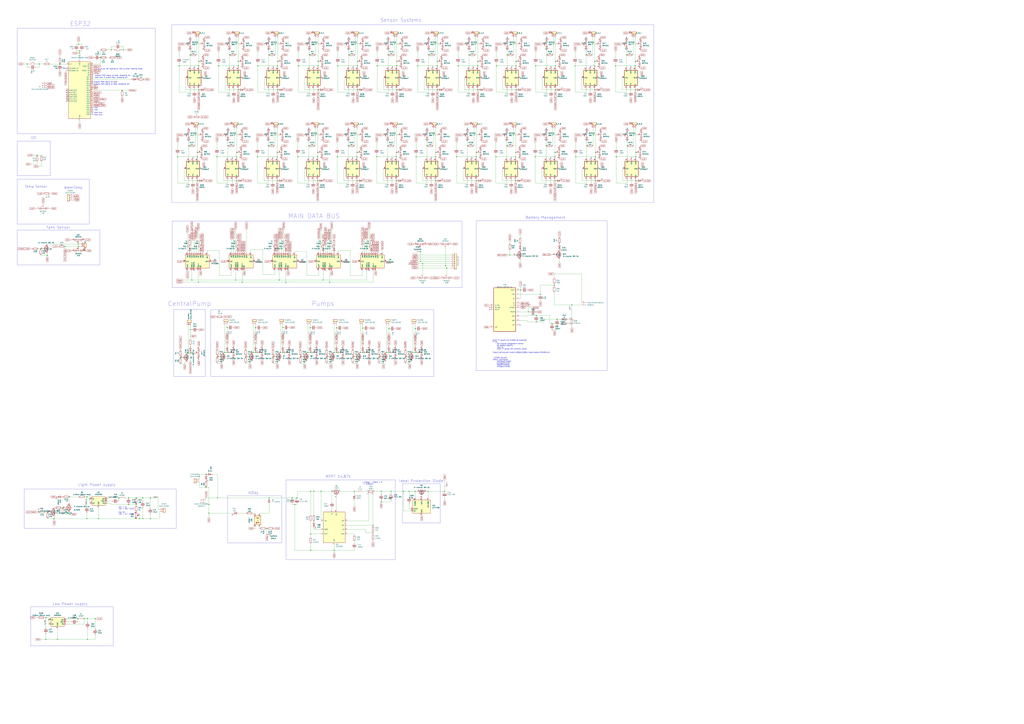
<source format=kicad_sch>
(kicad_sch (version 20230121) (generator eeschema)
  (paper "A0")
  (title_block (title "Plant Controller") (date "2020-12-21") (rev "0.4a") (company "C3MA"))
  (junction (at 242.57 586.105))
  (junction (at 460.756 104.394))
  (junction (at 415.036 76.454))
  (junction (at 110.49 718.82))
  (junction (at 738.378 182.118))
  (junction (at 387.985 639.445))
  (junction (at 100.965 577.215))
  (junction (at 228.346 51.054))
  (junction (at 276.606 76.454))
  (junction (at 274.066 51.054))
  (junction (at 261.112 409.448))
  (junction (at 321.818 177.038))
  (junction (at 322.326 76.454))
  (junction (at 390.652 409.448))
  (junction (at 239.268 566.293))
  (junction (at 143.256 57.912))
  (junction (at 239.268 551.053))
  (junction (at 552.196 51.054))
  (junction (at 437.896 76.454))
  (junction (at 321.818 210.058))
  (junction (at 100.965 602.615))
  (junction (at 230.378 327.914))
  (junction (at 598.678 210.058))
  (junction (at 667.766 76.454))
  (junction (at 442.595 582.93))
  (junction (at 490.728 306.324))
  (junction (at 454.025 570.865))
  (junction (at 621.538 182.118))
  (junction (at 226.568 156.718))
  (junction (at 507.746 76.454))
  (junction (at 552.958 182.118))
  (junction (at 488.188 292.354))
  (junction (at 415.036 104.394))
  (junction (at 642.366 51.054))
  (junction (at 368.808 210.058))
  (junction (at 346.456 76.454))
  (junction (at 218.44 410.21))
  (junction (at 360.172 380.746))
  (junction (at 505.206 51.054))
  (junction (at 482.092 409.448))
  (junction (at 599.186 71.374))
  (junction (at 328.422 380.492))
  (junction (at 474.98 570.865))
  (junction (at 690.626 71.374))
  (junction (at 242.57 596.265))
  (junction (at 264.668 169.418))
  (junction (at 165.735 578.485))
  (junction (at 348.742 414.528))
  (junction (at 104.267 579.628))
  (junction (at 421.132 409.448))
  (junction (at 457.708 156.718))
  (junction (at 274.828 177.038))
  (junction (at 598.678 177.038))
  (junction (at 483.108 182.118))
  (junction (at 62.865 602.615))
  (junction (at 450.596 63.754))
  (junction (at 73.025 589.915))
  (junction (at 141.859 104.902))
  (junction (at 263.652 409.448))
  (junction (at 42.926 180.34))
  (junction (at 344.805 578.485))
  (junction (at 497.586 63.754))
  (junction (at 92.456 59.182))
  (junction (at 627.507 342.011))
  (junction (at 449.072 409.448))
  (junction (at 554.736 104.394))
  (junction (at 229.108 210.058))
  (junction (at 158.115 602.615))
  (junction (at 664.083 354.203))
  (junction (at 634.238 169.418))
  (junction (at 516.255 570.865))
  (junction (at 294.132 409.448))
  (junction (at 530.098 182.118))
  (junction (at 299.466 76.454))
  (junction (at 229.108 177.038))
  (junction (at 404.368 169.418))
  (junction (at 285.242 414.528))
  (junction (at 622.046 76.454))
  (junction (at 319.786 51.054))
  (junction (at 149.225 578.485))
  (junction (at 668.528 182.118))
  (junction (at 360.172 409.448))
  (junction (at 437.388 182.118))
  (junction (at 421.132 381.254))
  (junction (at 468.63 570.865))
  (junction (at 411.48 570.865))
  (junction (at 312.42 578.485))
  (junction (at 404.876 63.754))
  (junction (at 331.978 327.914))
  (junction (at 646.811 370.967))
  (junction (at 47.244 289.052))
  (junction (at 161.925 602.615))
  (junction (at 433.07 610.235))
  (junction (at 272.288 156.718))
  (junction (at 738.378 210.058))
  (junction (at 252.222 414.528))
  (junction (at 369.316 104.394))
  (junction (at 507.746 71.374))
  (junction (at 737.616 71.374))
  (junction (at 497.205 570.865))
  (junction (at 460.248 177.038))
  (junction (at 53.34 742.95))
  (junction (at 360.68 639.445))
  (junction (at 596.138 156.718))
  (junction (at 575.818 182.118))
  (junction (at 727.456 63.754))
  (junction (at 458.216 51.054))
  (junction (at 273.558 325.374))
  (junction (at 442.595 570.865))
  (junction (at 507.746 104.394))
  (junction (at 481.965 570.865))
  (junction (at 390.652 381))
  (junction (at 691.388 182.118))
  (junction (at 137.795 578.485))
  (junction (at 375.158 325.374))
  (junction (at 388.112 409.448))
  (junction (at 252.603 578.485))
  (junction (at 90.932 283.718))
  (junction (at 542.798 169.418))
  (junction (at 552.958 177.038))
  (junction (at 266.446 63.754))
  (junction (at 312.166 63.754))
  (junction (at 385.445 570.865))
  (junction (at 366.776 51.054))
  (junction (at 598.678 182.118))
  (junction (at 116.586 66.802))
  (junction (at 206.248 182.118))
  (junction (at 644.398 177.038))
  (junction (at 495.808 169.418))
  (junction (at 738.378 177.038))
  (junction (at 66.802 742.95))
  (junction (at 222.758 325.374))
  (junction (at 409.702 414.528))
  (junction (at 517.398 308.864))
  (junction (at 369.316 71.374))
  (junction (at 80.645 577.215))
  (junction (at 644.398 210.058))
  (junction (at 97.79 718.82))
  (junction (at 392.176 76.454))
  (junction (at 298.958 182.118))
  (junction (at 550.418 156.718))
  (junction (at 680.466 63.754))
  (junction (at 230.886 76.454))
  (junction (at 364.49 570.865))
  (junction (at 460.248 210.058))
  (junction (at 735.838 156.718))
  (junction (at 75.438 286.258))
  (junction (at 316.992 414.528))
  (junction (at 531.876 76.454))
  (junction (at 411.988 156.718))
  (junction (at 230.886 104.394))
  (junction (at 56.642 720.09))
  (junction (at 737.616 104.394))
  (junction (at 220.726 63.754))
  (junction (at 415.036 71.374))
  (junction (at 158.115 586.105))
  (junction (at 114.427 602.615))
  (junction (at 345.948 182.118))
  (junction (at 688.086 51.054))
  (junction (at 544.576 63.754))
  (junction (at 690.626 104.394))
  (junction (at 599.186 104.394))
  (junction (at 588.518 169.418))
  (junction (at 451.612 381.762))
  (junction (at 737.616 76.454))
  (junction (at 479.552 409.448))
  (junction (at 276.606 104.394))
  (junction (at 129.286 57.912))
  (junction (at 274.828 210.058))
  (junction (at 358.648 169.418))
  (junction (at 276.606 71.374))
  (junction (at 505.968 210.058))
  (junction (at 296.672 409.448))
  (junction (at 174.625 602.615))
  (junction (at 44.704 594.995))
  (junction (at 319.278 156.718))
  (junction (at 433.07 619.125))
  (junction (at 372.745 570.865))
  (junction (at 360.68 570.865))
  (junction (at 460.756 71.374))
  (junction (at 98.806 291.338))
  (junction (at 450.088 169.418))
  (junction (at 342.265 586.105))
  (junction (at 158.115 578.485))
  (junction (at 505.968 182.118))
  (junction (at 149.225 586.105))
  (junction (at 604.393 336.931))
  (junction (at 470.662 414.528))
  (junction (at 251.968 182.118))
  (junction (at 691.388 210.058))
  (junction (at 296.672 380.746))
  (junction (at 208.026 76.454))
  (junction (at 274.828 182.118))
  (junction (at 484.886 76.454))
  (junction (at 644.398 182.118))
  (junction (at 322.326 71.374))
  (junction (at 382.778 327.914))
  (junction (at 391.668 182.118))
  (junction (at 728.218 169.418))
  (junction (at 596.646 51.054))
  (junction (at 253.746 76.454))
  (junction (at 691.388 177.038))
  (junction (at 322.326 104.394))
  (junction (at 359.156 63.754))
  (junction (at 321.818 182.118))
  (junction (at 80.645 597.535))
  (junction (at 451.612 409.448))
  (junction (at 460.248 182.118))
  (junction (at 505.968 177.038))
  (junction (at 90.932 286.258))
  (junction (at 45.466 74.295))
  (junction (at 324.358 325.374))
  (junction (at 366.268 156.718))
  (junction (at 263.652 380.492))
  (junction (at 634.746 63.754))
  (junction (at 101.6 742.95))
  (junction (at 360.68 620.395))
  (junction (at 220.98 383.032))
  (junction (at 230.886 71.374))
  (junction (at 622.681 366.395))
  (junction (at 53.34 717.55))
  (junction (at 554.736 71.374))
  (junction (at 715.518 182.118))
  (junction (at 440.182 414.528))
  (junction (at 735.076 51.054))
  (junction (at 165.735 602.615))
  (junction (at 554.736 76.454))
  (junction (at 31.496 74.295))
  (junction (at 643.509 331.343))
  (junction (at 599.186 76.454))
  (junction (at 54.864 296.672))
  (junction (at 482.092 381.762))
  (junction (at 311.658 169.418))
  (junction (at 622.681 374.015))
  (junction (at 412.496 51.054))
  (junction (at 379.222 414.528))
  (junction (at 101.6 718.82))
  (junction (at 339.09 578.485))
  (junction (at 414.528 210.058))
  (junction (at 460.756 76.454))
  (junction (at 90.17 718.82))
  (junction (at 552.958 210.058))
  (junction (at 589.026 63.754))
  (junction (at 503.428 156.718))
  (junction (at 644.906 76.454))
  (junction (at 229.108 182.118))
  (junction (at 209.55 415.29))
  (junction (at 369.316 76.454))
  (junction (at 281.178 327.914))
  (junction (at 174.625 578.485))
  (junction (at 55.245 594.995))
  (junction (at 328.422 409.448))
  (junction (at 488.188 303.784))
  (junction (at 690.626 76.454))
  (junction (at 644.906 71.374))
  (junction (at 688.848 156.718))
  (junction (at 613.537 362.331))
  (junction (at 640.969 376.047))
  (junction (at 220.98 410.21))
  (junction (at 592.074 296.291))
  (junction (at 714.756 76.454))
  (junction (at 69.596 74.422))
  (junction (at 92.456 61.722))
  (junction (at 418.592 409.448))
  (junction (at 518.668 311.404))
  (junction (at 368.808 182.118))
  (junction (at 91.186 51.562))
  (junction (at 325.882 409.448))
  (junction (at 309.88 614.045))
  (junction (at 414.528 182.118))
  (junction (at 576.326 76.454))
  (junction (at 414.528 177.038))
  (junction (at 368.808 177.038))
  (junction (at 644.906 104.394))
  (junction (at 641.858 156.718))
  (junction (at 681.228 169.418))
  (junction (at 218.948 169.418))
  (junction (at 357.632 409.448))
  (no_connect (at 681.228 149.098))
  (no_connect (at 359.156 43.434))
  (no_connect (at 107.696 132.842))
  (no_connect (at 593.598 183.388))
  (no_connect (at 77.216 107.442))
  (no_connect (at 409.448 183.388))
  (no_connect (at 634.238 149.098))
  (no_connect (at 225.298 313.944))
  (no_connect (at 547.878 183.388))
  (no_connect (at 404.368 149.098))
  (no_connect (at 107.696 127.762))
  (no_connect (at 568.325 359.791))
  (no_connect (at 500.888 183.388))
  (no_connect (at 107.696 97.282))
  (no_connect (at 107.696 87.122))
  (no_connect (at 326.898 313.944))
  (no_connect (at 77.216 112.522))
  (no_connect (at 495.808 149.098))
  (no_connect (at 77.216 117.602))
  (no_connect (at 363.728 183.388))
  (no_connect (at 269.748 183.388))
  (no_connect (at 107.696 89.662))
  (no_connect (at 224.028 183.388))
  (no_connect (at 639.826 77.724))
  (no_connect (at 634.746 43.434))
  (no_connect (at 264.668 149.098))
  (no_connect (at 639.318 183.388))
  (no_connect (at 77.216 104.902))
  (no_connect (at 685.546 77.724))
  (no_connect (at 107.696 94.742))
  (no_connect (at 77.216 79.502))
  (no_connect (at 107.696 130.302))
  (no_connect (at 728.218 149.098))
  (no_connect (at 680.466 43.434))
  (no_connect (at 358.648 149.098))
  (no_connect (at 312.166 43.434))
  (no_connect (at 266.446 43.434))
  (no_connect (at 107.696 125.222))
  (no_connect (at 727.456 43.434))
  (no_connect (at 549.656 77.724))
  (no_connect (at 428.498 313.944))
  (no_connect (at 409.956 77.724))
  (no_connect (at 450.596 43.434))
  (no_connect (at 686.308 183.388))
  (no_connect (at 450.088 149.098))
  (no_connect (at 455.168 183.388))
  (no_connect (at 364.236 77.724))
  (no_connect (at 377.698 313.944))
  (no_connect (at 311.658 149.098))
  (no_connect (at 497.586 43.434))
  (no_connect (at 77.216 115.062))
  (no_connect (at 568.325 357.251))
  (no_connect (at 589.026 43.434))
  (no_connect (at 276.098 313.944))
  (no_connect (at 732.536 77.724))
  (no_connect (at 77.216 109.982))
  (no_connect (at 502.666 77.724))
  (no_connect (at 594.106 77.724))
  (no_connect (at 317.246 77.724))
  (no_connect (at 404.876 43.434))
  (no_connect (at 225.806 77.724))
  (no_connect (at 220.726 43.434))
  (no_connect (at 271.526 77.724))
  (no_connect (at 588.518 149.098))
  (no_connect (at 455.676 77.724))
  (no_connect (at 544.576 43.434))
  (no_connect (at 603.885 377.571))
  (no_connect (at 733.298 183.388))
  (no_connect (at 542.798 149.098))
  (no_connect (at 218.948 149.098))
  (no_connect (at 316.738 183.388))
  (wire (pts (xy 43.053 187.833) (xy 43.053 190.754)))
  (wire (pts (xy 675.513 354.203) (xy 664.083 354.203)))
  (wire (pts (xy 76.962 720.09) (xy 76.962 718.82)))
  (wire (pts (xy 406.908 320.294) (xy 420.878 320.294)))
  (wire (pts (xy 220.726 103.124) (xy 220.726 106.934)))
  (wire (pts (xy 261.366 90.424) (xy 261.366 104.394)))
  (wire (pts (xy 311.658 164.338) (xy 311.658 169.418)))
  (wire (pts (xy 296.545 596.265) (xy 293.37 596.265)))
  (wire (pts (xy 631.571 374.015) (xy 622.681 374.015)))
  (wire (pts (xy 274.828 149.098) (xy 274.828 177.038)))
  (wire (pts (xy 43.053 180.213) (xy 42.926 180.213)))
  (wire (pts (xy 133.096 54.102) (xy 129.286 54.102)))
  (wire (pts (xy 183.515 591.82) (xy 183.515 578.485)))
  (wire (pts (xy 451.612 381.762) (xy 451.612 386.588)))
  (wire (pts (xy 385.318 266.954) (xy 385.318 293.624)))
  (wire (pts (xy 345.44 570.865) (xy 345.44 578.485)))
  (wire (pts (xy 588.518 169.418) (xy 588.518 183.388)))
  (wire (pts (xy 322.326 43.434) (xy 322.326 71.374)))
  (wire (pts (xy 228.346 51.054) (xy 232.156 51.054)))
  (wire (pts (xy 274.828 210.058) (xy 274.828 211.328)))
  (wire (pts (xy 54.864 283.718) (xy 90.932 283.718)))
  (wire (pts (xy 354.076 90.424) (xy 354.076 104.394)))
  (wire (pts (xy 629.158 210.058) (xy 644.398 210.058)))
  (wire (pts (xy 420.878 320.294) (xy 420.878 313.944)))
  (wire (pts (xy 322.072 419.608) (xy 322.072 422.148)))
  (wire (pts (xy 695.706 90.424) (xy 698.246 90.424)))
  (wire (pts (xy 263.652 377.698) (xy 263.652 380.492)))
  (wire (pts (xy 253.746 76.454) (xy 253.746 73.914)))
  (wire (pts (xy 92.456 59.182) (xy 94.996 59.182)))
  (wire (pts (xy 218.948 212.598) (xy 206.248 212.598)))
  (wire (pts (xy 231.648 551.053) (xy 239.268 551.053)))
  (wire (pts (xy 392.176 106.934) (xy 392.176 76.454)))
  (wire (pts (xy 359.156 106.934) (xy 346.456 106.934)))
  (wire (pts (xy 634.746 103.124) (xy 634.746 106.934)))
  (wire (pts (xy 485.648 308.864) (xy 517.398 308.864)))
  (wire (pts (xy 76.2 83.312) (xy 76.2 82.042)))
  (wire (pts (xy 478.282 419.608) (xy 475.742 419.608)))
  (wire (pts (xy 495.808 212.598) (xy 483.108 212.598)))
  (wire (pts (xy 372.745 605.155) (xy 372.745 570.865)))
  (wire (pts (xy 230.886 76.454) (xy 230.886 77.724)))
  (wire (pts (xy 185.42 602.615) (xy 185.42 594.36)))
  (wire (pts (xy 110.49 718.82) (xy 110.49 730.25)))
  (wire (pts (xy 467.868 194.818) (xy 467.868 196.088)))
  (wire (pts (xy 38.862 180.34) (xy 42.926 180.34)))
  (wire (pts (xy 399.796 104.394) (xy 415.036 104.394)))
  (wire (pts (xy 738.378 182.118) (xy 738.378 183.388)))
  (wire (pts (xy 390.652 409.448) (xy 388.112 409.448)))
  (wire (pts (xy 322.326 71.374) (xy 322.326 76.454)))
  (wire (pts (xy 422.148 194.818) (xy 422.148 196.088)))
  (wire (pts (xy 737.616 103.124) (xy 737.616 104.394)))
  (wire (pts (xy 390.525 578.485) (xy 390.525 592.455)))
  (wire (pts (xy 644.398 210.058) (xy 644.398 211.328)))
  (wire (pts (xy 470.662 413.258) (xy 470.662 414.528)))
  (wire (pts (xy 404.876 103.124) (xy 404.876 106.934)))
  (wire (pts (xy 450.088 164.338) (xy 450.088 169.418)))
  (wire (pts (xy 490.728 196.088) (xy 490.728 210.058)))
  (wire (pts (xy 437.896 76.454) (xy 437.896 73.914)))
  (wire (pts (xy 737.616 104.394) (xy 737.616 105.664)))
  (wire (pts (xy 735.838 156.718) (xy 739.648 156.718)))
  (wire (pts (xy 161.925 602.615) (xy 165.735 602.615)))
  (wire (pts (xy 217.678 270.764) (xy 217.678 293.624)))
  (wire (pts (xy 539.496 90.424) (xy 539.496 104.394)))
  (wire (pts (xy 220.98 419.608) (xy 220.98 410.21)))
  (wire (pts (xy 329.438 194.818) (xy 329.438 196.088)))
  (wire (pts (xy 612.521 367.411) (xy 603.885 367.411)))
  (wire (pts (xy 537.718 196.088) (xy 537.718 210.058)))
  (wire (pts (xy 604.266 90.424) (xy 606.806 90.424)))
  (wire (pts (xy 345.948 182.118) (xy 345.948 179.578)))
  (wire (pts (xy 613.537 362.331) (xy 615.188 362.331)))
  (wire (pts (xy 497.205 570.865) (xy 497.205 578.485)))
  (wire (pts (xy 62.865 602.615) (xy 100.965 602.615)))
  (wire (pts (xy 659.003 370.967) (xy 660.273 370.967)))
  (wire (pts (xy 276.606 43.434) (xy 276.606 71.374)))
  (wire (pts (xy 512.826 90.424) (xy 515.366 90.424)))
  (wire (pts (xy 174.625 597.535) (xy 174.625 602.615)))
  (wire (pts (xy 346.456 76.454) (xy 369.316 76.454)))
  (wire (pts (xy 114.427 602.615) (xy 114.427 589.788)))
  (wire (pts (xy 640.207 295.91) (xy 641.985 295.91)))
  (wire (pts (xy 517.398 308.864) (xy 523.748 308.864)))
  (wire (pts (xy 385.445 570.865) (xy 385.445 582.93)))
  (wire (pts (xy 643.509 354.203) (xy 664.083 354.203)))
  (wire (pts (xy 714.756 76.454) (xy 714.756 73.914)))
  (wire (pts (xy 298.958 165.608) (xy 298.958 171.958)))
  (wire (pts (xy 680.466 106.934) (xy 667.766 106.934)))
  (wire (pts (xy 259.588 210.058) (xy 274.828 210.058)))
  (wire (pts (xy 409.702 413.258) (xy 409.702 414.528)))
  (wire (pts (xy 328.422 380.492) (xy 328.422 385.318)))
  (wire (pts (xy 737.616 43.434) (xy 737.616 71.374)))
  (wire (pts (xy 271.526 103.124) (xy 271.526 105.664)))
  (wire (pts (xy 324.358 313.944) (xy 324.358 325.374)))
  (wire (pts (xy 254.508 291.084) (xy 254.508 320.294)))
  (wire (pts (xy 128.905 584.708) (xy 128.905 586.105)))
  (wire (pts (xy 392.938 293.624) (xy 392.938 291.084)))
  (wire (pts (xy 643.509 318.135) (xy 643.509 322.707)))
  (wire (pts (xy 415.036 104.394) (xy 415.036 105.664)))
  (wire (pts (xy 411.48 570.865) (xy 411.48 574.04)))
  (wire (pts (xy 485.648 306.324) (xy 490.728 306.324)))
  (wire (pts (xy 364.236 103.124) (xy 364.236 105.664)))
  (wire (pts (xy 279.908 196.088) (xy 282.448 196.088)))
  (wire (pts (xy 392.938 291.084) (xy 406.908 291.084)))
  (wire (pts (xy 675.386 90.424) (xy 675.386 104.394)))
  (wire (pts (xy 321.818 182.118) (xy 321.818 183.388)))
  (wire (pts (xy 309.245 614.045) (xy 309.88 614.045)))
  (wire (pts (xy 442.595 570.865) (xy 435.61 570.865)))
  (wire (pts (xy 484.886 76.454) (xy 507.746 76.454)))
  (wire (pts (xy 417.322 419.608) (xy 414.782 419.608)))
  (wire (pts (xy 542.798 169.418) (xy 542.798 183.388)))
  (wire (pts (xy 550.418 149.098) (xy 550.418 156.718)))
  (wire (pts (xy 92.456 59.182) (xy 92.456 61.722)))
  (wire (pts (xy 324.612 419.608) (xy 322.072 419.608)))
  (wire (pts (xy 58.166 74.295) (xy 58.293 74.295)))
  (wire (pts (xy 305.308 289.814) (xy 305.308 319.024)))
  (wire (pts (xy 358.648 212.598) (xy 345.948 212.598)))
  (wire (pts (xy 316.992 413.258) (xy 316.992 414.528)))
  (wire (pts (xy 691.388 149.098) (xy 691.388 177.038)))
  (wire (pts (xy 560.578 194.818) (xy 560.578 196.088)))
  (wire (pts (xy 360.68 570.865) (xy 364.49 570.865)))
  (wire (pts (xy 131.826 57.912) (xy 129.286 57.912)))
  (wire (pts (xy 530.098 212.598) (xy 530.098 182.118)))
  (wire (pts (xy 681.228 212.598) (xy 668.528 212.598)))
  (wire (pts (xy 411.48 581.66) (xy 411.48 588.01)))
  (wire (pts (xy 53.34 717.55) (xy 56.642 717.55)))
  (wire (pts (xy 100.965 596.265) (xy 100.965 602.615)))
  (wire (pts (xy 342.138 292.354) (xy 356.108 292.354)))
  (wire (pts (xy 552.196 51.054) (xy 556.006 51.054)))
  (wire (pts (xy 263.652 409.448) (xy 266.192 409.448)))
  (wire (pts (xy 97.79 718.82) (xy 101.6 718.82)))
  (wire (pts (xy 366.776 51.054) (xy 366.776 63.754)))
  (wire (pts (xy 239.268 566.293) (xy 242.57 566.293)))
  (wire (pts (xy 688.086 51.054) (xy 691.896 51.054)))
  (wire (pts (xy 723.138 210.058) (xy 738.378 210.058)))
  (wire (pts (xy 387.985 633.095) (xy 387.985 639.445)))
  (wire (pts (xy 261.366 104.394) (xy 276.606 104.394)))
  (wire (pts (xy 276.606 103.124) (xy 276.606 104.394)))
  (wire (pts (xy 596.138 156.718) (xy 596.138 169.418)))
  (wire (pts (xy 505.206 51.054) (xy 509.016 51.054)))
  (wire (pts (xy 382.778 327.914) (xy 433.578 327.914)))
  (wire (pts (xy 69.596 74.422) (xy 77.216 74.422)))
  (wire (pts (xy 110.49 718.82) (xy 111.76 718.82)))
  (wire (pts (xy 513.588 194.818) (xy 513.588 196.088)))
  (wire (pts (xy 328.422 409.448) (xy 325.882 409.448)))
  (wire (pts (xy 339.09 586.105) (xy 342.265 586.105)))
  (wire (pts (xy 583.438 196.088) (xy 583.438 210.058)))
  (wire (pts (xy 301.625 596.265) (xy 301.625 596.9)))
  (wire (pts (xy 437.388 212.598) (xy 437.388 182.118)))
  (wire (pts (xy 544.576 63.754) (xy 544.576 77.724)))
  (wire (pts (xy 356.108 320.294) (xy 370.078 320.294)))
  (wire (pts (xy 559.816 90.424) (xy 562.356 90.424)))
  (wire (pts (xy 185.42 591.82) (xy 183.515 591.82)))
  (wire (pts (xy 158.115 578.485) (xy 165.735 578.485)))
  (wire (pts (xy 484.886 76.454) (xy 484.886 73.914)))
  (wire (pts (xy 468.63 570.865) (xy 474.98 570.865)))
  (wire (pts (xy 404.876 106.934) (xy 392.176 106.934)))
  (wire (pts (xy 483.108 165.608) (xy 483.108 171.958)))
  (wire (pts (xy 372.745 570.865) (xy 385.445 570.865)))
  (wire (pts (xy 274.066 51.054) (xy 277.876 51.054)))
  (wire (pts (xy 62.865 602.615) (xy 62.865 603.885)))
  (wire (pts (xy 552.196 43.434) (xy 552.196 51.054)))
  (wire (pts (xy 268.478 278.384) (xy 268.478 293.624)))
  (wire (pts (xy 42.926 180.34) (xy 48.133 180.34)))
  (wire (pts (xy 390.652 401.066) (xy 390.652 401.828)))
  (wire (pts (xy 627.507 342.011) (xy 627.507 331.343)))
  (wire (pts (xy 646.811 383.667) (xy 640.969 383.667)))
  (wire (pts (xy 375.158 313.944) (xy 375.158 325.374)))
  (wire (pts (xy 231.648 557.403) (xy 231.648 551.053)))
  (wire (pts (xy 481.965 570.865) (xy 481.965 578.485)))
  (wire (pts (xy 502.666 103.124) (xy 502.666 105.664)))
  (wire (pts (xy 596.646 43.434) (xy 596.646 51.054)))
  (wire (pts (xy 312.166 63.754) (xy 312.166 77.724)))
  (wire (pts (xy 141.859 104.902) (xy 107.696 104.902)))
  (wire (pts (xy 488.188 303.784) (xy 523.748 303.784)))
  (wire (pts (xy 649.605 300.99) (xy 649.605 304.8)))
  (wire (pts (xy 296.672 377.698) (xy 296.672 380.746)))
  (wire (pts (xy 404.368 169.418) (xy 404.368 183.388)))
  (wire (pts (xy 404.876 63.754) (xy 404.876 77.724)))
  (wire (pts (xy 450.596 63.754) (xy 450.596 77.724)))
  (wire (pts (xy 592.074 280.797) (xy 592.074 282.956)))
  (wire (pts (xy 497.586 106.934) (xy 484.886 106.934)))
  (wire (pts (xy 124.206 66.802) (xy 126.746 66.802)))
  (wire (pts (xy 516.255 581.152) (xy 516.255 578.485)))
  (wire (pts (xy 562.356 89.154) (xy 562.356 90.424)))
  (wire (pts (xy 503.428 156.718) (xy 503.428 169.418)))
  (wire (pts (xy 639.318 208.788) (xy 639.318 211.328)))
  (wire (pts (xy 100.965 602.615) (xy 114.427 602.615)))
  (wire (pts (xy 272.288 149.098) (xy 272.288 156.718)))
  (wire (pts (xy 411.48 620.395) (xy 411.48 621.665)))
  (wire (pts (xy 327.406 90.424) (xy 329.946 90.424)))
  (wire (pts (xy 639.826 103.124) (xy 639.826 105.664)))
  (wire (pts (xy 76.962 718.82) (xy 90.17 718.82)))
  (wire (pts (xy 251.968 182.118) (xy 274.828 182.118)))
  (wire (pts (xy 594.106 103.124) (xy 594.106 105.664)))
  (wire (pts (xy 531.876 59.944) (xy 531.876 66.294)))
  (wire (pts (xy 92.456 61.722) (xy 91.186 61.722)))
  (wire (pts (xy 643.509 331.343) (xy 643.509 330.327)))
  (wire (pts (xy 234.188 196.088) (xy 236.728 196.088)))
  (wire (pts (xy 391.668 182.118) (xy 391.668 179.578)))
  (wire (pts (xy 475.742 422.148) (xy 470.662 422.148)))
  (wire (pts (xy 100.965 577.215) (xy 104.267 577.215)))
  (wire (pts (xy 598.678 208.788) (xy 598.678 210.058)))
  (wire (pts (xy 427.99 605.155) (xy 403.225 605.155)))
  (wire (pts (xy 714.756 59.944) (xy 714.756 66.294)))
  (wire (pts (xy 451.612 409.448) (xy 449.072 409.448)))
  (wire (pts (xy 34.036 78.105) (xy 31.496 78.105)))
  (wire (pts (xy 421.132 381.254) (xy 421.132 386.08)))
  (wire (pts (xy 129.286 54.102) (xy 129.286 57.912)))
  (wire (pts (xy 379.222 413.258) (xy 379.222 414.528)))
  (wire (pts (xy 322.326 104.394) (xy 322.326 105.664)))
  (wire (pts (xy 544.576 103.124) (xy 544.576 106.934)))
  (wire (pts (xy 53.34 717.55) (xy 53.34 728.98)))
  (wire (pts (xy 274.066 43.434) (xy 274.066 51.054)))
  (wire (pts (xy 451.612 409.448) (xy 454.152 409.448)))
  (wire (pts (xy 317.246 103.124) (xy 317.246 105.664)))
  (wire (pts (xy 552.958 208.788) (xy 552.958 210.058)))
  (wire (pts (xy 468.376 89.154) (xy 468.376 90.424)))
  (wire (pts (xy 360.68 620.395) (xy 372.745 620.395)))
  (wire (pts (xy 458.216 43.434) (xy 458.216 51.054)))
  (wire (pts (xy 220.98 410.21) (xy 225.806 410.21)))
  (wire (pts (xy 364.49 615.315) (xy 364.49 613.41)))
  (wire (pts (xy 76.962 725.17) (xy 97.79 725.17)))
  (wire (pts (xy 445.516 90.424) (xy 445.516 104.394)))
  (wire (pts (xy 442.595 582.93) (xy 442.595 584.2)))
  (wire (pts (xy 212.598 325.374) (xy 222.758 325.374)))
  (wire (pts (xy 411.48 570.865) (xy 414.02 570.865)))
  (wire (pts (xy 290.322 419.608) (xy 290.322 422.148)))
  (wire (pts (xy 433.07 610.235) (xy 433.07 610.87)))
  (wire (pts (xy 263.652 380.492) (xy 263.652 385.318)))
  (wire (pts (xy 604.393 336.931) (xy 605.155 336.931)))
  (wire (pts (xy 399.796 90.424) (xy 399.796 104.394)))
  (wire (pts (xy 414.782 419.608) (xy 414.782 422.148)))
  (wire (pts (xy 423.418 278.384) (xy 423.418 293.624)))
  (wire (pts (xy 226.568 156.718) (xy 230.378 156.718)))
  (wire (pts (xy 259.588 196.088) (xy 259.588 210.058)))
  (wire (pts (xy 644.906 71.374) (xy 644.906 76.454)))
  (wire (pts (xy 507.746 103.124) (xy 507.746 104.394)))
  (wire (pts (xy 345.44 570.865) (xy 360.68 570.865)))
  (wire (pts (xy 331.978 327.914) (xy 382.778 327.914)))
  (wire (pts (xy 360.172 380.746) (xy 360.172 385.572)))
  (wire (pts (xy 246.888 551.053) (xy 252.603 551.053)))
  (wire (pts (xy 667.766 59.944) (xy 667.766 66.294)))
  (wire (pts (xy 649.986 90.424) (xy 652.526 90.424)))
  (wire (pts (xy 505.968 210.058) (xy 505.968 211.328)))
  (wire (pts (xy 387.985 639.445) (xy 387.985 641.985)))
  (wire (pts (xy 598.678 182.118) (xy 598.678 183.388)))
  (wire (pts (xy 507.746 43.434) (xy 507.746 71.374)))
  (wire (pts (xy 54.864 296.672) (xy 54.864 297.942)))
  (wire (pts (xy 252.603 578.485) (xy 312.42 578.485)))
  (wire (pts (xy 296.672 380.746) (xy 296.672 385.572)))
  (wire (pts (xy 403.225 610.235) (xy 433.07 610.235)))
  (wire (pts (xy 272.288 156.718) (xy 272.288 169.418)))
  (wire (pts (xy 474.98 584.835) (xy 474.98 591.185)))
  (wire (pts (xy 242.57 596.265) (xy 242.57 600.71)))
  (wire (pts (xy 281.178 327.914) (xy 331.978 327.914)))
  (wire (pts (xy 212.598 327.914) (xy 230.378 327.914)))
  (wire (pts (xy 57.658 242.189) (xy 58.928 242.189)))
  (wire (pts (xy 403.225 620.395) (xy 411.48 620.395)))
  (wire (pts (xy 253.746 59.944) (xy 253.746 66.294)))
  (wire (pts (xy 627.507 331.343) (xy 643.509 331.343)))
  (wire (pts (xy 319.786 51.054) (xy 319.786 63.754)))
  (wire (pts (xy 425.958 278.384) (xy 425.958 293.624)))
  (wire (pts (xy 406.908 291.084) (xy 406.908 320.294)))
  (wire (pts (xy 91.186 51.562) (xy 94.996 51.562)))
  (wire (pts (xy 215.646 104.394) (xy 230.886 104.394)))
  (wire (pts (xy 542.798 164.338) (xy 542.798 169.418)))
  (wire (pts (xy 364.49 570.865) (xy 372.745 570.865)))
  (wire (pts (xy 286.258 266.954) (xy 286.258 293.624)))
  (wire (pts (xy 599.186 104.394) (xy 599.186 105.664)))
  (wire (pts (xy 321.818 210.058) (xy 321.818 211.328)))
  (wire (pts (xy 552.958 177.038) (xy 552.958 182.118)))
  (wire (pts (xy 261.112 409.448) (xy 259.842 409.448)))
  (wire (pts (xy 445.008 210.058) (xy 460.248 210.058)))
  (wire (pts (xy 145.415 578.485) (xy 149.225 578.485)))
  (wire (pts (xy 638.429 366.395) (xy 622.681 366.395)))
  (wire (pts (xy 321.818 149.098) (xy 321.818 177.038)))
  (wire (pts (xy 73.025 597.535) (xy 80.645 597.535)))
  (wire (pts (xy 220.98 383.032) (xy 222.504 383.032)))
  (wire (pts (xy 414.528 149.098) (xy 414.528 177.038)))
  (wire (pts (xy 281.178 313.944) (xy 281.178 327.914)))
  (wire (pts (xy 360.68 605.79) (xy 360.68 620.395)))
  (wire (pts (xy 309.88 614.045) (xy 309.88 621.03)))
  (wire (pts (xy 42.418 242.189) (xy 41.148 242.189)))
  (wire (pts (xy 299.466 106.934) (xy 299.466 76.454)))
  (wire (pts (xy 312.166 58.674) (xy 312.166 63.754)))
  (wire (pts (xy 274.828 208.788) (xy 274.828 210.058)))
  (wire (pts (xy 427.99 574.675) (xy 427.99 605.155)))
  (wire (pts (xy 414.782 422.148) (xy 409.702 422.148)))
  (wire (pts (xy 447.802 419.608) (xy 445.262 419.608)))
  (wire (pts (xy 101.6 718.82) (xy 101.6 722.63)))
  (wire (pts (xy 483.108 182.118) (xy 505.968 182.118)))
  (wire (pts (xy 451.612 377.698) (xy 451.612 381.762)))
  (wire (pts (xy 128.905 586.105) (xy 149.225 586.105)))
  (wire (pts (xy 443.738 291.084) (xy 443.738 293.624)))
  (wire (pts (xy 325.882 409.448) (xy 324.612 409.448)))
  (wire (pts (xy 225.806 103.124) (xy 225.806 105.664)))
  (wire (pts (xy 76.2 82.042) (xy 77.216 82.042)))
  (wire (pts (xy 263.652 401.828) (xy 263.652 400.558)))
  (wire (pts (xy 263.652 409.448) (xy 261.112 409.448)))
  (wire (pts (xy 460.248 149.098) (xy 460.248 177.038)))
  (wire (pts (xy 230.886 103.124) (xy 230.886 104.394)))
  (wire (pts (xy 124.587 578.485) (xy 137.795 578.485)))
  (wire (pts (xy 542.798 212.598) (xy 530.098 212.598)))
  (wire (pts (xy 554.736 76.454) (xy 554.736 77.724)))
  (wire (pts (xy 500.888 208.788) (xy 500.888 211.328)))
  (wire (pts (xy 41.91 717.55) (xy 43.942 717.55)))
  (wire (pts (xy 80.645 597.535) (xy 80.645 594.995)))
  (wire (pts (xy 208.026 76.454) (xy 230.886 76.454)))
  (wire (pts (xy 643.509 318.135) (xy 675.513 318.135)))
  (wire (pts (xy 552.958 182.118) (xy 552.958 183.388)))
  (wire (pts (xy 688.086 43.434) (xy 688.086 51.054)))
  (wire (pts (xy 230.378 268.224) (xy 230.378 293.624)))
  (wire (pts (xy 143.256 57.912) (xy 141.986 57.912)))
  (wire (pts (xy 360.172 400.812) (xy 360.172 401.828)))
  (wire (pts (xy 229.108 177.038) (xy 229.108 182.118)))
  (wire (pts (xy 225.298 279.654) (xy 225.298 293.624)))
  (wire (pts (xy 322.326 76.454) (xy 322.326 77.724)))
  (wire (pts (xy 174.625 578.485) (xy 183.515 578.485)))
  (wire (pts (xy 691.388 208.788) (xy 691.388 210.058)))
  (wire (pts (xy 274.828 182.118) (xy 274.828 183.388)))
  (wire (pts (xy 421.132 377.698) (xy 421.132 381.254)))
  (wire (pts (xy 80.645 577.215) (xy 80.645 584.835)))
  (wire (pts (xy 485.648 303.784) (xy 488.188 303.784)))
  (wire (pts (xy 218.44 410.21) (xy 217.17 410.21)))
  (wire (pts (xy 69.596 66.802) (xy 69.596 64.262)))
  (wire (pts (xy 598.678 210.058) (xy 598.678 211.328)))
  (wire (pts (xy 505.206 51.054) (xy 505.206 63.754)))
  (wire (pts (xy 48.133 193.294) (xy 48.133 187.96)))
  (wire (pts (xy 631.571 370.967) (xy 631.571 374.015)))
  (wire (pts (xy 218.948 169.418) (xy 218.948 183.388)))
  (wire (pts (xy 230.886 43.434) (xy 230.886 71.374)))
  (wire (pts (xy 124.587 582.168) (xy 124.714 582.168)))
  (wire (pts (xy 238.125 583.565) (xy 238.125 586.105)))
  (wire (pts (xy 261.112 377.698) (xy 261.112 409.448)))
  (wire (pts (xy 403.225 615.315) (xy 424.815 615.315)))
  (wire (pts (xy 104.267 579.628) (xy 104.267 584.708)))
  (wire (pts (xy 596.138 156.718) (xy 599.948 156.718)))
  (wire (pts (xy 99.822 291.338) (xy 98.806 291.338)))
  (wire (pts (xy 266.446 58.674) (xy 266.446 63.754)))
  (wire (pts (xy 80.645 597.535) (xy 81.915 597.535)))
  (wire (pts (xy 696.468 196.088) (xy 699.008 196.088)))
  (wire (pts (xy 646.811 378.587) (xy 646.811 383.667)))
  (wire (pts (xy 296.545 614.045) (xy 296.545 612.14)))
  (wire (pts (xy 252.603 551.053) (xy 252.603 578.485)))
  (wire (pts (xy 583.946 90.424) (xy 583.946 104.394)))
  (wire (pts (xy 644.906 43.434) (xy 644.906 71.374)))
  (wire (pts (xy 606.806 89.154) (xy 606.806 90.424)))
  (wire (pts (xy 90.932 283.718) (xy 93.726 283.718)))
  (wire (pts (xy 589.661 296.291) (xy 592.074 296.291)))
  (wire (pts (xy 437.896 106.934) (xy 437.896 76.454)))
  (wire (pts (xy 240.538 291.084) (xy 240.538 293.624)))
  (wire (pts (xy 369.316 71.374) (xy 369.316 76.454)))
  (wire (pts (xy 31.496 74.295) (xy 31.496 78.105)))
  (wire (pts (xy 675.386 104.394) (xy 690.626 104.394)))
  (wire (pts (xy 460.248 208.788) (xy 460.248 210.058)))
  (wire (pts (xy 621.538 165.608) (xy 621.538 171.958)))
  (wire (pts (xy 634.746 58.674) (xy 634.746 63.754)))
  (wire (pts (xy 485.648 296.164) (xy 523.748 296.164)))
  (wire (pts (xy 598.678 177.038) (xy 598.678 182.118)))
  (wire (pts (xy 47.752 742.95) (xy 53.34 742.95)))
  (wire (pts (xy 442.595 574.04) (xy 442.595 570.865)))
  (wire (pts (xy 129.286 57.912) (xy 124.206 57.912)))
  (wire (pts (xy 445.008 196.088) (xy 445.008 210.058)))
  (wire (pts (xy 723.138 196.088) (xy 723.138 210.058)))
  (wire (pts (xy 643.509 339.979) (xy 643.509 354.203)))
  (wire (pts (xy 228.346 51.054) (xy 228.346 63.754)))
  (wire (pts (xy 319.278 149.098) (xy 319.278 156.718)))
  (wire (pts (xy 359.156 103.124) (xy 359.156 106.934)))
  (wire (pts (xy 576.326 76.454) (xy 599.186 76.454)))
  (wire (pts (xy 644.398 182.118) (xy 644.398 183.388)))
  (wire (pts (xy 326.898 196.088) (xy 329.438 196.088)))
  (wire (pts (xy 737.616 76.454) (xy 737.616 77.724)))
  (wire (pts (xy 228.346 43.434) (xy 228.346 51.054)))
  (wire (pts (xy 409.448 208.788) (xy 409.448 211.328)))
  (wire (pts (xy 415.036 43.434) (xy 415.036 71.374)))
  (wire (pts (xy 485.648 298.704) (xy 523.748 298.704)))
  (wire (pts (xy 229.108 210.058) (xy 229.108 211.328)))
  (wire (pts (xy 82.042 278.638) (xy 83.312 278.638)))
  (wire (pts (xy 370.078 278.384) (xy 370.078 293.624)))
  (wire (pts (xy 299.466 76.454) (xy 299.466 73.914)))
  (wire (pts (xy 492.506 104.394) (xy 507.746 104.394)))
  (wire (pts (xy 357.632 409.448) (xy 356.362 409.448)))
  (wire (pts (xy 305.308 319.024) (xy 319.278 319.024)))
  (wire (pts (xy 612.521 374.015) (xy 622.681 374.015)))
  (wire (pts (xy 306.578 210.058) (xy 321.818 210.058)))
  (wire (pts (xy 537.718 210.058) (xy 552.958 210.058)))
  (wire (pts (xy 691.388 182.118) (xy 691.388 183.388)))
  (wire (pts (xy 251.968 182.118) (xy 251.968 179.578)))
  (wire (pts (xy 698.246 89.154) (xy 698.246 90.424)))
  (wire (pts (xy 218.44 410.21) (xy 220.98 410.21)))
  (wire (pts (xy 681.228 164.338) (xy 681.228 169.418)))
  (wire (pts (xy 681.228 208.788) (xy 681.228 212.598)))
  (wire (pts (xy 412.496 51.054) (xy 416.306 51.054)))
  (wire (pts (xy 124.714 582.295) (xy 130.175 582.295)))
  (wire (pts (xy 101.6 730.25) (xy 101.6 742.95)))
  (wire (pts (xy 116.586 66.802) (xy 116.586 74.422)))
  (wire (pts (xy 411.988 156.718) (xy 411.988 169.418)))
  (wire (pts (xy 358.648 164.338) (xy 358.648 169.418)))
  (wire (pts (xy 273.558 266.954) (xy 273.558 293.624)))
  (wire (pts (xy 505.968 208.788) (xy 505.968 210.058)))
  (wire (pts (xy 450.596 103.124) (xy 450.596 106.934)))
  (wire (pts (xy 90.932 286.258) (xy 93.726 286.258)))
  (wire (pts (xy 124.587 584.708) (xy 128.905 584.708)))
  (wire (pts (xy 475.742 419.608) (xy 475.742 422.148)))
  (wire (pts (xy 230.886 104.394) (xy 230.886 105.664)))
  (wire (pts (xy 621.538 212.598) (xy 621.538 182.118)))
  (wire (pts (xy 158.115 586.105) (xy 158.115 587.375)))
  (wire (pts (xy 603.885 301.371) (xy 603.885 304.673)))
  (wire (pts (xy 437.388 182.118) (xy 437.388 179.578)))
  (wire (pts (xy 603.885 342.011) (xy 627.507 342.011)))
  (wire (pts (xy 652.018 194.818) (xy 652.018 196.088)))
  (wire (pts (xy 455.168 208.788) (xy 455.168 211.328)))
  (wire (pts (xy 474.98 570.865) (xy 474.98 577.215)))
  (wire (pts (xy 236.728 194.818) (xy 236.728 196.088)))
  (wire (pts (xy 681.228 169.418) (xy 681.228 183.388)))
  (wire (pts (xy 589.026 103.124) (xy 589.026 106.934)))
  (wire (pts (xy 107.696 74.422) (xy 116.586 74.422)))
  (wire (pts (xy 411.48 639.445) (xy 387.985 639.445)))
  (wire (pts (xy 460.248 210.058) (xy 460.248 211.328)))
  (wire (pts (xy 324.358 278.384) (xy 324.358 293.624)))
  (wire (pts (xy 27.686 74.295) (xy 31.496 74.295)))
  (wire (pts (xy 685.546 103.124) (xy 685.546 105.664)))
  (wire (pts (xy 589.026 63.754) (xy 589.026 77.724)))
  (wire (pts (xy 266.446 103.124) (xy 266.446 106.934)))
  (wire (pts (xy 47.244 296.672) (xy 54.864 296.672)))
  (wire (pts (xy 621.538 182.118) (xy 644.398 182.118)))
  (wire (pts (xy 390.652 377.698) (xy 390.652 381)))
  (wire (pts (xy 240.538 291.084) (xy 254.508 291.084)))
  (wire (pts (xy 460.756 71.374) (xy 460.756 76.454)))
  (wire (pts (xy 715.518 182.118) (xy 738.378 182.118)))
  (wire (pts (xy 411.48 629.285) (xy 411.48 630.555)))
  (wire (pts (xy 360.68 631.825) (xy 360.68 639.445)))
  (wire (pts (xy 599.186 103.124) (xy 599.186 104.394)))
  (wire (pts (xy 733.298 208.788) (xy 733.298 211.328)))
  (wire (pts (xy 58.293 74.295) (xy 58.293 74.422)))
  (wire (pts (xy 644.906 104.394) (xy 644.906 105.664)))
  (wire (pts (xy 251.968 212.598) (xy 251.968 182.118)))
  (wire (pts (xy 213.868 210.058) (xy 229.108 210.058)))
  (wire (pts (xy 629.666 104.394) (xy 644.906 104.394)))
  (wire (pts (xy 252.222 413.258) (xy 252.222 414.528)))
  (wire (pts (xy 299.466 59.944) (xy 299.466 66.294)))
  (wire (pts (xy 668.528 212.598) (xy 668.528 182.118)))
  (wire (pts (xy 691.388 177.038) (xy 691.388 182.118)))
  (wire (pts (xy 231.648 559.943) (xy 231.648 566.293)))
  (wire (pts (xy 344.805 578.485) (xy 345.44 578.485)))
  (wire (pts (xy 474.98 570.865) (xy 481.965 570.865)))
  (wire (pts (xy 503.428 149.098) (xy 503.428 156.718)))
  (wire (pts (xy 238.125 578.485) (xy 252.603 578.485)))
  (wire (pts (xy 476.885 593.725) (xy 468.63 593.725)))
  (wire (pts (xy 732.536 103.124) (xy 732.536 105.664)))
  (wire (pts (xy 518.668 311.404) (xy 523.748 311.404)))
  (wire (pts (xy 458.216 51.054) (xy 458.216 63.754)))
  (wire (pts (xy 479.552 409.448) (xy 478.282 409.448)))
  (wire (pts (xy 56.642 720.09) (xy 56.642 725.17)))
  (wire (pts (xy 331.978 313.944) (xy 331.978 327.914)))
  (wire (pts (xy 550.418 156.718) (xy 554.228 156.718)))
  (wire (pts (xy 544.576 106.934) (xy 531.876 106.934)))
  (wire (pts (xy 642.366 51.054) (xy 646.176 51.054)))
  (wire (pts (xy 91.186 49.022) (xy 91.186 51.562)))
  (wire (pts (xy 375.158 325.374) (xy 425.958 325.374)))
  (wire (pts (xy 309.88 614.045) (xy 310.515 614.045)))
  (wire (pts (xy 319.278 319.024) (xy 319.278 313.944)))
  (wire (pts (xy 641.858 149.098) (xy 641.858 156.718)))
  (wire (pts (xy 583.946 104.394) (xy 599.186 104.394)))
  (wire (pts (xy 368.808 210.058) (xy 368.808 211.328)))
  (wire (pts (xy 328.422 409.448) (xy 330.962 409.448)))
  (wire (pts (xy 208.026 106.934) (xy 208.026 76.454)))
  (wire (pts (xy 404.368 164.338) (xy 404.368 169.418)))
  (wire (pts (xy 345.948 165.608) (xy 345.948 171.958)))
  (wire (pts (xy 360.172 377.698) (xy 360.172 380.746)))
  (wire (pts (xy 603.758 196.088) (xy 606.298 196.088)))
  (wire (pts (xy 346.456 59.944) (xy 346.456 66.294)))
  (wire (pts (xy 88.646 51.562) (xy 91.186 51.562)))
  (wire (pts (xy 319.278 156.718) (xy 323.088 156.718)))
  (wire (pts (xy 363.728 208.788) (xy 363.728 211.328)))
  (wire (pts (xy 291.338 289.814) (xy 305.308 289.814)))
  (wire (pts (xy 404.368 208.788) (xy 404.368 212.598)))
  (wire (pts (xy 576.326 106.934) (xy 576.326 76.454)))
  (wire (pts (xy 45.466 74.295) (xy 45.466 78.105)))
  (wire (pts (xy 640.969 376.047) (xy 651.383 376.047)))
  (wire (pts (xy 450.088 212.598) (xy 437.388 212.598)))
  (wire (pts (xy 368.808 149.098) (xy 368.808 177.038)))
  (wire (pts (xy 728.218 169.418) (xy 728.218 183.388)))
  (wire (pts (xy 479.552 377.698) (xy 479.552 409.448)))
  (wire (pts (xy 588.518 212.598) (xy 575.818 212.598)))
  (wire (pts (xy 691.388 210.058) (xy 691.388 211.328)))
  (wire (pts (xy 644.398 177.038) (xy 644.398 182.118)))
  (wire (pts (xy 589.026 58.674) (xy 589.026 63.754)))
  (wire (pts (xy 688.848 149.098) (xy 688.848 156.718)))
  (wire (pts (xy 165.735 589.915) (xy 165.735 602.615)))
  (wire (pts (xy 420.116 90.424) (xy 422.656 90.424)))
  (wire (pts (xy 57.912 224.79) (xy 59.182 224.79)))
  (wire (pts (xy 342.265 586.105) (xy 344.805 586.105)))
  (wire (pts (xy 226.568 149.098) (xy 226.568 156.718)))
  (wire (pts (xy 488.188 292.354) (xy 488.188 303.784)))
  (wire (pts (xy 390.652 381) (xy 390.652 385.826)))
  (wire (pts (xy 668.528 165.608) (xy 668.528 171.958)))
  (wire (pts (xy 517.398 288.544) (xy 517.398 308.864)))
  (wire (pts (xy 412.496 43.434) (xy 412.496 51.054)))
  (wire (pts (xy 494.665 570.865) (xy 497.205 570.865)))
  (wire (pts (xy 576.326 59.944) (xy 576.326 66.294)))
  (wire (pts (xy 251.968 165.608) (xy 251.968 171.958)))
  (wire (pts (xy 742.696 90.424) (xy 745.236 90.424)))
  (wire (pts (xy 495.808 208.788) (xy 495.808 212.598)))
  (wire (pts (xy 227.838 277.114) (xy 227.838 293.624)))
  (wire (pts (xy 690.626 71.374) (xy 690.626 76.454)))
  (wire (pts (xy 140.716 54.102) (xy 143.256 54.102)))
  (wire (pts (xy 460.756 104.394) (xy 460.756 105.664)))
  (wire (pts (xy 699.008 194.818) (xy 699.008 196.088)))
  (wire (pts (xy 31.496 74.295) (xy 32.766 74.295)))
  (wire (pts (xy 36.195 190.754) (xy 43.053 190.754)))
  (wire (pts (xy 518.668 311.404) (xy 518.668 317.754)))
  (wire (pts (xy 319.786 51.054) (xy 323.596 51.054)))
  (wire (pts (xy 376.428 194.818) (xy 376.428 196.088)))
  (wire (pts (xy 450.088 169.418) (xy 450.088 183.388)))
  (wire (pts (xy 634.746 106.934) (xy 622.046 106.934)))
  (wire (pts (xy 634.238 164.338) (xy 634.238 169.418)))
  (wire (pts (xy 214.63 420.37) (xy 214.63 422.91)))
  (wire (pts (xy 422.656 89.154) (xy 422.656 90.424)))
  (wire (pts (xy 414.528 208.788) (xy 414.528 210.058)))
  (wire (pts (xy 52.705 594.995) (xy 55.245 594.995)))
  (wire (pts (xy 395.605 570.865) (xy 411.48 570.865)))
  (wire (pts (xy 531.876 106.934) (xy 531.876 76.454)))
  (wire (pts (xy 544.576 58.674) (xy 544.576 63.754)))
  (wire (pts (xy 346.456 76.454) (xy 346.456 73.914)))
  (wire (pts (xy 88.646 59.182) (xy 92.456 59.182)))
  (wire (pts (xy 366.268 156.718) (xy 370.078 156.718)))
  (wire (pts (xy 307.086 104.394) (xy 322.326 104.394)))
  (wire (pts (xy 622.046 76.454) (xy 644.906 76.454)))
  (wire (pts (xy 531.876 76.454) (xy 531.876 73.914)))
  (wire (pts (xy 369.316 103.124) (xy 369.316 104.394)))
  (wire (pts (xy 644.906 76.454) (xy 644.906 77.724)))
  (wire (pts (xy 366.268 156.718) (xy 366.268 169.418)))
  (wire (pts (xy 353.822 422.148) (xy 348.742 422.148)))
  (wire (pts (xy 603.885 372.491) (xy 612.521 372.491)))
  (wire (pts (xy 311.658 212.598) (xy 298.958 212.598)))
  (wire (pts (xy 360.172 409.448) (xy 362.712 409.448)))
  (wire (pts (xy 727.456 58.674) (xy 727.456 63.754)))
  (wire (pts (xy 100.965 577.215) (xy 100.965 588.645)))
  (wire (pts (xy 388.112 377.698) (xy 388.112 409.448)))
  (wire (pts (xy 415.036 76.454) (xy 415.036 77.724)))
  (wire (pts (xy 299.466 76.454) (xy 322.326 76.454)))
  (wire (pts (xy 460.248 177.038) (xy 460.248 182.118)))
  (wire (pts (xy 667.766 106.934) (xy 667.766 76.454)))
  (wire (pts (xy 238.506 89.154) (xy 238.506 90.424)))
  (wire (pts (xy 359.156 63.754) (xy 359.156 77.724)))
  (wire (pts (xy 603.885 336.931) (xy 604.393 336.931)))
  (wire (pts (xy 215.646 90.424) (xy 215.646 104.394)))
  (wire (pts (xy 377.698 286.004) (xy 377.698 293.624)))
  (wire (pts (xy 44.704 594.995) (xy 45.085 594.995)))
  (wire (pts (xy 353.568 210.058) (xy 368.808 210.058)))
  (wire (pts (xy 613.537 357.378) (xy 613.537 362.331)))
  (wire (pts (xy 411.48 638.175) (xy 411.48 639.445)))
  (wire (pts (xy 218.948 164.338) (xy 218.948 169.418)))
  (wire (pts (xy 148.971 104.902) (xy 141.859 104.902)))
  (wire (pts (xy 329.438 266.954) (xy 329.438 293.624)))
  (wire (pts (xy 507.746 76.454) (xy 507.746 77.724)))
  (wire (pts (xy 391.668 165.608) (xy 391.668 171.958)))
  (wire (pts (xy 629.666 90.424) (xy 629.666 104.394)))
  (wire (pts (xy 366.776 51.054) (xy 370.586 51.054)))
  (wire (pts (xy 642.366 51.054) (xy 642.366 63.754)))
  (wire (pts (xy 649.478 196.088) (xy 652.018 196.088)))
  (wire (pts (xy 208.026 59.944) (xy 208.026 66.294)))
  (wire (pts (xy 575.818 182.118) (xy 598.678 182.118)))
  (wire (pts (xy 735.076 51.054) (xy 735.076 63.754)))
  (wire (pts (xy 384.302 419.608) (xy 384.302 422.148)))
  (wire (pts (xy 421.132 401.32) (xy 421.132 401.828)))
  (wire (pts (xy 54.864 296.672) (xy 54.864 294.132)))
  (wire (pts (xy 285.75 596.265) (xy 277.495 596.265)))
  (wire (pts (xy 295.275 614.045) (xy 296.545 614.045)))
  (wire (pts (xy 592.074 296.291) (xy 596.265 296.291)))
  (wire (pts (xy 354.076 104.394) (xy 369.316 104.394)))
  (wire (pts (xy 229.108 149.098) (xy 229.108 177.038)))
  (wire (pts (xy 253.746 106.934) (xy 253.746 76.454)))
  (wire (pts (xy 312.166 106.934) (xy 299.466 106.934)))
  (wire (pts (xy 382.778 313.944) (xy 382.778 327.914)))
  (wire (pts (xy 419.608 196.088) (xy 422.148 196.088)))
  (wire (pts (xy 165.735 578.485) (xy 174.625 578.485)))
  (wire (pts (xy 312.42 596.265) (xy 301.625 596.265)))
  (wire (pts (xy 124.587 579.628) (xy 124.587 578.485)))
  (wire (pts (xy 242.57 596.265) (xy 269.875 596.265)))
  (wire (pts (xy 360.68 570.865) (xy 360.68 598.17)))
  (wire (pts (xy 727.456 63.754) (xy 727.456 77.724)))
  (wire (pts (xy 342.265 586.105) (xy 342.265 639.445)))
  (wire (pts (xy 728.218 212.598) (xy 715.518 212.598)))
  (wire (pts (xy 373.888 196.088) (xy 376.428 196.088)))
  (wire (pts (xy 294.132 409.448) (xy 292.862 409.448)))
  (wire (pts (xy 230.886 71.374) (xy 230.886 76.454)))
  (wire (pts (xy 714.756 106.934) (xy 714.756 76.454)))
  (wire (pts (xy 589.026 106.934) (xy 576.326 106.934)))
  (wire (pts (xy 411.988 156.718) (xy 415.798 156.718)))
  (wire (pts (xy 218.44 378.46) (xy 218.44 410.21)))
  (wire (pts (xy 321.818 208.788) (xy 321.818 210.058)))
  (wire (pts (xy 634.238 212.598) (xy 621.538 212.598)))
  (wire (pts (xy 56.642 720.09) (xy 56.642 717.55)))
  (wire (pts (xy 722.376 90.424) (xy 722.376 104.394)))
  (wire (pts (xy 98.933 577.215) (xy 100.965 577.215)))
  (wire (pts (xy 680.466 58.674) (xy 680.466 63.754)))
  (wire (pts (xy 552.958 149.098) (xy 552.958 177.038)))
  (wire (pts (xy 325.882 377.698) (xy 325.882 409.448)))
  (wire (pts (xy 482.092 409.448) (xy 484.632 409.448)))
  (wire (pts (xy 424.815 619.125) (xy 433.07 619.125)))
  (wire (pts (xy 686.308 208.788) (xy 686.308 211.328)))
  (wire (pts (xy 549.656 103.124) (xy 549.656 105.664)))
  (wire (pts (xy 481.965 570.865) (xy 484.505 570.865)))
  (wire (pts (xy 174.625 602.615) (xy 185.42 602.615)))
  (wire (pts (xy 558.038 196.088) (xy 560.578 196.088)))
  (wire (pts (xy 391.668 212.598) (xy 391.668 182.118)))
  (wire (pts (xy 374.396 90.424) (xy 376.936 90.424)))
  (wire (pts (xy 414.528 210.058) (xy 414.528 211.328)))
  (wire (pts (xy 437.388 165.608) (xy 437.388 171.958)))
  (wire (pts (xy 690.626 104.394) (xy 690.626 105.664)))
  (wire (pts (xy 676.148 210.058) (xy 691.388 210.058)))
  (wire (pts (xy 51.562 717.55) (xy 53.34 717.55)))
  (wire (pts (xy 617.22 357.378) (xy 613.537 357.378)))
  (wire (pts (xy 368.808 182.118) (xy 368.808 183.388)))
  (wire (pts (xy 599.186 43.434) (xy 599.186 71.374)))
  (wire (pts (xy 353.568 196.088) (xy 353.568 210.058)))
  (wire (pts (xy 641.858 156.718) (xy 645.668 156.718)))
  (wire (pts (xy 273.558 313.944) (xy 273.558 325.374)))
  (wire (pts (xy 552.196 51.054) (xy 552.196 63.754)))
  (wire (pts (xy 366.776 43.434) (xy 366.776 51.054)))
  (wire (pts (xy 483.108 182.118) (xy 483.108 179.578)))
  (wire (pts (xy 424.815 615.315) (xy 424.815 619.125)))
  (wire (pts (xy 158.115 602.615) (xy 161.925 602.615)))
  (wire (pts (xy 690.626 43.434) (xy 690.626 71.374)))
  (wire (pts (xy 329.946 89.154) (xy 329.946 90.424)))
  (wire (pts (xy 688.848 156.718) (xy 688.848 169.418)))
  (wire (pts (xy 358.648 169.418) (xy 358.648 183.388)))
  (wire (pts (xy 659.003 376.047) (xy 660.273 376.047)))
  (wire (pts (xy 445.262 422.148) (xy 440.182 422.148)))
  (wire (pts (xy 599.186 76.454) (xy 599.186 77.724)))
  (wire (pts (xy 409.956 103.124) (xy 409.956 105.664)))
  (wire (pts (xy 575.818 182.118) (xy 575.818 179.578)))
  (wire (pts (xy 311.658 169.418) (xy 311.658 183.388)))
  (wire (pts (xy 596.646 51.054) (xy 600.456 51.054)))
  (wire (pts (xy 285.242 413.258) (xy 285.242 414.528)))
  (wire (pts (xy 372.618 268.224) (xy 372.618 293.624)))
  (wire (pts (xy 715.518 212.598) (xy 715.518 182.118)))
  (wire (pts (xy 348.742 413.258) (xy 348.742 414.528)))
  (wire (pts (xy 346.456 106.934) (xy 346.456 76.454)))
  (wire (pts (xy 324.358 325.374) (xy 375.158 325.374)))
  (wire (pts (xy 226.568 156.718) (xy 226.568 169.418)))
  (wire (pts (xy 428.498 266.954) (xy 428.498 293.624)))
  (wire (pts (xy 738.378 210.058) (xy 738.378 211.328)))
  (wire (pts (xy 644.398 208.788) (xy 644.398 210.058)))
  (wire (pts (xy 450.596 106.934) (xy 437.896 106.934)))
  (wire (pts (xy 411.988 149.098) (xy 411.988 156.718)))
  (wire (pts (xy 612.521 366.395) (xy 612.521 367.411)))
  (wire (pts (xy 294.132 377.698) (xy 294.132 409.448)))
  (wire (pts (xy 598.678 149.098) (xy 598.678 177.038)))
  (wire (pts (xy 58.293 74.422) (xy 69.596 74.422)))
  (wire (pts (xy 45.466 74.295) (xy 50.546 74.295)))
  (wire (pts (xy 296.672 409.448) (xy 299.212 409.448)))
  (wire (pts (xy 385.445 590.55) (xy 385.445 592.455)))
  (wire (pts (xy 312.42 586.105) (xy 312.42 596.265)))
  (wire (pts (xy 342.138 292.354) (xy 342.138 293.624)))
  (wire (pts (xy 220.98 383.032) (xy 220.98 378.46)))
  (wire (pts (xy 612.521 372.491) (xy 612.521 374.015)))
  (wire (pts (xy 442.595 581.66) (xy 442.595 582.93)))
  (wire (pts (xy 80.645 577.215) (xy 91.313 577.215)))
  (wire (pts (xy 312.42 578.485) (xy 339.09 578.485)))
  (wire (pts (xy 421.132 409.448) (xy 423.672 409.448)))
  (wire (pts (xy 497.586 58.674) (xy 497.586 63.754)))
  (wire (pts (xy 599.186 71.374) (xy 599.186 76.454)))
  (wire (pts (xy 316.738 208.788) (xy 316.738 211.328)))
  (wire (pts (xy 646.811 370.967) (xy 651.383 370.967)))
  (wire (pts (xy 634.238 169.418) (xy 634.238 183.388)))
  (wire (pts (xy 738.378 177.038) (xy 738.378 182.118)))
  (wire (pts (xy 358.648 208.788) (xy 358.648 212.598)))
  (wire (pts (xy 497.586 63.754) (xy 497.586 77.724)))
  (wire (pts (xy 490.728 306.324) (xy 490.728 317.754)))
  (wire (pts (xy 664.083 380.238) (xy 664.083 378.587)))
  (wire (pts (xy 45.339 193.294) (xy 48.133 193.294)))
  (wire (pts (xy 575.818 165.608) (xy 575.818 171.958)))
  (wire (pts (xy 638.429 376.047) (xy 640.969 376.047)))
  (wire (pts (xy 322.326 103.124) (xy 322.326 104.394)))
  (wire (pts (xy 301.625 612.14) (xy 301.625 614.045)))
  (wire (pts (xy 505.206 43.434) (xy 505.206 51.054)))
  (wire (pts (xy 460.756 76.454) (xy 460.756 77.724)))
  (wire (pts (xy 458.216 51.054) (xy 462.026 51.054)))
  (wire (pts (xy 264.668 164.338) (xy 264.668 169.418)))
  (wire (pts (xy 454.025 581.025) (xy 454.025 582.93)))
  (wire (pts (xy 298.958 182.118) (xy 321.818 182.118)))
  (wire (pts (xy 460.756 43.434) (xy 460.756 71.374)))
  (wire (pts (xy 64.135 589.915) (xy 62.865 589.915)))
  (wire (pts (xy 174.625 578.485) (xy 174.625 589.915)))
  (wire (pts (xy 345.948 182.118) (xy 368.808 182.118)))
  (wire (pts (xy 41.656 78.105) (xy 45.466 78.105)))
  (wire (pts (xy 629.158 196.088) (xy 629.158 210.058)))
  (wire (pts (xy 457.708 156.718) (xy 461.518 156.718)))
  (wire (pts (xy 322.072 422.148) (xy 316.992 422.148)))
  (wire (pts (xy 622.046 59.944) (xy 622.046 66.294)))
  (wire (pts (xy 213.868 196.088) (xy 213.868 210.058)))
  (wire (pts (xy 495.808 169.418) (xy 495.808 183.388)))
  (wire (pts (xy 530.098 165.608) (xy 530.098 171.958)))
  (wire (pts (xy 603.885 272.923) (xy 603.885 275.971)))
  (wire (pts (xy 42.926 74.295) (xy 45.466 74.295)))
  (wire (pts (xy 622.046 76.454) (xy 622.046 73.914)))
  (wire (pts (xy 668.528 182.118) (xy 691.388 182.118)))
  (wire (pts (xy 675.513 318.135) (xy 675.513 351.663)))
  (wire (pts (xy 688.086 51.054) (xy 688.086 63.754)))
  (wire (pts (xy 425.958 325.374) (xy 425.958 313.944)))
  (wire (pts (xy 339.09 578.485) (xy 344.805 578.485)))
  (wire (pts (xy 281.686 90.424) (xy 284.226 90.424)))
  (wire (pts (xy 550.418 156.718) (xy 550.418 169.418)))
  (wire (pts (xy 676.148 196.088) (xy 676.148 210.058)))
  (wire (pts (xy 264.668 208.788) (xy 264.668 212.598)))
  (wire (pts (xy 161.925 598.805) (xy 161.925 602.615)))
  (wire (pts (xy 257.302 419.608) (xy 257.302 422.148)))
  (wire (pts (xy 690.626 103.124) (xy 690.626 104.394)))
  (wire (pts (xy 715.518 165.608) (xy 715.518 171.958)))
  (wire (pts (xy 149.225 578.485) (xy 158.115 578.485)))
  (wire (pts (xy 66.802 742.95) (xy 66.802 730.25)))
  (wire (pts (xy 44.704 289.052) (xy 47.244 289.052)))
  (wire (pts (xy 596.138 149.098) (xy 596.138 156.718)))
  (wire (pts (xy 437.388 182.118) (xy 460.248 182.118)))
  (wire (pts (xy 644.906 103.124) (xy 644.906 104.394)))
  (wire (pts (xy 399.288 196.088) (xy 399.288 210.058)))
  (wire (pts (xy 484.886 106.934) (xy 484.886 76.454)))
  (wire (pts (xy 259.842 419.608) (xy 257.302 419.608)))
  (wire (pts (xy 345.948 212.598) (xy 345.948 182.118)))
  (wire (pts (xy 306.578 196.088) (xy 306.578 210.058)))
  (wire (pts (xy 634.746 63.754) (xy 634.746 77.724)))
  (wire (pts (xy 488.188 288.544) (xy 488.188 292.354)))
  (wire (pts (xy 468.63 593.725) (xy 468.63 570.865)))
  (wire (pts (xy 433.07 619.125) (xy 433.07 620.395)))
  (wire (pts (xy 359.156 58.674) (xy 359.156 63.754)))
  (wire (pts (xy 460.248 182.118) (xy 460.248 183.388)))
  (wire (pts (xy 433.578 327.914) (xy 433.578 313.944)))
  (wire (pts (xy 621.538 182.118) (xy 621.538 179.578)))
  (wire (pts (xy 490.728 306.324) (xy 523.748 306.324)))
  (wire (pts (xy 588.518 208.788) (xy 588.518 212.598)))
  (wire (pts (xy 735.076 51.054) (xy 738.886 51.054)))
  (wire (pts (xy 104.267 579.628) (xy 104.267 577.215)))
  (wire (pts (xy 268.478 320.294) (xy 268.478 313.944)))
  (wire (pts (xy 531.876 76.454) (xy 554.736 76.454)))
  (wire (pts (xy 220.98 402.59) (xy 220.98 401.32)))
  (wire (pts (xy 575.818 212.598) (xy 575.818 182.118)))
  (wire (pts (xy 604.393 333.629) (xy 604.393 336.931)))
  (wire (pts (xy 735.838 156.718) (xy 735.838 169.418)))
  (wire (pts (xy 224.028 208.788) (xy 224.028 211.328)))
  (wire (pts (xy 737.616 71.374) (xy 737.616 76.454)))
  (wire (pts (xy 71.755 589.915) (xy 73.025 589.915)))
  (wire (pts (xy 230.378 313.944) (xy 230.378 327.914)))
  (wire (pts (xy 450.596 58.674) (xy 450.596 63.754)))
  (wire (pts (xy 606.298 194.818) (xy 606.298 196.088)))
  (wire (pts (xy 42.926 180.213) (xy 42.926 180.34)))
  (wire (pts (xy 735.838 149.098) (xy 735.838 156.718)))
  (wire (pts (xy 220.98 383.032) (xy 220.98 393.7)))
  (wire (pts (xy 110.49 737.87) (xy 110.49 742.95)))
  (wire (pts (xy 690.626 76.454) (xy 690.626 77.724)))
  (wire (pts (xy 124.714 582.168) (xy 124.714 582.295)))
  (wire (pts (xy 465.836 90.424) (xy 468.376 90.424)))
  (wire (pts (xy 380.238 279.654) (xy 380.238 293.624)))
  (wire (pts (xy 715.518 182.118) (xy 715.518 179.578)))
  (wire (pts (xy 271.018 278.384) (xy 271.018 293.624)))
  (wire (pts (xy 421.132 409.448) (xy 418.592 409.448)))
  (wire (pts (xy 206.248 182.118) (xy 229.108 182.118)))
  (wire (pts (xy 511.048 196.088) (xy 513.588 196.088)))
  (wire (pts (xy 450.088 208.788) (xy 450.088 212.598)))
  (wire (pts (xy 235.966 90.424) (xy 238.506 90.424)))
  (wire (pts (xy 539.496 104.394) (xy 554.736 104.394)))
  (wire (pts (xy 165.735 578.485) (xy 165.735 582.295)))
  (wire (pts (xy 92.456 143.002) (xy 92.456 140.462)))
  (wire (pts (xy 728.218 164.338) (xy 728.218 169.418)))
  (wire (pts (xy 485.648 311.404) (xy 518.668 311.404)))
  (wire (pts (xy 414.528 177.038) (xy 414.528 182.118)))
  (wire (pts (xy 364.49 570.865) (xy 364.49 598.17)))
  (wire (pts (xy 292.862 419.608) (xy 290.322 419.608)))
  (wire (pts (xy 90.17 718.82) (xy 90.17 722.63)))
  (wire (pts (xy 143.256 54.102) (xy 143.256 57.912)))
  (wire (pts (xy 298.958 182.118) (xy 298.958 179.578)))
  (wire (pts (xy 497.586 103.124) (xy 497.586 106.934)))
  (wire (pts (xy 507.746 71.374) (xy 507.746 76.454)))
  (wire (pts (xy 222.758 279.654) (xy 222.758 293.624)))
  (wire (pts (xy 442.595 582.93) (xy 454.025 582.93)))
  (wire (pts (xy 368.808 177.038) (xy 368.808 182.118)))
  (wire (pts (xy 437.896 76.454) (xy 460.756 76.454)))
  (wire (pts (xy 238.125 586.105) (xy 242.57 586.105)))
  (wire (pts (xy 274.066 51.054) (xy 274.066 63.754)))
  (wire (pts (xy 643.509 331.343) (xy 643.509 332.359)))
  (wire (pts (xy 147.066 57.912) (xy 143.256 57.912)))
  (wire (pts (xy 217.17 420.37) (xy 214.63 420.37)))
  (wire (pts (xy 638.429 366.395) (xy 638.429 376.047)))
  (wire (pts (xy 583.438 210.058) (xy 598.678 210.058)))
  (wire (pts (xy 321.818 177.038) (xy 321.818 182.118)))
  (wire (pts (xy 449.072 409.448) (xy 447.802 409.448)))
  (wire (pts (xy 282.448 194.818) (xy 282.448 196.088)))
  (wire (pts (xy 76.962 722.63) (xy 82.55 722.63)))
  (wire (pts (xy 554.736 103.124) (xy 554.736 104.394)))
  (wire (pts (xy 415.036 103.124) (xy 415.036 104.394)))
  (wire (pts (xy 291.338 293.624) (xy 291.338 289.814)))
  (wire (pts (xy 319.786 43.434) (xy 319.786 51.054)))
  (wire (pts (xy 457.708 149.098) (xy 457.708 156.718)))
  (wire (pts (xy 353.822 419.608) (xy 353.822 422.148)))
  (wire (pts (xy 328.422 401.828) (xy 328.422 400.558)))
  (wire (pts (xy 515.366 89.154) (xy 515.366 90.424)))
  (wire (pts (xy 552.958 210.058) (xy 552.958 211.328)))
  (wire (pts (xy 298.958 212.598) (xy 298.958 182.118)))
  (wire (pts (xy 596.646 51.054) (xy 596.646 63.754)))
  (wire (pts (xy 547.878 208.788) (xy 547.878 211.328)))
  (wire (pts (xy 442.595 570.865) (xy 454.025 570.865)))
  (wire (pts (xy 53.34 742.95) (xy 66.802 742.95)))
  (wire (pts (xy 414.528 182.118) (xy 414.528 183.388)))
  (wire (pts (xy 664.083 354.203) (xy 664.083 368.427)))
  (wire (pts (xy 152.146 92.202) (xy 107.696 92.202)))
  (wire (pts (xy 445.262 419.608) (xy 445.262 422.148)))
  (wire (pts (xy 231.648 566.293) (xy 239.268 566.293)))
  (wire (pts (xy 66.802 742.95) (xy 101.6 742.95)))
  (wire (pts (xy 114.427 602.615) (xy 158.115 602.615)))
  (wire (pts (xy 54.864 283.718) (xy 54.864 283.972)))
  (wire (pts (xy 370.078 320.294) (xy 370.078 313.944)))
  (wire (pts (xy 242.57 566.293) (xy 242.57 586.105)))
  (wire (pts (xy 667.766 76.454) (xy 690.626 76.454)))
  (wire (pts (xy 92.456 61.722) (xy 92.456 69.342)))
  (wire (pts (xy 357.632 377.698) (xy 357.632 409.448)))
  (wire (pts (xy 554.736 71.374) (xy 554.736 76.454)))
  (wire (pts (xy 652.526 89.154) (xy 652.526 90.424)))
  (wire (pts (xy 516.255 558.165) (xy 516.255 570.865)))
  (wire (pts (xy 257.302 422.148) (xy 252.222 422.148)))
  (wire (pts (xy 75.438 286.258) (xy 75.438 288.544)))
  (wire (pts (xy 492.506 90.424) (xy 492.506 104.394)))
  (wire (pts (xy 728.218 208.788) (xy 728.218 212.598)))
  (wire (pts (xy 688.848 156.718) (xy 692.658 156.718)))
  (wire (pts (xy 738.378 149.098) (xy 738.378 177.038)))
  (wire (pts (xy 448.818 305.054) (xy 447.548 305.054)))
  (wire (pts (xy 433.07 618.49) (xy 433.07 619.125)))
  (wire (pts (xy 390.652 409.448) (xy 393.192 409.448)))
  (wire (pts (xy 465.328 196.088) (xy 467.868 196.088)))
  (wire (pts (xy 276.606 104.394) (xy 276.606 105.664)))
  (wire (pts (xy 276.606 76.454) (xy 276.606 77.724)))
  (wire (pts (xy 412.496 51.054) (xy 412.496 63.754)))
  (wire (pts (xy 680.466 103.124) (xy 680.466 106.934)))
  (wire (pts (xy 484.886 59.944) (xy 484.886 66.294)))
  (wire (pts (xy 307.086 90.424) (xy 307.086 104.394)))
  (wire (pts (xy 722.376 104.394) (xy 737.616 104.394)))
  (wire (pts (xy 392.176 59.944) (xy 392.176 66.294)))
  (wire (pts (xy 457.708 156.718) (xy 457.708 169.418)))
  (wire (pts (xy 294.132 409.448) (xy 296.672 409.448)))
  (wire (pts (xy 530.098 182.118) (xy 552.958 182.118)))
  (wire (pts (xy 603.885 347.091) (xy 604.393 347.091)))
  (wire (pts (xy 622.046 106.934) (xy 622.046 76.454)))
  (wire (pts (xy 592.074 290.576) (xy 592.074 296.291)))
  (wire (pts (xy 530.098 182.118) (xy 530.098 179.578)))
  (wire (pts (xy 149.225 586.105) (xy 158.115 586.105)))
  (wire (pts (xy 342.265 639.445) (xy 360.68 639.445)))
  (wire (pts (xy 269.748 208.788) (xy 269.748 211.328)))
  (wire (pts (xy 482.092 409.448) (xy 479.552 409.448)))
  (wire (pts (xy 391.668 182.118) (xy 414.528 182.118)))
  (wire (pts (xy 727.456 103.124) (xy 727.456 106.934)))
  (wire (pts (xy 384.302 422.148) (xy 379.222 422.148)))
  (wire (pts (xy 743.458 196.088) (xy 745.998 196.088)))
  (wire (pts (xy 421.64 570.865) (xy 425.45 570.865)))
  (wire (pts (xy 206.248 165.608) (xy 206.248 171.958)))
  (wire (pts (xy 206.248 212.598) (xy 206.248 182.118)))
  (wire (pts (xy 490.728 210.058) (xy 505.968 210.058)))
  (wire (pts (xy 505.968 149.098) (xy 505.968 177.038)))
  (wire (pts (xy 497.205 570.865) (xy 516.255 570.865)))
  (wire (pts (xy 229.108 182.118) (xy 229.108 183.388)))
  (wire (pts (xy 554.736 43.434) (xy 554.736 71.374)))
  (wire (pts (xy 415.036 71.374) (xy 415.036 76.454)))
  (wire (pts (xy 208.026 76.454) (xy 208.026 73.914)))
  (wire (pts (xy 369.316 76.454) (xy 369.316 77.724)))
  (wire (pts (xy 483.108 212.598) (xy 483.108 182.118)))
  (wire (pts (xy 745.998 194.818) (xy 745.998 196.088)))
  (wire (pts (xy 222.758 325.374) (xy 273.558 325.374)))
  (wire (pts (xy 101.6 742.95) (xy 110.49 742.95)))
  (wire (pts (xy 296.672 400.812) (xy 296.672 401.828)))
  (wire (pts (xy 593.598 208.788) (xy 593.598 211.328)))
  (wire (pts (xy 588.518 164.338) (xy 588.518 169.418)))
  (wire (pts (xy 437.896 59.944) (xy 437.896 66.294)))
  (wire (pts (xy 505.968 177.038) (xy 505.968 182.118)))
  (wire (pts (xy 264.668 169.418) (xy 264.668 183.388)))
  (wire (pts (xy 266.446 63.754) (xy 266.446 77.724)))
  (wire (pts (xy 37.084 289.052) (xy 35.814 289.052)))
  (wire (pts (xy 735.076 43.434) (xy 735.076 51.054)))
  (wire (pts (xy 101.6 718.82) (xy 110.49 718.82)))
  (wire (pts (xy 274.828 177.038) (xy 274.828 182.118)))
  (wire (pts (xy 642.366 43.434) (xy 642.366 51.054)))
  (wire (pts (xy 276.606 71.374) (xy 276.606 76.454)))
  (wire (pts (xy 326.898 278.384) (xy 326.898 293.624)))
  (wire (pts (xy 230.378 327.914) (xy 281.178 327.914)))
  (wire (pts (xy 603.885 362.331) (xy 613.537 362.331)))
  (wire (pts (xy 392.176 76.454) (xy 415.036 76.454)))
  (wire (pts (xy 680.466 63.754) (xy 680.466 77.724)))
  (wire (pts (xy 386.842 419.608) (xy 384.302 419.608)))
  (wire (pts (xy 576.326 76.454) (xy 576.326 73.914)))
  (wire (pts (xy 328.422 377.698) (xy 328.422 380.492)))
  (wire (pts (xy 646.811 370.967) (xy 631.571 370.967)))
  (wire (pts (xy 485.648 301.244) (xy 523.748 301.244)))
  (wire (pts (xy 745.236 89.154) (xy 745.236 90.424)))
  (wire (pts (xy 372.745 615.315) (xy 364.49 615.315)))
  (wire (pts (xy 727.456 106.934) (xy 714.756 106.934)))
  (wire (pts (xy 218.948 208.788) (xy 218.948 212.598)))
  (wire (pts (xy 319.278 156.718) (xy 319.278 169.418)))
  (wire (pts (xy 209.55 414.02) (xy 209.55 415.29)))
  (wire (pts (xy 404.876 58.674) (xy 404.876 63.754)))
  (wire (pts (xy 445.516 104.394) (xy 460.756 104.394)))
  (wire (pts (xy 668.528 182.118) (xy 668.528 179.578)))
  (wire (pts (xy 714.756 76.454) (xy 737.616 76.454)))
  (wire (pts (xy 206.248 182.118) (xy 206.248 179.578)))
  (wire (pts (xy 311.658 208.788) (xy 311.658 212.598)))
  (wire (pts (xy 399.288 210.058) (xy 414.528 210.058)))
  (wire (pts (xy 290.322 422.148) (xy 285.242 422.148)))
  (wire (pts (xy 43.815 594.995) (xy 44.704 594.995)))
  (wire (pts (xy 369.316 104.394) (xy 369.316 105.664)))
  (wire (pts (xy 433.07 610.235) (xy 433.07 574.675)))
  (wire (pts (xy 460.756 103.124) (xy 460.756 104.394)))
  (wire (pts (xy 222.758 313.944) (xy 222.758 325.374)))
  (wire (pts (xy 449.072 377.698) (xy 449.072 409.448)))
  (wire (pts (xy 433.07 628.015) (xy 433.07 629.285)))
  (wire (pts (xy 604.393 347.091) (xy 604.393 336.931)))
  (wire (pts (xy 273.558 325.374) (xy 324.358 325.374)))
  (wire (pts (xy 667.766 76.454) (xy 667.766 73.914)))
  (wire (pts (xy 369.316 43.434) (xy 369.316 71.374)))
  (wire (pts (xy 229.108 208.788) (xy 229.108 210.058)))
  (wire (pts (xy 165.735 602.615) (xy 174.625 602.615)))
  (wire (pts (xy 360.172 409.448) (xy 357.632 409.448)))
  (wire (pts (xy 644.398 149.098) (xy 644.398 177.038)))
  (wire (pts (xy 505.968 182.118) (xy 505.968 183.388)))
  (wire (pts (xy 264.668 212.598) (xy 251.968 212.598)))
  (wire (pts (xy 220.726 58.674) (xy 220.726 63.754)))
  (wire (pts (xy 418.592 377.698) (xy 418.592 409.448)))
  (wire (pts (xy 97.79 718.82) (xy 97.79 725.17)))
  (wire (pts (xy 503.428 156.718) (xy 507.238 156.718)))
  (wire (pts (xy 284.226 89.154) (xy 284.226 90.424)))
  (wire (pts (xy 454.025 570.865) (xy 454.025 573.405)))
  (wire (pts (xy 356.108 292.354) (xy 356.108 320.294)))
  (wire (pts (xy 360.68 620.395) (xy 360.68 624.205)))
  (wire (pts (xy 116.586 57.912) (xy 116.586 66.802)))
  (wire (pts (xy 420.878 286.004) (xy 420.878 293.624)))
  (wire (pts (xy 238.125 581.025) (xy 238.125 578.485)))
  (wire (pts (xy 242.57 596.265) (xy 242.57 586.105)))
  (wire (pts (xy 312.166 103.124) (xy 312.166 106.934)))
  (wire (pts (xy 388.112 409.448) (xy 386.842 409.448)))
  (wire (pts (xy 440.182 413.258) (xy 440.182 414.528)))
  (wire (pts (xy 622.681 366.395) (xy 612.521 366.395)))
  (wire (pts (xy 356.362 419.608) (xy 353.822 419.608)))
  (wire (pts (xy 554.736 104.394) (xy 554.736 105.664)))
  (wire (pts (xy 418.592 409.448) (xy 417.322 409.448)))
  (wire (pts (xy 368.808 208.788) (xy 368.808 210.058)))
  (wire (pts (xy 476.885 591.185) (xy 474.98 591.185)))
  (wire (pts (xy 376.936 89.154) (xy 376.936 90.424)))
  (wire (pts (xy 55.245 602.615) (xy 62.865 602.615)))
  (wire (pts (xy 360.68 639.445) (xy 387.985 639.445)))
  (wire (pts (xy 220.726 106.934) (xy 208.026 106.934)))
  (wire (pts (xy 455.676 103.124) (xy 455.676 105.664)))
  (wire (pts (xy 448.818 303.784) (xy 448.818 305.054)))
  (wire (pts (xy 62.865 602.615) (xy 62.865 600.075)))
  (wire (pts (xy 253.746 76.454) (xy 276.606 76.454)))
  (wire (pts (xy 454.025 570.865) (xy 468.63 570.865)))
  (wire (pts (xy 220.726 63.754) (xy 220.726 77.724)))
  (wire (pts (xy 404.368 212.598) (xy 391.668 212.598)))
  (wire (pts (xy 495.808 164.338) (xy 495.808 169.418)))
  (wire (pts (xy 641.858 156.718) (xy 641.858 169.418)))
  (wire (pts (xy 507.746 104.394) (xy 507.746 105.664)))
  (wire (pts (xy 482.092 377.698) (xy 482.092 381.762)))
  (wire (pts (xy 634.238 208.788) (xy 634.238 212.598)))
  (wire (pts (xy 382.778 279.654) (xy 382.778 293.624)))
  (wire (pts (xy 98.806 291.338) (xy 98.552 291.338)))
  (wire (pts (xy 137.795 578.485) (xy 137.795 582.295)))
  (wire (pts (xy 542.798 208.788) (xy 542.798 212.598)))
  (wire (pts (xy 366.268 149.098) (xy 366.268 156.718)))
  (wire (pts (xy 75.438 286.258) (xy 90.932 286.258)))
  (wire (pts (xy 296.545 596.265) (xy 296.545 596.9)))
  (wire (pts (xy 53.34 736.6) (xy 53.34 742.95)))
  (wire (pts (xy 266.446 106.934) (xy 253.746 106.934)))
  (wire (pts (xy 738.378 208.788) (xy 738.378 210.058)))
  (wire (pts (xy 214.63 422.91) (xy 209.55 422.91)))
  (wire (pts (xy 254.508 320.294) (xy 268.478 320.294)))
  (wire (pts (xy 392.176 76.454) (xy 392.176 73.914)))
  (wire (pts (xy 85.852 232.41) (xy 84.582 232.41)))
  (wire (pts (xy 482.092 381.762) (xy 482.092 386.588)))
  (wire (pts (xy 272.288 156.718) (xy 276.098 156.718)))
  (rectangle (start 332.105 557.53) (end 459.105 650.24))
  (rectangle (start 20.066 32.766) (end 180.34 155.194))
  (rectangle (start 244.602 359.918) (end 503.682 437.388))
  (rectangle (start 19.812 208.28) (end 103.632 260.35))
  (rectangle (start 19.939 267.335) (end 116.078 307.721))
  (rectangle (start 264.16 575.945) (end 327.025 630.555))
  (rectangle (start 20.066 163.83) (end 58.42 204.216))
  (rectangle (start 27.94 568.325) (end 204.47 614.045))
  (rectangle (start 199.644 28.702) (end 758.952 235.458))
  (rectangle (start 553.085 256.54) (end 704.85 430.53))
  (rectangle (start 467.36 561.975) (end 511.175 607.695))
  (rectangle (start 35.56 704.85) (end 131.318 750.57))
  (rectangle (start 199.898 256.794) (end 536.448 334.264))
  (rectangle (start 201.676 359.664) (end 238.506 437.388))
  (text "Pumps" (at 388.112 356.108 0) (effects (font (size 5.2578 5.2578)) (justify right bottom)))
  (text "IsDay" (at 287.909 574.294 0) (effects (font (size 3 3)) (justify left bottom)))
  (text "outputs PWM signal at boot" (at 108.966 96.012 0) (effects (font (size 1.27 1.27)) (justify left bottom)))
  (text "ESP32" (at 81.28 30.734 0) (effects (font (size 5 5)) (justify left bottom)))
  (text "free\n" (at 109.601 125.984 0) (effects (font (size 1.27 1.27)) (justify left bottom)))
  (text "WaterTemp" (at 74.422 219.71 0) (effects (font (size 2.667 2.667)) (justify left bottom)))
  (text "MPPT 14.87V" (at 377.825 555.625 0) (effects (font (size 3 3)) (justify left bottom)))
  (text "boot fails if pulled high, strapping pin" (at 110.236 90.932 0) (effects (font (size 1.27 1.27)) (justify left bottom)))
  (text "Low Power supply" (at 60.96 703.58 0) (effects (font (size 3 3)) (justify left bottom)))
  (text "CentralPump" (at 194.818 356.108 0) (effects (font (size 5.2578 5.2578)) (justify left bottom)))
  (text "must be left floating or LOW to enter flashing mode" (at 114.046 80.772 0) (effects (font (size 1.27 1.27)) (justify left bottom)))
  (text "Input only" (at 108.966 134.112 0) (effects (font (size 1.27 1.27)) (justify left bottom)))
  (text "MAIN DATA BUS" (at 334.518 254.254 0) (effects (font (size 5.2 5.2)) (justify left bottom)))
  (text "Light Power supply" (at 90.805 565.15 0) (effects (font (size 3 3)) (justify left bottom)))
  (text "min = 1V\n10k = 50k * 0.25\n\nmax 9V\n10k = 1k * 10.25" (at 137.795 598.17 0) (effects (font (size 1.27 1.27)) (justify left bottom)))
  (text "check if values are already as expected\nif not \n	Set internal temperature sensor\n	set design capacity\n	reset ()\n	check if values are correctly saved\n\nhttps://github.com/xkam1x/BQ34Z100G1/blob/master/README.md\n	\n\n LiFePO4 RELAX?\nusefull commands\n	AvailableEnergy()\n	AveragePower()\n	StateOfHealth()\n	ChargeCurrent()" (at 572.008 426.72 0) (effects (font (size 1.27 1.27)) (justify left bottom)))
  (text "Input only" (at 108.966 131.572 0) (effects (font (size 1.27 1.27)) (justify left bottom)))
  (text "Temp Sensor" (at 28.702 218.44 0) (effects (font (size 2.667 2.667)) (justify left bottom)))
  (text "Battery Management" (at 610.235 254.635 0) (effects (font (size 3 3)) (justify left bottom)))
  (text "outputs PWM signal at boot, strapping pin" (at 110.236 88.392 0) (effects (font (size 1.27 1.27)) (justify left bottom)))
  (text "Sensor Systems" (at 441.706 25.908 0) (effects (font (size 4 4)) (justify left bottom)))
  (text "Tank Sensor" (at 53.594 266.192 0) (effects (font (size 3 3)) (justify left bottom)))
  (text "Ideal Protection Diode" (at 463.55 560.705 0) (effects (font (size 3 3)) (justify left bottom)))
  (text "I_charge = 120mV / R\n-> 0.06ohm" (at 421.005 563.245 0) (effects (font (size 1.27 1.27)) (justify left bottom)))
  (text "outputs PWM signal at boot, strapping pin" (at 108.966 98.552 0) (effects (font (size 1.27 1.27)) (justify left bottom)))
  (text "I2C\n" (at 35.306 162.052 0) (effects (font (size 3 3)) (justify left bottom)))
  (text "free\n" (at 76.2 80.137 0) (effects (font (size 1.27 1.27)) (justify right bottom)))
  (text "free\n" (at 109.601 128.524 0) (effects (font (size 1.27 1.27)) (justify left bottom)))
  (label "3_3V_cool" (at 78.74 718.82 0))
  (label "Light_cool" (at 125.222 578.485 0))
  (label "Light_In" (at 100.965 587.121 90))
  (label "3_3IN" (at 53.34 725.932 90))
  (label "Light+" (at 177.546 578.485 0))
  (global_label "GND" (shape input) (at 221.488 144.018 180) (property "Intersheetrefs" "${INTERSHEET_REFS}" (effects hide)))
  (global_label "GND" (shape input) (at 605.028 149.098 0) (property "Intersheetrefs" "${INTERSHEET_REFS}" (effects hide)))
  (global_label "GND" (shape input) (at 232.918 278.384 90) (property "Intersheetrefs" "${INTERSHEET_REFS}" (effects hide)))
  (global_label "GND" (shape input) (at 414.782 422.148 270) (property "Intersheetrefs" "${INTERSHEET_REFS}" (effects hide)))
  (global_label "SENSOR6_B" (shape input) (at 460.248 211.328 270) (property "Intersheetrefs" "${INTERSHEET_REFS}" (effects hide)))
  (global_label "VBAT" (shape input) (at 304.292 417.068 270) (property "Intersheetrefs" "${INTERSHEET_REFS}" (effects hide)))
  (global_label "TANK_SENSOR" (shape input) (at 75.438 288.544 270) (property "Intersheetrefs" "${INTERSHEET_REFS}" (effects hide)))
  (global_label "GND" (shape input) (at 47.752 742.95 180) (property "Intersheetrefs" "${INTERSHEET_REFS}" (effects hide)))
  (global_label "Latch" (shape input) (at 107.696 112.522 0) (property "Intersheetrefs" "${INTERSHEET_REFS}" (effects hide)))
  (global_label "SIGNAL" (shape input) (at 445.008 156.718 180) (property "Intersheetrefs" "${INTERSHEET_REFS}" (effects hide)))
  (global_label "GND" (shape input) (at 455.168 218.948 270) (property "Intersheetrefs" "${INTERSHEET_REFS}" (effects hide)))
  (global_label "GND" (shape input) (at 685.546 113.284 270) (property "Intersheetrefs" "${INTERSHEET_REFS}" (effects hide)))
  (global_label "GND" (shape input) (at 483.108 165.608 90) (property "Intersheetrefs" "${INTERSHEET_REFS}" (effects hide)))
  (global_label "Temp" (shape input) (at 50.038 237.109 90) (property "Intersheetrefs" "${INTERSHEET_REFS}" (effects hide)))
  (global_label "GND" (shape input) (at 511.048 169.418 0) (property "Intersheetrefs" "${INTERSHEET_REFS}" (effects hide)))
  (global_label "GND" (shape input) (at 698.246 89.154 90) (property "Intersheetrefs" "${INTERSHEET_REFS}" (effects hide)))
  (global_label "GND" (shape input) (at 91.186 49.022 90) (property "Intersheetrefs" "${INTERSHEET_REFS}" (effects hide)))
  (global_label "GND" (shape input) (at 683.006 38.354 180) (property "Intersheetrefs" "${INTERSHEET_REFS}" (effects hide)))
  (global_label "VBAT" (shape input) (at 271.272 417.068 270) (property "Intersheetrefs" "${INTERSHEET_REFS}" (effects hide)))
  (global_label "SIGNAL" (shape input) (at 629.158 156.718 180) (property "Intersheetrefs" "${INTERSHEET_REFS}" (effects hide)))
  (global_label "GND" (shape input) (at 267.208 144.018 180) (property "Intersheetrefs" "${INTERSHEET_REFS}" (effects hide)))
  (global_label "GND" (shape input) (at 604.266 63.754 0) (property "Intersheetrefs" "${INTERSHEET_REFS}" (effects hide)))
  (global_label "GND" (shape input) (at 668.528 165.608 90) (property "Intersheetrefs" "${INTERSHEET_REFS}" (effects hide)))
  (global_label "3_3V" (shape input) (at 212.598 303.784 180) (property "Intersheetrefs" "${INTERSHEET_REFS}" (effects hide)))
  (global_label "GND" (shape input) (at 281.178 149.098 0) (property "Intersheetrefs" "${INTERSHEET_REFS}" (effects hide)))
  (global_label "GND" (shape input) (at 299.466 59.944 90) (property "Intersheetrefs" "${INTERSHEET_REFS}" (effects hide)))
  (global_label "3_3V" (shape input) (at 603.758 184.658 0) (property "Intersheetrefs" "${INTERSHEET_REFS}" (effects hide)))
  (global_label "GND" (shape input) (at 367.792 401.828 90) (property "Intersheetrefs" "${INTERSHEET_REFS}" (effects hide)))
  (global_label "TANK_SENSOR" (shape input) (at 76.2 83.312 270) (property "Intersheetrefs" "${INTERSHEET_REFS}" (effects hide)))
  (global_label "GND" (shape input) (at 603.758 169.418 0) (property "Intersheetrefs" "${INTERSHEET_REFS}" (effects hide)))
  (global_label "GND" (shape input) (at 296.418 303.784 0) (property "Intersheetrefs" "${INTERSHEET_REFS}" (effects hide)))
  (global_label "SENSOR6_B" (shape input) (at 382.778 279.654 90) (property "Intersheetrefs" "${INTERSHEET_REFS}" (effects hide)))
  (global_label "3_3V" (shape input) (at 279.908 184.658 0) (property "Intersheetrefs" "${INTERSHEET_REFS}" (effects hide)))
  (global_label "SENSOR6_A" (shape input) (at 414.528 211.328 270) (property "Intersheetrefs" "${INTERSHEET_REFS}" (effects hide)))
  (global_label "GND" (shape input) (at 621.538 165.608 90) (property "Intersheetrefs" "${INTERSHEET_REFS}" (effects hide)))
  (global_label "SerialOut" (shape input) (at 443.738 291.084 90) (property "Intersheetrefs" "${INTERSHEET_REFS}" (effects hide)))
  (global_label "SENSOR5_A" (shape input) (at 274.828 211.328 270) (property "Intersheetrefs" "${INTERSHEET_REFS}" (effects hide)))
  (global_label "1K_GND" (shape input) (at 467.868 210.058 0) (property "Intersheetrefs" "${INTERSHEET_REFS}" (effects hide)))
  (global_label "3_3V" (shape input) (at 328.676 58.674 0) (property "Intersheetrefs" "${INTERSHEET_REFS}" (effects hide)))
  (global_label "GND" (shape input) (at 699.008 194.818 90) (property "Intersheetrefs" "${INTERSHEET_REFS}" (effects hide)))
  (global_label "VBAT" (shape input) (at 489.712 417.068 270) (property "Intersheetrefs" "${INTERSHEET_REFS}" (effects hide)))
  (global_label "3_3V" (shape input) (at 696.976 58.674 0) (property "Intersheetrefs" "${INTERSHEET_REFS}" (effects hide)))
  (global_label "SENSOR1_A" (shape input) (at 225.298 279.654 90) (property "Intersheetrefs" "${INTERSHEET_REFS}" (effects hide)))
  (global_label "GND" (shape input) (at 558.038 169.418 0) (property "Intersheetrefs" "${INTERSHEET_REFS}" (effects hide)))
  (global_label "SIGNAL" (shape input) (at 537.718 156.718 180) (property "Intersheetrefs" "${INTERSHEET_REFS}" (effects hide)))
  (global_label "VBAT" (shape input) (at 390.652 385.826 270) (property "Intersheetrefs" "${INTERSHEET_REFS}" (effects hide)))
  (global_label "SENSOR4_B" (shape input) (at 737.616 105.664 270) (property "Intersheetrefs" "${INTERSHEET_REFS}" (effects hide)))
  (global_label "LED_ENABLE" (shape input) (at 43.815 594.995 180) (property "Intersheetrefs" "${INTERSHEET_REFS}" (effects hide)))
  (global_label "SENSOR3_PUMP_END" (shape input) (at 278.638 293.624 90) (property "Intersheetrefs" "${INTERSHEET_REFS}" (effects hide)))
  (global_label "1K_GND" (shape input) (at 560.578 210.058 0) (property "Intersheetrefs" "${INTERSHEET_REFS}" (effects hide)))
  (global_label "3_3V" (shape input) (at 485.648 301.244 180) (property "Intersheetrefs" "${INTERSHEET_REFS}" (effects hide)))
  (global_label "GND" (shape input) (at 411.48 588.01 270) (property "Intersheetrefs" "${INTERSHEET_REFS}" (effects hide)))
  (global_label "GND" (shape input) (at 627.507 349.631 270) (property "Intersheetrefs" "${INTERSHEET_REFS}" (effects hide)))
  (global_label "VBAT" (shape input) (at 367.792 417.068 270) (property "Intersheetrefs" "${INTERSHEET_REFS}" (effects hide)))
  (global_label "3_3V" (shape input) (at 327.406 78.994 0) (property "Intersheetrefs" "${INTERSHEET_REFS}" (effects hide)))
  (global_label "1K_GND" (shape input) (at 238.506 104.394 0) (property "Intersheetrefs" "${INTERSHEET_REFS}" (effects hide)))
  (global_label "GND" (shape input) (at 437.388 165.608 90) (property "Intersheetrefs" "${INTERSHEET_REFS}" (effects hide)))
  (global_label "GND" (shape input) (at 639.826 113.284 270) (property "Intersheetrefs" "${INTERSHEET_REFS}" (effects hide)))
  (global_label "SIGNAL" (shape input) (at 213.868 156.718 180) (property "Intersheetrefs" "${INTERSHEET_REFS}" (effects hide)))
  (global_label "GND" (shape input) (at 686.308 218.948 270) (property "Intersheetrefs" "${INTERSHEET_REFS}" (effects hide)))
  (global_label "GND" (shape input) (at 591.058 144.018 180) (property "Intersheetrefs" "${INTERSHEET_REFS}" (effects hide)))
  (global_label "1K_GND" (shape input) (at 606.806 104.394 0) (property "Intersheetrefs" "${INTERSHEET_REFS}" (effects hide)))
  (global_label "3_3V" (shape input) (at 695.706 78.994 0) (property "Intersheetrefs" "${INTERSHEET_REFS}" (effects hide)))
  (global_label "3_3V" (shape input) (at 558.038 184.658 0) (property "Intersheetrefs" "${INTERSHEET_REFS}" (effects hide)))
  (global_label "GND" (shape input) (at 319.278 278.384 90) (property "Intersheetrefs" "${INTERSHEET_REFS}" (effects hide)))
  (global_label "GND" (shape input) (at 445.262 422.148 270) (property "Intersheetrefs" "${INTERSHEET_REFS}" (effects hide)))
  (global_label "GND" (shape input) (at 387.985 641.985 270) (property "Intersheetrefs" "${INTERSHEET_REFS}" (effects hide)))
  (global_label "3_3V" (shape input) (at 465.836 78.994 0) (property "Intersheetrefs" "${INTERSHEET_REFS}" (effects hide)))
  (global_label "GND" (shape input) (at 515.366 89.154 90) (property "Intersheetrefs" "${INTERSHEET_REFS}" (effects hide)))
  (global_label "3_3V" (shape input) (at 420.116 78.994 0) (property "Intersheetrefs" "${INTERSHEET_REFS}" (effects hide)))
  (global_label "SCL" (shape input) (at 36.195 190.754 180) (property "Intersheetrefs" "${INTERSHEET_REFS}" (effects hide)))
  (global_label "PUMP5" (shape input) (at 329.438 266.954 90) (property "Intersheetrefs" "${INTERSHEET_REFS}" (effects hide)))
  (global_label "SCL" (shape input) (at 107.696 99.822 0) (property "Intersheetrefs" "${INTERSHEET_REFS}" (effects hide)))
  (global_label "1K_GND" (shape input) (at 515.366 104.394 0) (property "Intersheetrefs" "${INTERSHEET_REFS}" (effects hide)))
  (global_label "GND" (shape input) (at 649.605 304.8 270) (property "Intersheetrefs" "${INTERSHEET_REFS}" (effects hide)))
  (global_label "GND" (shape input) (at 392.176 59.944 90) (property "Intersheetrefs" "${INTERSHEET_REFS}" (effects hide)))
  (global_label "GND" (shape input) (at 398.018 303.784 0) (property "Intersheetrefs" "${INTERSHEET_REFS}" (effects hide)))
  (global_label "3_3V" (shape input) (at 281.686 78.994 0) (property "Intersheetrefs" "${INTERSHEET_REFS}" (effects hide)))
  (global_label "GND" (shape input) (at 606.298 194.818 90) (property "Intersheetrefs" "${INTERSHEET_REFS}" (effects hide)))
  (global_label "ESP_RX" (shape input) (at 107.696 82.042 0) (property "Intersheetrefs" "${INTERSHEET_REFS}" (effects hide)))
  (global_label "GND" (shape input) (at 230.886 402.59 90) (property "Intersheetrefs" "${INTERSHEET_REFS}" (effects hide)))
  (global_label "GND" (shape input) (at 245.618 303.784 0) (property "Intersheetrefs" "${INTERSHEET_REFS}" (effects hide)))
  (global_label "GND" (shape input) (at 54.864 297.942 270) (property "Intersheetrefs" "${INTERSHEET_REFS}" (effects hide)))
  (global_label "GND" (shape input) (at 281.686 63.754 0) (property "Intersheetrefs" "${INTERSHEET_REFS}" (effects hide)))
  (global_label "ESP_TX" (shape input) (at 107.696 76.962 0) (property "Intersheetrefs" "${INTERSHEET_REFS}" (effects hide)))
  (global_label "GND" (shape input) (at 284.226 89.154 90) (property "Intersheetrefs" "${INTERSHEET_REFS}" (effects hide)))
  (global_label "GND" (shape input) (at 65.405 577.215 180) (property "Intersheetrefs" "${INTERSHEET_REFS}" (effects hide)))
  (global_label "1K_GND" (shape input) (at 652.018 210.058 0) (property "Intersheetrefs" "${INTERSHEET_REFS}" (effects hide)))
  (global_label "GND" (shape input) (at 295.275 614.045 180) (property "Intersheetrefs" "${INTERSHEET_REFS}" (effects hide)))
  (global_label "GND" (shape input) (at 502.666 113.284 270) (property "Intersheetrefs" "${INTERSHEET_REFS}" (effects hide)))
  (global_label "GND" (shape input) (at 361.696 38.354 180) (property "Intersheetrefs" "${INTERSHEET_REFS}" (effects hide)))
  (global_label "GND" (shape input) (at 237.236 43.434 0) (property "Intersheetrefs" "${INTERSHEET_REFS}" (effects hide)))
  (global_label "Temp" (shape input) (at 107.696 84.582 0) (property "Intersheetrefs" "${INTERSHEET_REFS}" (effects hide)))
  (global_label "SENSOR2_B" (shape input) (at 271.018 278.384 90) (property "Intersheetrefs" "${INTERSHEET_REFS}" (effects hide)))
  (global_label "3_3V" (shape input) (at 50.292 224.79 180) (property "Intersheetrefs" "${INTERSHEET_REFS}" (effects hide)))
  (global_label "GND" (shape input) (at 730.758 144.018 180) (property "Intersheetrefs" "${INTERSHEET_REFS}" (effects hide)))
  (global_label "GND" (shape input) (at 530.098 165.608 90) (property "Intersheetrefs" "${INTERSHEET_REFS}" (effects hide)))
  (global_label "SIGNAL" (shape input) (at 215.646 51.054 180) (property "Intersheetrefs" "${INTERSHEET_REFS}" (effects hide)))
  (global_label "GND" (shape input) (at 652.018 194.818 90) (property "Intersheetrefs" "${INTERSHEET_REFS}" (effects hide)))
  (global_label "5K_VBAT" (shape input) (at 328.422 400.558 90) (property "Intersheetrefs" "${INTERSHEET_REFS}" (effects hide)))
  (global_label "VBAT" (shape input) (at 516.255 558.165 90) (property "Intersheetrefs" "${INTERSHEET_REFS}" (effects hide)))
  (global_label "GND" (shape input) (at 489.712 381.762 0) (property "Intersheetrefs" "${INTERSHEET_REFS}" (effects hide)))
  (global_label "GND" (shape input) (at 398.272 401.828 90) (property "Intersheetrefs" "${INTERSHEET_REFS}" (effects hide)))
  (global_label "VBAT" (shape input) (at 421.132 386.08 270) (property "Intersheetrefs" "${INTERSHEET_REFS}" (effects hide)))
  (global_label "SCL" (shape input) (at 568.325 354.711 180) (property "Intersheetrefs" "${INTERSHEET_REFS}" (effects hide)))
  (global_label "GND" (shape input) (at 560.578 194.818 90) (property "Intersheetrefs" "${INTERSHEET_REFS}" (effects hide)))
  (global_label "GND" (shape input) (at 562.356 89.154 90) (property "Intersheetrefs" "${INTERSHEET_REFS}" (effects hide)))
  (global_label "3_3V" (shape input) (at 559.308 164.338 0) (property "Intersheetrefs" "${INTERSHEET_REFS}" (effects hide)))
  (global_label "GND" (shape input) (at 428.752 381.254 0) (property "Intersheetrefs" "${INTERSHEET_REFS}" (effects hide)))
  (global_label "3_3V" (shape input) (at 235.458 164.338 0) (property "Intersheetrefs" "${INTERSHEET_REFS}" (effects hide)))
  (global_label "3_3V" (shape input) (at 67.818 286.258 180) (property "Intersheetrefs" "${INTERSHEET_REFS}" (effects hide)))
  (global_label "GND" (shape input) (at 385.318 313.944 270) (property "Intersheetrefs" "${INTERSHEET_REFS}" (effects hide)))
  (global_label "GND" (shape input) (at 622.046 59.944 90) (property "Intersheetrefs" "${INTERSHEET_REFS}" (effects hide)))
  (global_label "GND" (shape input) (at 696.976 43.434 0) (property "Intersheetrefs" "${INTERSHEET_REFS}" (effects hide)))
  (global_label "GND" (shape input) (at 422.656 89.154 90) (property "Intersheetrefs" "${INTERSHEET_REFS}" (effects hide)))
  (global_label "GND" (shape input) (at 547.116 38.354 180) (property "Intersheetrefs" "${INTERSHEET_REFS}" (effects hide)))
  (global_label "3_3V" (shape input) (at 235.966 78.994 0) (property "Intersheetrefs" "${INTERSHEET_REFS}" (effects hide)))
  (global_label "VBAT" (shape input) (at 482.092 386.588 270) (property "Intersheetrefs" "${INTERSHEET_REFS}" (effects hide)))
  (global_label "GND" (shape input) (at 514.096 43.434 0) (property "Intersheetrefs" "${INTERSHEET_REFS}" (effects hide)))
  (global_label "VBAT" (shape input) (at 263.652 385.318 270) (property "Intersheetrefs" "${INTERSHEET_REFS}" (effects hide)))
  (global_label "3_3V" (shape input) (at 263.398 303.784 180) (property "Intersheetrefs" "${INTERSHEET_REFS}" (effects hide)))
  (global_label "SENSOR4_B" (shape input) (at 326.898 278.384 90) (property "Intersheetrefs" "${INTERSHEET_REFS}" (effects hide)))
  (global_label "SENSOR2_A" (shape input) (at 268.478 278.384 90) (property "Intersheetrefs" "${INTERSHEET_REFS}" (effects hide)))
  (global_label "SENSOR1_A" (shape input) (at 276.606 105.664 270) (property "Intersheetrefs" "${INTERSHEET_REFS}" (effects hide)))
  (global_label "GND" (shape input) (at 697.738 149.098 0) (property "Intersheetrefs" "${INTERSHEET_REFS}" (effects hide)))
  (global_label "GND" (shape input) (at 489.585 598.805 270) (property "Intersheetrefs" "${INTERSHEET_REFS}" (effects hide)))
  (global_label "GND" (shape input) (at 236.728 194.818 90) (property "Intersheetrefs" "${INTERSHEET_REFS}" (effects hide)))
  (global_label "GND" (shape input) (at 322.072 422.148 270) (property "Intersheetrefs" "${INTERSHEET_REFS}" (effects hide)))
  (global_label "GND" (shape input) (at 559.816 63.754 0) (property "Intersheetrefs" "${INTERSHEET_REFS}" (effects hide)))
  (global_label "GND" (shape input) (at 436.118 313.944 270) (property "Intersheetrefs" "${INTERSHEET_REFS}" (effects hide)))
  (global_label "GND" (shape input) (at 664.083 380.238 270) (property "Intersheetrefs" "${INTERSHEET_REFS}" (effects hide)))
  (global_label "SIGNAL" (shape input) (at 485.648 303.784 180) (property "Intersheetrefs" "${INTERSHEET_REFS}" (effects hide)))
  (global_label "GND" (shape input) (at 53.848 96.774 0) (property "Intersheetrefs" "${INTERSHEET_REFS}" (effects hide)))
  (global_label "GND" (shape input) (at 282.956 43.434 0) (property "Intersheetrefs" "${INTERSHEET_REFS}" (effects hide)))
  (global_label "3_3V" (shape input) (at 314.198 303.784 180) (property "Intersheetrefs" "${INTERSHEET_REFS}" (effects hide)))
  (global_label "GND" (shape input) (at 304.292 380.746 0) (property "Intersheetrefs" "${INTERSHEET_REFS}" (effects hide)))
  (global_label "GND" (shape input) (at 745.236 89.154 90) (property "Intersheetrefs" "${INTERSHEET_REFS}" (effects hide)))
  (global_label "PUMP1" (shape input) (at 217.678 270.764 90) (property "Intersheetrefs" "${INTERSHEET_REFS}" (effects hide)))
  (global_label "GND" (shape input) (at 376.428 194.818 90) (property "Intersheetrefs" "${INTERSHEET_REFS}" (effects hide)))
  (global_label "PUMP1" (shape input) (at 252.222 405.638 90) (property "Intersheetrefs" "${INTERSHEET_REFS}" (effects hide)))
  (global_label "GND" (shape input) (at 375.666 43.434 0) (property "Intersheetrefs" "${INTERSHEET_REFS}" (effects hide)))
  (global_label "VBAT" (shape input) (at 398.272 417.068 270) (property "Intersheetrefs" "${INTERSHEET_REFS}" (effects hide)))
  (global_label "1K_GND" (shape input) (at 699.008 210.058 0) (property "Intersheetrefs" "${INTERSHEET_REFS}" (effects hide)))
  (global_label "3_3V" (shape input) (at 604.393 333.629 90) (property "Intersheetrefs" "${INTERSHEET_REFS}" (effects hide)))
  (global_label "1K_GND" (shape input) (at 282.448 210.058 0) (property "Intersheetrefs" "${INTERSHEET_REFS}" (effects hide)))
  (global_label "GND" (shape input) (at 283.718 313.944 270) (property "Intersheetrefs" "${INTERSHEET_REFS}" (effects hide)))
  (global_label "SENSOR8_PUMP_END" (shape input) (at 433.578 293.624 90) (property "Intersheetrefs" "${INTERSHEET_REFS}" (effects hide)))
  (global_label "1K_GND" (shape input) (at 422.148 210.058 0) (property "Intersheetrefs" "${INTERSHEET_REFS}" (effects hide)))
  (global_label "GND" (shape input) (at 644.017 383.667 270) (property "Intersheetrefs" "${INTERSHEET_REFS}" (effects hide)))
  (global_label "GND" (shape input) (at 489.712 401.828 90) (property "Intersheetrefs" "${INTERSHEET_REFS}" (effects hide)))
  (global_label "VBAT" (shape input) (at 336.042 417.068 270) (property "Intersheetrefs" "${INTERSHEET_REFS}" (effects hide)))
  (global_label "GND" (shape input) (at 147.066 57.912 0) (property "Intersheetrefs" "${INTERSHEET_REFS}" (effects hide)))
  (global_label "PUMP4" (shape input) (at 286.258 266.954 90) (property "Intersheetrefs" "${INTERSHEET_REFS}" (effects hide)))
  (global_label "SIGNAL" (shape input) (at 353.568 156.718 180) (property "Intersheetrefs" "${INTERSHEET_REFS}" (effects hide)))
  (global_label "SIGNAL" (shape input) (at 261.366 51.054 180) (property "Intersheetrefs" "${INTERSHEET_REFS}" (effects hide)))
  (global_label "3_3V" (shape input) (at 83.312 291.338 180) (property "Intersheetrefs" "${INTERSHEET_REFS}" (effects hide)))
  (global_label "GND" (shape input) (at 467.868 194.818 90) (property "Intersheetrefs" "${INTERSHEET_REFS}" (effects hide)))
  (global_label "GND" (shape input) (at 483.108 322.834 180) (property "Intersheetrefs" "${INTERSHEET_REFS}" (effects hide)))
  (global_label "1K_GND" (shape input) (at 329.438 210.058 0) (property "Intersheetrefs" "${INTERSHEET_REFS}" (effects hide)))
  (global_label "GND" (shape input) (at 375.158 149.098 0) (property "Intersheetrefs" "${INTERSHEET_REFS}" (effects hide)))
  (global_label "GND" (shape input) (at 433.07 629.285 270) (property "Intersheetrefs" "${INTERSHEET_REFS}" (effects hide)))
  (global_label "Latch" (shape input) (at 212.598 327.914 180) (property "Intersheetrefs" "${INTERSHEET_REFS}" (effects hide)))
  (global_label "GND" (shape input) (at 58.928 242.189 0) (property "Intersheetrefs" "${INTERSHEET_REFS}" (effects hide)))
  (global_label "SIGNAL" (shape input) (at 148.971 104.902 0) (property "Intersheetrefs" "${INTERSHEET_REFS}" (effects hide)))
  (global_label "SENSOR6_A" (shape input) (at 380.238 279.654 90) (property "Intersheetrefs" "${INTERSHEET_REFS}" (effects hide)))
  (global_label "GND" (shape input) (at 329.438 194.818 90) (property "Intersheetrefs" "${INTERSHEET_REFS}" (effects hide)))
  (global_label "3_3V" (shape input) (at 466.598 164.338 0) (property "Intersheetrefs" "${INTERSHEET_REFS}" (effects hide)))
  (global_label "SENSOR7_B" (shape input) (at 425.958 278.384 90) (property "Intersheetrefs" "${INTERSHEET_REFS}" (effects hide)))
  (global_label "SIGNAL" (shape input) (at 306.578 156.718 180) (property "Intersheetrefs" "${INTERSHEET_REFS}" (effects hide)))
  (global_label "GND" (shape input) (at 729.996 38.354 180) (property "Intersheetrefs" "${INTERSHEET_REFS}" (effects hide)))
  (global_label "GND" (shape input) (at 743.966 43.434 0) (property "Intersheetrefs" "${INTERSHEET_REFS}" (effects hide)))
  (global_label "VBAT" (shape input) (at 230.886 417.83 270) (property "Intersheetrefs" "${INTERSHEET_REFS}" (effects hide)))
  (global_label "GND" (shape input) (at 500.888 218.948 270) (property "Intersheetrefs" "${INTERSHEET_REFS}" (effects hide)))
  (global_label "1K_GND" (shape input) (at 745.236 104.394 0) (property "Intersheetrefs" "${INTERSHEET_REFS}" (effects hide)))
  (global_label "3_3V" (shape input) (at 467.106 58.674 0) (property "Intersheetrefs" "${INTERSHEET_REFS}" (effects hide)))
  (global_label "3_3V" (shape input) (at 498.348 322.834 0) (property "Intersheetrefs" "${INTERSHEET_REFS}" (effects hide)))
  (global_label "3_3V" (shape input) (at 375.666 58.674 0) (property "Intersheetrefs" "${INTERSHEET_REFS}" (effects hide)))
  (global_label "PUMP_ENABLE" (shape input) (at 107.696 115.062 0) (property "Intersheetrefs" "${INTERSHEET_REFS}" (effects hide)))
  (global_label "GND" (shape input) (at 224.282 135.89 180) (property "Intersheetrefs" "${INTERSHEET_REFS}" (effects hide)))
  (global_label "GND" (shape input) (at 649.986 63.754 0) (property "Intersheetrefs" "${INTERSHEET_REFS}" (effects hide)))
  (global_label "GND" (shape input) (at 485.648 296.164 180) (property "Intersheetrefs" "${INTERSHEET_REFS}" (effects hide)))
  (global_label "3_3V" (shape input) (at 604.266 78.994 0) (property "Intersheetrefs" "${INTERSHEET_REFS}" (effects hide)))
  (global_label "SDA" (shape input) (at 45.339 193.294 180) (property "Intersheetrefs" "${INTERSHEET_REFS}" (effects hide)))
  (global_label "ESP_RX" (shape input) (at 53.848 101.854 0) (property "Intersheetrefs" "${INTERSHEET_REFS}" (effects hide)))
  (global_label "GND" (shape input) (at 409.956 113.284 270) (property "Intersheetrefs" "${INTERSHEET_REFS}" (effects hide)))
  (global_label "GND" (shape input) (at 696.468 169.418 0) (property "Intersheetrefs" "${INTERSHEET_REFS}" (effects hide)))
  (global_label "GND" (shape input) (at 107.696 79.502 0) (property "Intersheetrefs" "${INTERSHEET_REFS}" (effects hide)))
  (global_label "5K_VBAT" (shape input) (at 360.172 400.812 90) (property "Intersheetrefs" "${INTERSHEET_REFS}" (effects hide)))
  (global_label "SIGNAL" (shape input) (at 675.386 51.054 180) (property "Intersheetrefs" "${INTERSHEET_REFS}" (effects hide)))
  (global_label "SENSOR2_PUMP_END" (shape input) (at 235.458 293.624 90) (property "Intersheetrefs" "${INTERSHEET_REFS}" (effects hide)))
  (global_label "1K_GND" (shape input) (at 376.936 104.394 0) (property "Intersheetrefs" "${INTERSHEET_REFS}" (effects hide)))
  (global_label "3_3V" (shape input) (at 744.728 164.338 0) (property "Intersheetrefs" "${INTERSHEET_REFS}" (effects hide)))
  (global_label "SENSOR4_A" (shape input) (at 690.626 105.664 270) (property "Intersheetrefs" "${INTERSHEET_REFS}" (effects hide)))
  (global_label "GND" (shape input) (at 406.908 144.018 180) (property "Intersheetrefs" "${INTERSHEET_REFS}" (effects hide)))
  (global_label "PUMP2" (shape input) (at 230.378 268.224 90) (property "Intersheetrefs" "${INTERSHEET_REFS}" (effects hide)))
  (global_label "SIGNAL" (shape input) (at 259.588 156.718 180) (property "Intersheetrefs" "${INTERSHEET_REFS}" (effects hide)))
  (global_label "LED_ENABLE" (shape input) (at 107.696 120.142 0) (property "Intersheetrefs" "${INTERSHEET_REFS}" (effects hide)))
  (global_label "GND" (shape input) (at 744.728 149.098 0) (property "Intersheetrefs" "${INTERSHEET_REFS}" (effects hide)))
  (global_label "GND" (shape input) (at 62.865 603.885 270) (property "Intersheetrefs" "${INTERSHEET_REFS}" (effects hide)))
  (global_label "VBAT" (shape input) (at 360.172 385.572 270) (property "Intersheetrefs" "${INTERSHEET_REFS}" (effects hide)))
  (global_label "GND" (shape input) (at 230.124 383.032 0) (property "Intersheetrefs" "${INTERSHEET_REFS}" (effects hide)))
  (global_label "3_3V" (shape input) (at 480.568 283.464 180) (property "Intersheetrefs" "${INTERSHEET_REFS}" (effects hide)))
  (global_label "GND" (shape input) (at 336.042 380.492 0) (property "Intersheetrefs" "${INTERSHEET_REFS}" (effects hide)))
  (global_label "PUMP4" (shape input) (at 348.742 405.638 90) (property "Intersheetrefs" "${INTERSHEET_REFS}" (effects hide)))
  (global_label "VBAT" (shape input) (at 485.648 298.704 180) (property "Intersheetrefs" "${INTERSHEET_REFS}" (effects hide)))
  (global_label "3_3V" (shape input) (at 281.178 164.338 0) (property "Intersheetrefs" "${INTERSHEET_REFS}" (effects hide)))
  (global_label "SIGNAL" (shape input) (at 583.438 156.718 180) (property "Intersheetrefs" "${INTERSHEET_REFS}" (effects hide)))
  (global_label "GND" (shape input) (at 279.908 169.418 0) (property "Intersheetrefs" "${INTERSHEET_REFS}" (effects hide)))
  (global_label "GND" (shape input) (at 69.596 82.042 270) (property "Intersheetrefs" "${INTERSHEET_REFS}" (effects hide)))
  (global_label "SIGNAL" (shape input) (at 307.086 51.054 180) (property "Intersheetrefs" "${INTERSHEET_REFS}" (effects hide)))
  (global_label "5K_VBAT" (shape input) (at 421.132 401.32 90) (property "Intersheetrefs" "${INTERSHEET_REFS}" (effects hide)))
  (global_label "3_3V" (shape input) (at 98.552 278.638 0) (property "Intersheetrefs" "${INTERSHEET_REFS}" (effects hide)))
  (global_label "GND" (shape input) (at 224.028 218.948 270) (property "Intersheetrefs" "${INTERSHEET_REFS}" (effects hide)))
  (global_label "GND" (shape input) (at 92.456 143.002 270) (property "Intersheetrefs" "${INTERSHEET_REFS}" (effects hide)))
  (global_label "SENSOR3_B" (shape input) (at 599.186 105.664 270) (property "Intersheetrefs" "${INTERSHEET_REFS}" (effects hide)))
  (global_label "3_3V" (shape input) (at 420.878 164.338 0) (property "Intersheetrefs" "${INTERSHEET_REFS}" (effects hide)))
  (global_label "SENSOR7_PUMP_END" (shape input) (at 505.968 211.328 270) (property "Intersheetrefs" "${INTERSHEET_REFS}" (effects hide)))
  (global_label "GND" (shape input) (at 683.768 144.018 180) (property "Intersheetrefs" "${INTERSHEET_REFS}" (effects hide)))
  (global_label "GND" (shape input) (at 220.218 278.384 90) (property "Intersheetrefs" "${INTERSHEET_REFS}" (effects hide)))
  (global_label "SIGNAL" (shape input) (at 399.288 156.718 180) (property "Intersheetrefs" "${INTERSHEET_REFS}" (effects hide)))
  (global_label "GND" (shape input) (at 387.858 278.384 90) (property "Intersheetrefs" "${INTERSHEET_REFS}" (effects hide)))
  (global_label "BAT_LED" (shape input) (at 640.207 295.91 180) (property "Intersheetrefs" "${INTERSHEET_REFS}" (effects hide)))
  (global_label "3_3V" (shape input) (at 84.582 227.33 0) (property "Intersheetrefs" "${INTERSHEET_REFS}" (effects hide)))
  (global_label "SENSOR2_A" (shape input) (at 415.036 105.664 270) (property "Intersheetrefs" "${INTERSHEET_REFS}" (effects hide)))
  (global_label "1K_GND" (shape input) (at 376.428 210.058 0) (property "Intersheetrefs" "${INTERSHEET_REFS}" (effects hide)))
  (global_label "3_3V" (shape input) (at 237.236 58.674 0) (property "Intersheetrefs" "${INTERSHEET_REFS}" (effects hide)))
  (global_label "PUMP6" (shape input) (at 372.618 268.224 90) (property "Intersheetrefs" "${INTERSHEET_REFS}" (effects hide)))
  (global_label "3_3V" (shape input) (at 511.048 184.658 0) (property "Intersheetrefs" "${INTERSHEET_REFS}" (effects hide)))
  (global_label "GND" (shape input) (at 234.188 169.418 0) (property "Intersheetrefs" "${INTERSHEET_REFS}" (effects hide)))
  (global_label "GND" (shape input) (at 347.218 303.784 0) (property "Intersheetrefs" "${INTERSHEET_REFS}" (effects hide)))
  (global_label "GND" (shape input) (at 242.57 600.71 270) (property "Intersheetrefs" "${INTERSHEET_REFS}" (effects hide)))
  (global_label "1K_GND" (shape input) (at 284.226 104.394 0) (property "Intersheetrefs" "${INTERSHEET_REFS}" (effects hide)))
  (global_label "1K_GND" (shape input) (at 236.728 210.058 0) (property "Intersheetrefs" "${INTERSHEET_REFS}" (effects hide)))
  (global_label "GND" (shape input) (at 575.818 165.608 90) (property "Intersheetrefs" "${INTERSHEET_REFS}" (effects hide)))
  (global_label "3_3V" (shape input) (at 743.458 184.658 0) (property "Intersheetrefs" "${INTERSHEET_REFS}" (effects hide)))
  (global_label "3_3V" (shape input) (at 697.738 164.338 0) (property "Intersheetrefs" "${INTERSHEET_REFS}" (effects hide)))
  (global_label "REG25" (shape input) (at 617.22 357.378 0) (property "Intersheetrefs" "${INTERSHEET_REFS}" (effects hide)))
  (global_label "IsDay" (shape input) (at 309.88 621.03 270) (property "Intersheetrefs" "${INTERSHEET_REFS}" (effects hide)))
  (global_label "SDA" (shape input) (at 107.696 102.362 0) (property "Intersheetrefs" "${INTERSHEET_REFS}" (effects hide)))
  (global_label "GND" (shape input) (at 484.886 59.944 90) (property "Intersheetrefs" "${INTERSHEET_REFS}" (effects hide)))
  (global_label "GND" (shape input) (at 336.042 401.828 90) (property "Intersheetrefs" "${INTERSHEET_REFS}" (effects hide)))
  (global_label "GND" (shape input) (at 421.386 43.434 0) (property "Intersheetrefs" "${INTERSHEET_REFS}" (effects hide)))
  (global_label "3_3V" (shape input) (at 326.898 184.658 0) (property "Intersheetrefs" "${INTERSHEET_REFS}" (effects hide)))
  (global_label "SENSOR5_A" (shape input) (at 337.058 293.624 90) (property "Intersheetrefs" "${INTERSHEET_REFS}" (effects hide)))
  (global_label "GND" (shape input) (at 465.328 169.418 0) (property "Intersheetrefs" "${INTERSHEET_REFS}" (effects hide)))
  (global_label "VBAT" (shape input) (at 428.752 417.068 270) (property "Intersheetrefs" "${INTERSHEET_REFS}" (effects hide)))
  (global_label "SENSOR1_PUMP_END" (shape input) (at 222.758 279.654 90) (property "Intersheetrefs" "${INTERSHEET_REFS}" (effects hide)))
  (global_label "GND" (shape input) (at 561.086 43.434 0) (property "Intersheetrefs" "${INTERSHEET_REFS}" (effects hide)))
  (global_label "SIGNAL" (shape input) (at 539.496 51.054 180) (property "Intersheetrefs" "${INTERSHEET_REFS}" (effects hide)))
  (global_label "VBAT" (shape input) (at 220.98 390.652 0) (property "Intersheetrefs" "${INTERSHEET_REFS}" (effects hide)))
  (global_label "GND" (shape input) (at 639.318 218.948 270) (property "Intersheetrefs" "${INTERSHEET_REFS}" (effects hide)))
  (global_label "GND" (shape input) (at 547.878 218.948 270) (property "Intersheetrefs" "${INTERSHEET_REFS}" (effects hide)))
  (global_label "GND" (shape input) (at 251.968 165.608 90) (property "Intersheetrefs" "${INTERSHEET_REFS}" (effects hide)))
  (global_label "GND" (shape input) (at 167.386 92.202 0) (property "Intersheetrefs" "${INTERSHEET_REFS}" (effects hide)))
  (global_label "3_3V" (shape input) (at 696.468 184.658 0) (property "Intersheetrefs" "${INTERSHEET_REFS}" (effects hide)))
  (global_label "5K_VBAT" (shape input) (at 482.092 401.828 90) (property "Intersheetrefs" "${INTERSHEET_REFS}" (effects hide)))
  (global_label "GND" (shape input) (at 331.978 278.384 90) (property "Intersheetrefs" "${INTERSHEET_REFS}" (effects hide)))
  (global_label "PUMP3" (shape input) (at 273.558 266.954 90) (property "Intersheetrefs" "${INTERSHEET_REFS}" (effects hide)))
  (global_label "PUMP6" (shape input) (at 409.702 405.638 90) (property "Intersheetrefs" "${INTERSHEET_REFS}" (effects hide)))
  (global_label "GND" (shape input) (at 409.448 218.948 270) (property "Intersheetrefs" "${INTERSHEET_REFS}" (effects hide)))
  (global_label "SENSOR3_A" (shape input) (at 281.178 293.624 90) (property "Intersheetrefs" "${INTERSHEET_REFS}" (effects hide)))
  (global_label "5K_VBAT" (shape input) (at 263.652 400.558 90) (property "Intersheetrefs" "${INTERSHEET_REFS}" (effects hide)))
  (global_label "Temp" (shape input) (at 84.582 229.87 0) (property "Intersheetrefs" "${INTERSHEET_REFS}" (effects hide)))
  (global_label "GND" (shape input) (at 346.456 59.944 90) (property "Intersheetrefs" "${INTERSHEET_REFS}" (effects hide)))
  (global_label "3_3V" (shape input) (at 234.188 184.658 0) (property "Intersheetrefs" "${INTERSHEET_REFS}" (effects hide)))
  (global_label "GND" (shape input) (at 475.742 422.148 270) (property "Intersheetrefs" "${INTERSHEET_REFS}" (effects hide)))
  (global_label "GND" (shape input) (at 594.106 113.284 270) (property "Intersheetrefs" "${INTERSHEET_REFS}" (effects hide)))
  (global_label "GND" (shape input) (at 361.188 144.018 180) (property "Intersheetrefs" "${INTERSHEET_REFS}" (effects hide)))
  (global_label "GND" (shape input) (at 141.859 112.522 270) (property "Intersheetrefs" "${INTERSHEET_REFS}" (effects hide)))
  (global_label "GND" (shape input) (at 82.042 278.638 180) (property "Intersheetrefs" "${INTERSHEET_REFS}" (effects hide)))
  (global_label "GND" (shape input) (at 467.106 43.434 0) (property "Intersheetrefs" "${INTERSHEET_REFS}" (effects hide)))
  (global_label "GND" (shape input) (at 559.308 149.098 0) (property "Intersheetrefs" "${INTERSHEET_REFS}" (effects hide)))
  (global_label "SENSOR7_A" (shape input) (at 423.418 278.384 90) (property "Intersheetrefs" "${INTERSHEET_REFS}" (effects hide)))
  (global_label "SIGNAL" (shape input) (at 492.506 51.054 180) (property "Intersheetrefs" "${INTERSHEET_REFS}" (effects hide)))
  (global_label "GND" (shape input) (at 99.822 291.338 0) (property "Intersheetrefs" "${INTERSHEET_REFS}" (effects hide)))
  (global_label "SENSOR5_B" (shape input) (at 370.078 278.384 90) (property "Intersheetrefs" "${INTERSHEET_REFS}" (effects hide)))
  (global_label "3_3V" (shape input) (at 512.318 164.338 0) (property "Intersheetrefs" "${INTERSHEET_REFS}" (effects hide)))
  (global_label "GND" (shape input) (at 715.518 165.608 90) (property "Intersheetrefs" "${INTERSHEET_REFS}" (effects hide)))
  (global_label "3_3V" (shape input) (at 649.478 184.658 0) (property "Intersheetrefs" "${INTERSHEET_REFS}" (effects hide)))
  (global_label "3_3V" (shape input) (at 743.966 58.674 0) (property "Intersheetrefs" "${INTERSHEET_REFS}" (effects hide)))
  (global_label "SerialOut" (shape input) (at 485.648 306.324 180) (property "Intersheetrefs" "${INTERSHEET_REFS}" (effects hide)))
  (global_label "SENSOR4_A" (shape input) (at 324.358 278.384 90) (property "Intersheetrefs" "${INTERSHEET_REFS}" (effects hide)))
  (global_label "GND" (shape input) (at 232.918 313.944 270) (property "Intersheetrefs" "${INTERSHEET_REFS}" (effects hide)))
  (global_label "GND" (shape input) (at 603.885 304.673 270) (property "Intersheetrefs" "${INTERSHEET_REFS}" (effects hide)))
  (global_label "GND" (shape input) (at 235.458 149.098 0) (property "Intersheetrefs" "${INTERSHEET_REFS}" (effects hide)))
  (global_label "GND" (shape input) (at 374.396 63.754 0) (property "Intersheetrefs" "${INTERSHEET_REFS}" (effects hide)))
  (global_label "3_3V" (shape input) (at 514.096 58.674 0) (property "Intersheetrefs" "${INTERSHEET_REFS}" (effects hide)))
  (global_label "GND" (shape input) (at 364.236 113.284 270) (property "Intersheetrefs" "${INTERSHEET_REFS}" (effects hide)))
  (global_label "GND" (shape input) (at 459.232 381.762 0) (property "Intersheetrefs" "${INTERSHEET_REFS}" (effects hide)))
  (global_label "GND" (shape input) (at 516.255 581.152 270) (property "Intersheetrefs" "${INTERSHEET_REFS}" (effects hide)))
  (global_label "SIGNAL" (shape input) (at 676.148 156.718 180) (property "Intersheetrefs" "${INTERSHEET_REFS}" (effects hide)))
  (global_label "GND" (shape input) (at 329.946 89.154 90) (property "Intersheetrefs" "${INTERSHEET_REFS}" (effects hide)))
  (global_label "1K_GND" (shape input) (at 329.946 104.394 0) (property "Intersheetrefs" "${INTERSHEET_REFS}" (effects hide)))
  (global_label "SENSOR1_B" (shape input) (at 322.326 105.664 270) (property "Intersheetrefs" "${INTERSHEET_REFS}" (effects hide)))
  (global_label "GND" (shape input) (at 419.608 169.418 0) (property "Intersheetrefs" "${INTERSHEET_REFS}" (effects hide)))
  (global_label "3_3V" (shape input) (at 603.885 272.923 90) (property "Intersheetrefs" "${INTERSHEET_REFS}" (effects hide)))
  (global_label "GND" (shape input) (at 326.898 169.418 0) (property "Intersheetrefs" "${INTERSHEET_REFS}" (effects hide)))
  (global_label "1K_GND" (shape input) (at 468.376 104.394 0) (property "Intersheetrefs" "${INTERSHEET_REFS}" (effects hide)))
  (global_label "SENSOR6_PUMP_END" (shape input) (at 377.698 286.004 90) (property "Intersheetrefs" "${INTERSHEET_REFS}" (effects hide)))
  (global_label "GND" (shape input) (at 108.966 66.802 180) (property "Intersheetrefs" "${INTERSHEET_REFS}" (effects hide)))
  (global_label "GND" (shape input) (at 276.098 278.384 90) (property "Intersheetrefs" "${INTERSHEET_REFS}" (effects hide)))
  (global_label "SIGNAL" (shape input) (at 583.946 51.054 180) (property "Intersheetrefs" "${INTERSHEET_REFS}" (effects hide)))
  (global_label "GND" (shape input) (at 733.298 218.948 270) (property "Intersheetrefs" "${INTERSHEET_REFS}" (effects hide)))
  (global_label "3_3V" (shape input) (at 282.956 58.674 0) (property "Intersheetrefs" "${INTERSHEET_REFS}" (effects hide)))
  (global_label "GND" (shape input) (at 512.318 149.098 0) (property "Intersheetrefs" "${INTERSHEET_REFS}" (effects hide)))
  (global_label "SIGNAL" (shape input) (at 399.796 51.054 180) (property "Intersheetrefs" "${INTERSHEET_REFS}" (effects hide)))
  (global_label "SerialIn" (shape input) (at 107.696 107.442 0) (property "Intersheetrefs" "${INTERSHEET_REFS}" (effects hide)))
  (global_label "BAT_LED" (shape input) (at 603.885 352.171 0) (property "Intersheetrefs" "${INTERSHEET_REFS}" (effects hide)))
  (global_label "GND" (shape input) (at 651.256 43.434 0) (property "Intersheetrefs" "${INTERSHEET_REFS}" (effects hide)))
  (global_label "GND" (shape input) (at 420.116 63.754 0) (property "Intersheetrefs" "${INTERSHEET_REFS}" (effects hide)))
  (global_label "GND" (shape input) (at 511.048 322.834 180) (property "Intersheetrefs" "${INTERSHEET_REFS}" (effects hide)))
  (global_label "GND" (shape input) (at 695.706 63.754 0) (property "Intersheetrefs" "${INTERSHEET_REFS}" (effects hide)))
  (global_label "SIGNAL" (shape input) (at 445.516 51.054 180) (property "Intersheetrefs" "${INTERSHEET_REFS}" (effects hide)))
  (global_label "SENSOR1_B" (shape input) (at 227.838 277.114 90) (property "Intersheetrefs" "${INTERSHEET_REFS}" (effects hide)))
  (global_label "GND" (shape input) (at 447.548 305.054 0) (property "Intersheetrefs" "${INTERSHEET_REFS}" (effects hide)))
  (global_label "3_3V" (shape input) (at 605.028 164.338 0) (property "Intersheetrefs" "${INTERSHEET_REFS}" (effects hide)))
  (global_label "3_3V" (shape input) (at 509.778 283.464 180) (property "Intersheetrefs" "${INTERSHEET_REFS}" (effects hide)))
  (global_label "5K_VBAT" (shape input) (at 296.672 400.812 90) (property "Intersheetrefs" "${INTERSHEET_REFS}" (effects hide)))
  (global_label "GND" (shape input) (at 652.526 89.154 90) (property "Intersheetrefs" "${INTERSHEET_REFS}" (effects hide)))
  (global_label "SENSOR4_PUMP_END" (shape input) (at 644.906 105.664 270) (property "Intersheetrefs" "${INTERSHEET_REFS}" (effects hide)))
  (global_label "GND" (shape input) (at 345.948 165.608 90) (property "Intersheetrefs" "${INTERSHEET_REFS}" (effects hide)))
  (global_label "3_3V" (shape input) (at 373.888 184.658 0) (property "Intersheetrefs" "${INTERSHEET_REFS}" (effects hide)))
  (global_label "GND" (shape input) (at 269.748 218.948 270) (property "Intersheetrefs" "${INTERSHEET_REFS}" (effects hide)))
  (global_label "BAT_ALERT" (shape input) (at 603.885 354.711 0) (property "Intersheetrefs" "${INTERSHEET_REFS}" (effects hide)))
  (global_label "GND" (shape input) (at 742.696 63.754 0) (property "Intersheetrefs" "${INTERSHEET_REFS}" (effects hide)))
  (global_label "GND" (shape input) (at 271.272 401.828 90) (property "Intersheetrefs" "${INTERSHEET_REFS}" (effects hide)))
  (global_label "5K_VBAT" (shape input) (at 451.612 401.828 90) (property "Intersheetrefs" "${INTERSHEET_REFS}" (effects hide)))
  (global_label "GND" (shape input) (at 282.448 194.818 90) (property "Intersheetrefs" "${INTERSHEET_REFS}" (effects hide)))
  (global_label "GND" (shape input) (at 468.376 89.154 90) (property "Intersheetrefs" "${INTERSHEET_REFS}" (effects hide)))
  (global_label "1K_GND" (shape input) (at 745.998 210.058 0) (property "Intersheetrefs" "${INTERSHEET_REFS}" (effects hide)))
  (global_label "SIGNAL" (shape input) (at 722.376 51.054 180) (property "Intersheetrefs" "${INTERSHEET_REFS}" (effects hide)))
  (global_label "VBAT" (shape input) (at 41.91 717.55 180) (property "Intersheetrefs" "${INTERSHEET_REFS}" (effects hide)))
  (global_label "PUMP2" (shape input) (at 285.242 405.638 90) (property "Intersheetrefs" "${INTERSHEET_REFS}" (effects hide)))
  (global_label "GND" (shape input) (at 437.896 59.944 90) (property "Intersheetrefs" "${INTERSHEET_REFS}" (effects hide)))
  (global_label "SIGNAL" (shape input) (at 490.728 156.718 180) (property "Intersheetrefs" "${INTERSHEET_REFS}" (effects hide)))
  (global_label "3_3V" (shape input) (at 465.328 184.658 0) (property "Intersheetrefs" "${INTERSHEET_REFS}" (effects hide)))
  (global_label "1K_GND" (shape input) (at 422.656 104.394 0) (property "Intersheetrefs" "${INTERSHEET_REFS}" (effects hide)))
  (global_label "SENSOR6_PUMP_END" (shape input) (at 368.808 211.328 270) (property "Intersheetrefs" "${INTERSHEET_REFS}" (effects hide)))
  (global_label "GND" (shape input) (at 363.728 218.948 270) (property "Intersheetrefs" "${INTERSHEET_REFS}" (effects hide)))
  (global_label "SENSOR7_A" (shape input) (at 552.958 211.328 270) (property "Intersheetrefs" "${INTERSHEET_REFS}" (effects hide)))
  (global_label "GND" (shape input) (at 453.136 38.354 180) (property "Intersheetrefs" "${INTERSHEET_REFS}" (effects hide)))
  (global_label "Temp" (shape input) (at 59.182 224.79 0) (property "Intersheetrefs" "${INTERSHEET_REFS}" (effects hide)))
  (global_label "VBAT" (shape input) (at 328.422 385.318 270) (property "Intersheetrefs" "${INTERSHEET_REFS}" (effects hide)))
  (global_label "GND" (shape input) (at 223.266 38.354 180) (property "Intersheetrefs" "${INTERSHEET_REFS}" (effects hide)))
  (global_label "Latch" (shape input) (at 485.648 311.404 180) (property "Intersheetrefs" "${INTERSHEET_REFS}" (effects hide)))
  (global_label "SENSOR7_PUMP_END" (shape input) (at 420.878 286.004 90) (property "Intersheetrefs" "${INTERSHEET_REFS}" (effects hide)))
  (global_label "SENSOR8_PUMP_END" (shape input) (at 644.398 211.328 270) (property "Intersheetrefs" "${INTERSHEET_REFS}" (effects hide)))
  (global_label "GND" (shape input) (at 459.232 401.828 90) (property "Intersheetrefs" "${INTERSHEET_REFS}" (effects hide)))
  (global_label "1K_GND" (shape input) (at 652.526 104.394 0) (property "Intersheetrefs" "${INTERSHEET_REFS}" (effects hide)))
  (global_label "VBAT" (shape input) (at 643.509 318.135 180) (property "Intersheetrefs" "${INTERSHEET_REFS}" (effects hide)))
  (global_label "SENSOR3_PUMP_END" (shape input) (at 507.746 105.664 270) (property "Intersheetrefs" "${INTERSHEET_REFS}" (effects hide)))
  (global_label "1K_GND" (shape input) (at 562.356 104.394 0) (property "Intersheetrefs" "${INTERSHEET_REFS}" (effects hide)))
  (global_label "3_3V" (shape input) (at 111.76 718.82 0) (property "Intersheetrefs" "${INTERSHEET_REFS}" (effects hide)))
  (global_label "ENABLE_TANK" (shape input) (at 107.696 122.682 0) (property "Intersheetrefs" "${INTERSHEET_REFS}" (effects hide)))
  (global_label "5K_VBAT" (shape input) (at 390.652 401.066 90) (property "Intersheetrefs" "${INTERSHEET_REFS}" (effects hide)))
  (global_label "GND" (shape input) (at 525.018 283.464 0) (property "Intersheetrefs" "${INTERSHEET_REFS}" (effects hide)))
  (global_label "GND" (shape input) (at 622.808 362.331 0) (property "Intersheetrefs" "${INTERSHEET_REFS}" (effects hide)))
  (global_label "GND" (shape input) (at 398.272 381 0) (property "Intersheetrefs" "${INTERSHEET_REFS}" (effects hide)))
  (global_label "GND" (shape input) (at 732.536 113.284 270) (property "Intersheetrefs" "${INTERSHEET_REFS}" (effects hide)))
  (global_label "GND" (shape input) (at 549.656 113.284 270) (property "Intersheetrefs" "${INTERSHEET_REFS}" (effects hide)))
  (global_label "GND" (shape input) (at 714.756 59.944 90) (property "Intersheetrefs" "${INTERSHEET_REFS}" (effects hide)))
  (global_label "VBAT" (shape input) (at 251.206 368.046 180) (property "Intersheetrefs" "${INTERSHEET_REFS}" (effects hide)))
  (global_label "3_3V" (shape input) (at 41.148 242.189 180) (property "Intersheetrefs" "${INTERSHEET_REFS}" (effects hide)))
  (global_label "3_3V" (shape input) (at 650.748 164.338 0) (property "Intersheetrefs" "${INTERSHEET_REFS}" (effects hide)))
  (global_label "GND" (shape input) (at 290.322 422.148 270) (property "Intersheetrefs" "${INTERSHEET_REFS}" (effects hide)))
  (global_label "GND" (shape input) (at 667.766 59.944 90) (property "Intersheetrefs" "${INTERSHEET_REFS}" (effects hide)))
  (global_label "PUMP3" (shape input) (at 316.992 405.638 90) (property "Intersheetrefs" "${INTERSHEET_REFS}" (effects hide)))
  (global_label "VBAT" (shape input) (at 296.672 385.572 270) (property "Intersheetrefs" "${INTERSHEET_REFS}" (effects hide)))
  (global_label "GND" (shape input) (at 606.806 89.154 90) (property "Intersheetrefs" "${INTERSHEET_REFS}" (effects hide)))
  (global_label "GND" (shape input) (at 391.668 165.608 90) (property "Intersheetrefs" "${INTERSHEET_REFS}" (effects hide)))
  (global_label "SENSOR7_B" (shape input) (at 598.678 211.328 270) (property "Intersheetrefs" "${INTERSHEET_REFS}" (effects hide)))
  (global_label "GND" (shape input) (at 298.958 165.608 90) (property "Intersheetrefs" "${INTERSHEET_REFS}" (effects hide)))
  (global_label "1K_GND" (shape input) (at 231.902 135.89 0) (property "Intersheetrefs" "${INTERSHEET_REFS}" (effects hide)))
  (global_label "SENSOR8_B" (shape input) (at 738.378 211.328 270) (property "Intersheetrefs" "${INTERSHEET_REFS}" (effects hide)))
  (global_label "SENSOR2_PUMP_END" (shape input) (at 369.316 105.664 270) (property "Intersheetrefs" "${INTERSHEET_REFS}" (effects hide)))
  (global_label "SIGNAL" (shape input) (at 354.076 51.054 180) (property "Intersheetrefs" "${INTERSHEET_REFS}" (effects hide)))
  (global_label "GND" (shape input) (at 314.198 144.018 180) (property "Intersheetrefs" "${INTERSHEET_REFS}" (effects hide)))
  (global_label "3_3V" (shape input) (at 375.158 164.338 0) (property "Intersheetrefs" "${INTERSHEET_REFS}" (effects hide)))
  (global_label "PUMP5" (shape input) (at 379.222 405.638 90) (property "Intersheetrefs" "${INTERSHEET_REFS}" (effects hide)))
  (global_label "GND" (shape input) (at 304.292 401.828 90) (property "Intersheetrefs" "${INTERSHEET_REFS}" (effects hide)))
  (global_label "SENSOR5_PUMP_END" (shape input) (at 229.108 211.328 270) (property "Intersheetrefs" "${INTERSHEET_REFS}" (effects hide)))
  (global_label "GND" (shape input) (at 495.808 283.464 0) (property "Intersheetrefs" "${INTERSHEET_REFS}" (effects hide)))
  (global_label "GND" (shape input) (at 452.628 144.018 180) (property "Intersheetrefs" "${INTERSHEET_REFS}" (effects hide)))
  (global_label "SENSOR4_PUMP_END" (shape input) (at 321.818 293.624 90) (property "Intersheetrefs" "${INTERSHEET_REFS}" (effects hide)))
  (global_label "3_3V" (shape input) (at 318.135 614.045 0) (property "Intersheetrefs" "${INTERSHEET_REFS}" (effects hide)))
  (global_label "GND" (shape input) (at 268.986 38.354 180) (property "Intersheetrefs" "${INTERSHEET_REFS}" (effects hide)))
  (global_label "3_3V" (shape input) (at 328.168 164.338 0) (property "Intersheetrefs" "${INTERSHEET_REFS}" (effects hide)))
  (global_label "3_3V" (shape input) (at 421.386 58.674 0) (property "Intersheetrefs" "${INTERSHEET_REFS}" (effects hide)))
  (global_label "GND" (shape input) (at 271.272 380.492 0) (property "Intersheetrefs" "${INTERSHEET_REFS}" (effects hide)))
  (global_label "3_3V" (shape input) (at 512.826 78.994 0) (property "Intersheetrefs" "${INTERSHEET_REFS}" (effects hide)))
  (global_label "Clock" (shape input) (at 107.696 109.982 0) (property "Intersheetrefs" "${INTERSHEET_REFS}" (effects hide)))
  (global_label "GND" (shape input) (at 593.598 218.948 270) (property "Intersheetrefs" "${INTERSHEET_REFS}" (effects hide)))
  (global_label "3_3V" (shape input) (at 649.986 78.994 0) (property "Intersheetrefs" "${INTERSHEET_REFS}" (effects hide)))
  (global_label "GND" (shape input) (at 745.998 194.818 90) (property "Intersheetrefs" "${INTERSHEET_REFS}" (effects hide)))
  (global_label "GND" (shape input) (at 591.566 38.354 180) (property "Intersheetrefs" "${INTERSHEET_REFS}" (effects hide)))
  (global_label "PUMP7" (shape input) (at 440.182 405.638 90) (property "Intersheetrefs" "${INTERSHEET_REFS}" (effects hide)))
  (global_label "GND" (shape input) (at 317.246 113.284 270) (property "Intersheetrefs" "${INTERSHEET_REFS}" (effects hide)))
  (global_label "GND" (shape input) (at 253.746 59.944 90) (property "Intersheetrefs" "${INTERSHEET_REFS}" (effects hide)))
  (global_label "3_3V" (shape input) (at 526.288 322.834 0) (property "Intersheetrefs" "${INTERSHEET_REFS}" (effects hide)))
  (global_label "3_3V" (shape input) (at 38.862 180.34 180) (property "Intersheetrefs" "${INTERSHEET_REFS}" (effects hide)))
  (global_label "GND" (shape input) (at 513.588 194.818 90) (property "Intersheetrefs" "${INTERSHEET_REFS}" (effects hide)))
  (global_label "GND" (shape input) (at 420.878 149.098 0) (property "Intersheetrefs" "${INTERSHEET_REFS}" (effects hide)))
  (global_label "VBAT" (shape input) (at 81.915 597.535 0) (property "Intersheetrefs" "${INTERSHEET_REFS}" (effects hide)))
  (global_label "GND" (shape input) (at 327.406 63.754 0) (property "Intersheetrefs" "${INTERSHEET_REFS}" (effects hide)))
  (global_label "SENSOR3_A" (shape input) (at 554.736 105.664 270) (property "Intersheetrefs" "${INTERSHEET_REFS}" (effects hide)))
  (global_label "GND" (shape input) (at 367.792 380.746 0) (property "Intersheetrefs" "${INTERSHEET_REFS}" (effects hide)))
  (global_label "GND" (shape input) (at 465.836 63.754 0) (property "Intersheetrefs" "${INTERSHEET_REFS}" (effects hide)))
  (global_label "SENSOR1_PUMP_END" (shape input) (at 230.886 105.664 270) (property "Intersheetrefs" "${INTERSHEET_REFS}" (effects hide)))
  (global_label "3_3V" (shape input) (at 649.605 275.59 90) (property "Intersheetrefs" "${INTERSHEET_REFS}" (effects hide)))
  (global_label "SIGNAL" (shape input) (at 723.138 156.718 180) (property "Intersheetrefs" "${INTERSHEET_REFS}" (effects hide)))
  (global_label "GND" (shape input) (at 637.286 38.354 180) (property "Intersheetrefs" "${INTERSHEET_REFS}" (effects hide)))
  (global_label "GND" (shape input) (at 316.738 218.948 270) (property "Intersheetrefs" "${INTERSHEET_REFS}" (effects hide)))
  (global_label "VBAT" (shape input) (at 459.232 417.068 270) (property "Intersheetrefs" "${INTERSHEET_REFS}" (effects hide)))
  (global_label "GND" (shape input) (at 384.302 422.148 270) (property "Intersheetrefs" "${INTERSHEET_REFS}" (effects hide)))
  (global_label "GND" (shape input) (at 605.536 43.434 0) (property "Intersheetrefs" "${INTERSHEET_REFS}" (effects hide)))
  (global_label "PUMP7" (shape input) (at 385.318 266.954 90) (property "Intersheetrefs" "${INTERSHEET_REFS}" (effects hide)))
  (global_label "VBAT" (shape input) (at 451.612 386.588 270) (property "Intersheetrefs" "${INTERSHEET_REFS}" (effects hide)))
  (global_label "3_3V" (shape input) (at 364.998 303.784 180) (property "Intersheetrefs" "${INTERSHEET_REFS}" (effects hide)))
  (global_label "3_3V" (shape input) (at 415.798 303.784 180) (property "Intersheetrefs" "${INTERSHEET_REFS}" (effects hide)))
  (global_label "GND" (shape input) (at 271.526 113.284 270) (property "Intersheetrefs" "${INTERSHEET_REFS}" (effects hide)))
  (global_label "SIGNAL" (shape input) (at 629.666 51.054 180) (property "Intersheetrefs" "${INTERSHEET_REFS}" (effects hide)))
  (global_label "GND" (shape input) (at 257.302 422.148 270) (property "Intersheetrefs" "${INTERSHEET_REFS}" (effects hide)))
  (global_label "GND" (shape input) (at 235.966 63.754 0) (property "Intersheetrefs" "${INTERSHEET_REFS}" (effects hide)))
  (global_label "GND" (shape input) (at 314.706 38.354 180) (property "Intersheetrefs" "${INTERSHEET_REFS}" (effects hide)))
  (global_label "3_3V" (shape input) (at 419.608 184.658 0) (property "Intersheetrefs" "${INTERSHEET_REFS}" (effects hide)))
  (global_label "3_3V" (shape input) (at 605.536 58.674 0) (property "Intersheetrefs" "${INTERSHEET_REFS}" (effects hide)))
  (global_label "GND" (shape input) (at 85.852 232.41 0) (property "Intersheetrefs" "${INTERSHEET_REFS}" (effects hide)))
  (global_label "SerialIn" (shape input) (at 217.678 313.944 270) (property "Intersheetrefs" "${INTERSHEET_REFS}" (effects hide)))
  (global_label "SENSOR8_A" (shape input) (at 436.118 293.624 90) (property "Intersheetrefs" "${INTERSHEET_REFS}" (effects hide)))
  (global_label "GND" (shape input) (at 743.458 169.418 0) (property "Intersheetrefs" "${INTERSHEET_REFS}" (effects hide)))
  (global_label "GND" (shape input) (at 353.822 422.148 270) (property "Intersheetrefs" "${INTERSHEET_REFS}" (effects hide)))
  (global_label "3_3V" (shape input) (at 651.256 58.674 0) (property "Intersheetrefs" "${INTERSHEET_REFS}" (effects hide)))
  (global_label "PUMP_ENABLE" (shape input) (at 209.55 406.4 90) (property "Intersheetrefs" "${INTERSHEET_REFS}" (effects hide)))
  (global_label "GND" (shape input) (at 576.326 59.944 90) (property "Intersheetrefs" "${INTERSHEET_REFS}" (effects hide)))
  (global_label "SENSOR5_PUMP_END" (shape input) (at 334.518 293.624 90) (property "Intersheetrefs" "${INTERSHEET_REFS}" (effects hide)))
  (global_label "GND" (shape input) (at 407.416 38.354 180) (property "Intersheetrefs" "${INTERSHEET_REFS}" (effects hide)))
  (global_label "Clock" (shape input) (at 485.648 308.864 180) (property "Intersheetrefs" "${INTERSHEET_REFS}" (effects hide)))
  (global_label "CentralPump" (shape input) (at 220.98 419.608 270) (property "Intersheetrefs" "${INTERSHEET_REFS}" (effects hide)))
  (global_label "3_3V" (shape input) (at 69.596 64.262 90) (property "Intersheetrefs" "${INTERSHEET_REFS}" (effects hide)))
  (global_label "GND" (shape input) (at 531.876 59.944 90) (property "Intersheetrefs" "${INTERSHEET_REFS}" (effects hide)))
  (global_label "3_3V" (shape input) (at 561.086 58.674 0) (property "Intersheetrefs" "${INTERSHEET_REFS}" (effects hide)))
  (global_label "SENSOR5_B" (shape input) (at 321.818 211.328 270) (property "Intersheetrefs" "${INTERSHEET_REFS}" (effects hide)))
  (global_label "GND" (shape input) (at 568.325 380.111 180) (property "Intersheetrefs" "${INTERSHEET_REFS}" (effects hide)))
  (global_label "1K_GND" (shape input) (at 698.246 104.394 0) (property "Intersheetrefs" "${INTERSHEET_REFS}" (effects hide)))
  (global_label "5K_VBAT" (shape input) (at 258.826 368.046 0) (property "Intersheetrefs" "${INTERSHEET_REFS}" (effects hide)))
  (global_label "GND" (shape input) (at 455.676 113.284 270) (property "Intersheetrefs" "${INTERSHEET_REFS}" (effects hide)))
  (global_label "GND" (shape input) (at 612.775 336.931 0) (property "Intersheetrefs" "${INTERSHEET_REFS}" (effects hide)))
  (global_label "3_3V" (shape input) (at 134.366 66.802 0) (property "Intersheetrefs" "${INTERSHEET_REFS}" (effects hide)))
  (global_label "3_3V" (shape input) (at 91.186 61.722 180) (property "Intersheetrefs" "${INTERSHEET_REFS}" (effects hide)))
  (global_label "SENSOR2_B" (shape input) (at 460.756 105.664 270) (property "Intersheetrefs" "${INTERSHEET_REFS}" (effects hide)))
  (global_label "1K_GND" (shape input) (at 513.588 210.058 0) (property "Intersheetrefs" "${INTERSHEET_REFS}" (effects hide)))
  (global_label "3_3V" (shape input) (at 559.816 78.994 0) (property "Intersheetrefs" "${INTERSHEET_REFS}" (effects hide)))
  (global_label "1K_GND" (shape input) (at 606.298 210.058 0) (property "Intersheetrefs" "${INTERSHEET_REFS}" (effects hide)))
  (global_label "Clock" (shape input) (at 212.598 325.374 180) (property "Intersheetrefs" "${INTERSHEET_REFS}" (effects hide)))
  (global_label "GND" (shape input) (at 27.686 74.295 180) (property "Intersheetrefs" "${INTERSHEET_REFS}" (effects hide)))
  (global_label "GND" (shape input) (at 636.778 144.018 180) (property "Intersheetrefs" "${INTERSHEET_REFS}" (effects hide)))
  (global_label "GND" (shape input) (at 422.148 194.818 90) (property "Intersheetrefs" "${INTERSHEET_REFS}" (effects hide)))
  (global_label "BAT_ALERT" (shape input) (at 589.661 296.291 180) (property "Intersheetrefs" "${INTERSHEET_REFS}" (effects hide)))
  (global_label "GND" (shape input) (at 498.348 144.018 180) (property "Intersheetrefs" "${INTERSHEET_REFS}" (effects hide)))
  (global_label "GND" (shape input) (at 206.248 165.608 90) (property "Intersheetrefs" "${INTERSHEET_REFS}" (effects hide)))
  (global_label "GND" (shape input) (at 376.936 89.154 90) (property "Intersheetrefs" "${INTERSHEET_REFS}" (effects hide)))
  (global_label "GND" (shape input) (at 328.168 149.098 0) (property "Intersheetrefs" "${INTERSHEET_REFS}" (effects hide)))
  (global_label "GND" (shape input) (at 208.026 59.944 90) (property "Intersheetrefs" "${INTERSHEET_REFS}" (effects hide)))
  (global_label "GND" (shape input) (at 442.595 584.2 270) (property "Intersheetrefs" "${INTERSHEET_REFS}" (effects hide)))
  (global_label "S_VIN" (shape input) (at 239.395 578.485 90) (property "Intersheetrefs" "${INTERSHEET_REFS}" (effects hide)))
  (global_label "GND" (shape input) (at 466.598 149.098 0) (property "Intersheetrefs" "${INTERSHEET_REFS}" (effects hide)))
  (global_label "GND" (shape input) (at 375.158 278.384 90) (property "Intersheetrefs" "${INTERSHEET_REFS}" (effects hide)))
  (global_label "GND" (shape input) (at 238.506 89.154 90) (property "Intersheetrefs" "${INTERSHEET_REFS}" (effects hide)))
  (global_label "ENABLE_TANK" (shape input) (at 35.814 289.052 180) (property "Intersheetrefs" "${INTERSHEET_REFS}" (effects hide)))
  (global_label "GND" (shape input) (at 334.518 313.944 270) (property "Intersheetrefs" "${INTERSHEET_REFS}" (effects hide)))
  (global_label "GND" (shape input) (at 649.478 169.418 0) (property "Intersheetrefs" "${INTERSHEET_REFS}" (effects hide)))
  (global_label "3_3V" (shape input) (at 374.396 78.994 0) (property "Intersheetrefs" "${INTERSHEET_REFS}" (effects hide)))
  (global_label "GND" (shape input) (at 545.338 144.018 180) (property "Intersheetrefs" "${INTERSHEET_REFS}" (effects hide)))
  (global_label "3_3V" (shape input) (at 742.696 78.994 0) (property "Intersheetrefs" "${INTERSHEET_REFS}" (effects hide)))
  (global_label "SENSOR8_B" (shape input) (at 438.658 293.624 90) (property "Intersheetrefs" "${INTERSHEET_REFS}" (effects hide)))
  (global_label "GND" (shape input) (at 225.806 113.284 270) (property "Intersheetrefs" "${INTERSHEET_REFS}" (effects hide)))
  (global_label "SENSOR3_B" (shape input) (at 283.718 293.624 90) (property "Intersheetrefs" "${INTERSHEET_REFS}" (effects hide)))
  (global_label "SENSOR8_A" (shape input) (at 691.388 211.328 270) (property "Intersheetrefs" "${INTERSHEET_REFS}" (effects hide)))
  (global_label "PUMP8" (shape input) (at 428.498 266.954 90) (property "Intersheetrefs" "${INTERSHEET_REFS}" (effects hide)))
  (global_label "GND" (shape input) (at 328.676 43.434 0) (property "Intersheetrefs" "${INTERSHEET_REFS}" (effects hide)))
  (global_label "IsDay" (shape input) (at 107.696 117.602 0) (property "Intersheetrefs" "${INTERSHEET_REFS}" (effects hide)))
  (global_label "GND" (shape input) (at 500.126 38.354 180) (property "Intersheetrefs" "${INTERSHEET_REFS}" (effects hide)))
  (global_label "PUMP8" (shape input) (at 470.662 405.638 90) (property "Intersheetrefs" "${INTERSHEET_REFS}" (effects hide)))
  (global_label "REG25" (shape input) (at 592.074 280.797 90) (property "Intersheetrefs" "${INTERSHEET_REFS}" (effects hide)))
  (global_label "GND" (shape input) (at 650.748 149.098 0) (property "Intersheetrefs" "${INTERSHEET_REFS}" (effects hide)))
  (global_label "GND" (shape input) (at 512.826 63.754 0) (property "Intersheetrefs" "${INTERSHEET_REFS}" (effects hide)))
  (global_label "GND" (shape input) (at 428.752 401.828 90) (property "Intersheetrefs" "${INTERSHEET_REFS}" (effects hide)))
  (global_label "GND" (shape input) (at 373.888 169.418 0) (property "Intersheetrefs" "${INTERSHEET_REFS}" (effects hide)))
  (global_label "GND" (shape input) (at 214.63 422.91 270) (property "Intersheetrefs" "${INTERSHEET_REFS}" (effects hide)))
  (global_label "ESP_TX" (shape input) (at 53.848 99.314 0) (property "Intersheetrefs" "${INTERSHEET_REFS}" (effects hide)))
  (global_label "GND" (shape input) (at 431.038 278.384 90) (property "Intersheetrefs" "${INTERSHEET_REFS}" (effects hide)))
  (global_label "SDA" (shape input) (at 603.885 357.251 0) (property "Intersheetrefs" "${INTERSHEET_REFS}" (effects hide)))
  (netclass_flag "" (length 2.54) (shape round) (at 516.255 565.023 270) (property "Netclass" "BAT+" (at 518.795 564.4134 90) (effects (font italic) (justify left))))
  (netclass_flag "" (length 2.54) (shape round) (at 664.083 359.537 90) (property "Netclass" "BAT-" (at 661.543 358.9274 90) (effects (font italic) (justify left))))
  (symbol (lib_id "Connector_Generic:Conn_01x03") (at 79.502 229.87 180) (unit 1)
    (property "Reference" "1WIRE1" (at 81.5848 221.615 0))
    (property "Value" "Conn_01x03" (at 81.5848 223.9264 0))
    (property "Footprint" "Connector_JST:JST_EH_B3B-EH-A_1x03_P2.50mm_Vertical" (effects hide))
  )
  (symbol (lib_id "Device:C") (at 94.996 55.372 180) (unit 1)
    (property "Reference" "C3" (at 102.616 56.642 0) (effects (justify left)))
    (property "Value" "22uf" (at 102.616 54.102 0) (effects (justify left)))
    (property "Footprint" "Capacitor_SMD:C_0805_2012Metric" (effects hide))
    (property "LCSC_PART_NUMBER" "C45783" (effects hide))
  )
  (symbol (lib_id "Device:C") (at 88.646 55.372 0) (unit 1)
    (property "Reference" "C2" (at 85.725 56.5404 0) (effects (justify right)))
    (property "Value" "100n" (at 85.725 54.229 0) (effects (justify right)))
    (property "Footprint" "Capacitor_SMD:C_0603_1608Metric" (effects hide))
    (property "LCSC_PART_NUMBER" "C49678" (effects hide))
  )
  (symbol (lib_id "RF_Module:ESP32-WROOM-32D") (at 92.456 104.902 0) (unit 1)
    (property "Reference" "U4" (at 92.456 64.7446 0))
    (property "Value" "ESP32-WROOM-32D" (at 92.456 67.056 0))
    (property "Footprint" "RF_Module:ESP32-WROOM-32" (effects hide))
    (property "Datasheet" "https://www.espressif.com/sites/default/files/documentation/esp32-wroom-32d_esp32-wroom-32u_datasheet_en.pdf" (effects hide))
    (property "LCSC_PART_NUMBER" "C529578" (effects hide))
  )
  (symbol (lib_id "Switch:SW_Push") (at 37.846 74.295 0) (unit 1)
    (property "Reference" "Reset1" (at 37.846 67.056 0))
    (property "Value" "SW_Push" (at 37.846 69.3674 0))
    (property "Footprint" "Button_Switch_SMD:SW_SPST_CK_RS282G05A3" (effects hide))
    (property "LCSC_PART_NUMBER" "C72443" (effects hide))
  )
  (symbol (lib_id "Device:R") (at 54.356 74.295 270) (unit 1)
    (property "Reference" "R17" (at 54.356 69.0372 90))
    (property "Value" "1k" (at 54.356 71.3486 90))
    (property "Footprint" "Resistor_SMD:R_0603_1608Metric" (effects hide))
    (property "LCSC_PART_NUMBER" "C95781" (effects hide))
  )
  (symbol (lib_id "Device:C") (at 37.846 78.105 90) (unit 1)
    (property "Reference" "C5" (at 39.0144 81.026 0) (effects (justify right)))
    (property "Value" "100n" (at 36.703 81.026 0) (effects (justify right)))
    (property "Footprint" "Capacitor_SMD:C_0603_1608Metric" (effects hide))
    (property "LCSC_PART_NUMBER" "C49678" (effects hide))
  )
  (symbol (lib_id "Device:C") (at 69.596 78.232 180) (unit 1)
    (property "Reference" "C6" (at 66.675 79.4004 0) (effects (justify left)))
    (property "Value" "22uf" (at 66.675 77.089 0) (effects (justify left)))
    (property "Footprint" "Capacitor_SMD:C_0805_2012Metric" (effects hide))
    (property "LCSC_PART_NUMBER" "C45783" (effects hide))
  )
  (symbol (lib_id "Connector:Conn_01x03_Male") (at 48.768 99.314 0) (unit 1)
    (property "Reference" "J2" (at 44.704 100.584 0) (effects (justify left)))
    (property "Value" "Conn_01x03_Female" (at 36.576 103.632 0) (effects (justify left)))
    (property "Footprint" "Connector_PinHeader_2.54mm:PinHeader_1x03_P2.54mm_Vertical" (effects hide))
  )
  (symbol (lib_id "Device:R") (at 69.596 70.612 180) (unit 1)
    (property "Reference" "R16" (at 74.8538 70.612 90))
    (property "Value" "10k" (at 72.5424 70.612 90))
    (property "Footprint" "Resistor_SMD:R_0603_1608Metric" (effects hide))
    (property "LCSC_PART_NUMBER" "C212284" (effects hide))
  )
  (symbol (lib_id "Switch:SW_Push") (at 136.906 57.912 180) (unit 1)
    (property "Reference" "Boot1" (at 136.906 65.151 0))
    (property "Value" "Boot" (at 136.906 62.8396 0))
    (property "Footprint" "Button_Switch_SMD:SW_SPST_CK_RS282G05A3" (effects hide))
    (property "LCSC_PART_NUMBER" "C72443" (effects hide))
  )
  (symbol (lib_id "Device:R") (at 120.396 57.912 90) (unit 1)
    (property "Reference" "R13" (at 120.396 63.1698 90))
    (property "Value" "1k" (at 120.396 60.8584 90))
    (property "Footprint" "Resistor_SMD:R_0603_1608Metric" (effects hide))
    (property "LCSC_PART_NUMBER" "C95781" (effects hide))
  )
  (symbol (lib_id "Device:C") (at 136.906 54.102 270) (unit 1)
    (property "Reference" "C1" (at 135.7376 51.181 0) (effects (justify right)))
    (property "Value" "100n" (at 138.049 51.181 0) (effects (justify right)))
    (property "Footprint" "Capacitor_SMD:C_0603_1608Metric" (effects hide))
    (property "LCSC_PART_NUMBER" "C49678" (effects hide))
  )
  (symbol (lib_id "Device:C") (at 112.776 66.802 90) (unit 1)
    (property "Reference" "C4" (at 111.6076 63.881 0) (effects (justify left)))
    (property "Value" "22uf" (at 113.919 63.881 0) (effects (justify left)))
    (property "Footprint" "Capacitor_SMD:C_0805_2012Metric" (effects hide))
    (property "LCSC_PART_NUMBER" "C45783" (effects hide))
  )
  (symbol (lib_id "Device:R") (at 120.396 66.802 90) (unit 1)
    (property "Reference" "R14" (at 120.396 72.0598 90))
    (property "Value" "1k" (at 120.396 69.7484 90))
    (property "Footprint" "Resistor_SMD:R_0603_1608Metric" (effects hide))
    (property "LCSC_PART_NUMBER" "C212284" (effects hide))
  )
  (symbol (lib_id "Diode:BAS40-04") (at 50.038 239.649 180) (unit 1)
    (property "Reference" "D3" (at 50.038 247.904 0))
    (property "Value" "BAT54S" (at 50.038 245.5926 0))
    (property "Footprint" "Package_TO_SOT_SMD:SOT-23" (effects hide))
  )
  (symbol (lib_id "Device:R") (at 130.556 66.802 90) (unit 1)
    (property "Reference" "R15" (at 130.556 72.0598 90))
    (property "Value" "1k" (at 130.556 69.7484 90))
    (property "Footprint" "Resistor_SMD:R_0603_1608Metric" (effects hide))
    (property "LCSC_PART_NUMBER" "C212284" (effects hide))
  )
  (symbol (lib_id "Device:R") (at 43.053 184.023 0) (unit 1)
    (property "Reference" "R11" (at 37.973 184.023 0) (effects (justify left)))
    (property "Value" "2k2" (at 37.973 186.563 0) (effects (justify left)))
    (property "Footprint" "Resistor_SMD:R_0603_1608Metric" (effects hide))
  )
  (symbol (lib_id "Device:R") (at 48.133 184.15 0) (unit 1)
    (property "Reference" "R12" (at 49.911 182.9816 0) (effects (justify left)))
    (property "Value" "2k2" (at 49.911 185.293 0) (effects (justify left)))
    (property "Footprint" "Resistor_SMD:R_0603_1608Metric" (effects hide))
  )
  (symbol (lib_id "Device:LED") (at 509.778 210.058 180) (unit 1)
    (property "Reference" "SD42" (at 511.3655 215.138 0))
    (property "Value" "GREEN" (at 511.3655 217.678 0))
    (property "Footprint" "LED_SMD:LED_0805_2012Metric" (effects hide))
  )
  (symbol (lib_id "Device:LED") (at 390.652 405.638 90) (unit 1)
    (property "Reference" "PUMP_D5" (at 394.462 406.5905 90) (effects (justify right)))
    (property "Value" "BLUE" (at 394.462 409.1305 90) (effects (justify right)))
    (property "Footprint" "LED_SMD:LED_0805_2012Metric" (effects hide))
    (property "LCSC_PART_NUMBER" "C205441" (effects hide))
  )
  (symbol (lib_id "Connector_Generic_MountingPin:Conn_01x02_MountingPin") (at 552.958 144.018 270) (mirror x) (unit 1)
    (property "Reference" "S_A_7" (at 554.228 144.018 90) (effects (justify left)))
    (property "Value" "Conn_01x02_MountingPin" (effects hide))
    (property "Footprint" "Connector_JST:JST_PH_B2B-PH-SM4-TB_1x02-1MP_P2.00mm_Vertical" (effects hide))
  )
  (symbol (lib_id "Device:C") (at 502.666 109.474 180) (unit 1)
    (property "Reference" "C36" (at 498.856 108.839 0) (effects (justify left)))
    (property "Value" "100n" (at 498.856 111.379 0) (effects (justify left)))
    (property "Footprint" "Capacitor_SMD:C_0603_1608Metric" (effects hide))
  )
  (symbol (lib_id "Device:R") (at 408.686 63.754 90) (unit 1)
    (property "Reference" "R47" (at 408.686 59.944 90))
    (property "Value" "1k" (at 408.686 62.484 90))
    (property "Footprint" "Resistor_SMD:R_0603_1608Metric" (effects hide))
  )
  (symbol (lib_id "Connector_Generic:Conn_01x02") (at 218.44 373.38 90) (unit 1)
    (property "Reference" "PUMP9" (at 219.075 371.094 0) (effects (justify left)))
    (property "Value" "Conn_01x02" (at 221.615 371.094 0) (effects (justify left)))
    (property "Footprint" "TerminalBlock_Phoenix:TerminalBlock_Phoenix_MKDS-1,5-2_1x02_P5.00mm_Horizontal" (effects hide))
  )
  (symbol (lib_id "Diode:BAS40-04") (at 324.866 71.374 270) (unit 1)
    (property "Reference" "D16" (at 329.946 70.739 90) (effects (justify left)))
    (property "Value" "BAT54S" (at 329.946 73.279 90) (effects (justify left)))
    (property "Footprint" "Package_TO_SOT_SMD:SOT-23" (effects hide))
  )
  (symbol (lib_id "Device:C") (at 646.811 374.777 0) (unit 1)
    (property "Reference" "C83" (at 650.875 374.142 0) (effects (justify left)))
    (property "Value" "100nF" (at 650.875 376.682 0) (effects (justify left)))
    (property "Footprint" "Capacitor_SMD:C_0603_1608Metric" (effects hide))
  )
  (symbol (lib_id "Connector_Generic_MountingPin:Conn_01x02_MountingPin") (at 644.906 38.354 270) (mirror x) (unit 1)
    (property "Reference" "S_P_4" (at 646.176 38.354 90) (effects (justify left)))
    (property "Value" "Conn_01x02_MountingPin" (effects hide))
    (property "Footprint" "Connector_JST:JST_PH_B2B-PH-SM4-TB_1x02-1MP_P2.00mm_Vertical" (effects hide))
  )
  (symbol (lib_id "Device:LED") (at 273.685 596.265 0) (unit 1)
    (property "Reference" "D11" (at 272.0975 590.931 0))
    (property "Value" "LED" (at 272.0975 593.471 0))
    (property "Footprint" "LED_SMD:LED_0805_2012Metric" (effects hide))
  )
  (symbol (lib_id "Device:R") (at 158.115 591.185 0) (unit 1)
    (property "Reference" "R24" (at 160.655 589.915 0) (effects (justify left)))
    (property "Value" "1k" (at 160.655 592.455 0) (effects (justify left)))
    (property "Footprint" "Resistor_SMD:R_0603_1608Metric" (effects hide))
  )
  (symbol (lib_id "Connector_Generic_MountingPin:Conn_01x02_MountingPin") (at 598.678 144.018 270) (mirror x) (unit 1)
    (property "Reference" "S_B_7" (at 599.948 144.018 90) (effects (justify left)))
    (property "Value" "Conn_01x02_MountingPin" (effects hide))
    (property "Footprint" "Connector_JST:JST_PH_B2B-PH-SM4-TB_1x02-1MP_P2.00mm_Vertical" (effects hide))
  )
  (symbol (lib_id "Device:LED") (at 649.605 287.02 90) (unit 1)
    (property "Reference" "D76" (at 652.653 287.9725 90) (effects (justify right)))
    (property "Value" "WHITE" (at 652.653 290.5125 90) (effects (justify right)))
    (property "Footprint" "LED_SMD:LED_0805_2012Metric" (effects hide))
    (property "LCSC_PART_NUMBER" "C205441" (effects hide))
  )
  (symbol (lib_id "Device:R") (at 276.098 282.194 0) (unit 1)
    (property "Reference" "R100" (at 273.558 282.829 0) (effects (justify right)))
    (property "Value" "1k" (at 273.558 280.289 0) (effects (justify right)))
    (property "Footprint" "Resistor_SMD:R_0603_1608Metric" (effects hide))
  )
  (symbol (lib_id "Connector_Generic_MountingPin:Conn_01x02_MountingPin") (at 460.756 38.354 270) (mirror x) (unit 1)
    (property "Reference" "S_B_2" (at 462.026 38.354 90) (effects (justify left)))
    (property "Value" "Conn_01x02_MountingPin" (effects hide))
    (property "Footprint" "Connector_JST:JST_PH_B2B-PH-SM4-TB_1x02-1MP_P2.00mm_Vertical" (effects hide))
  )
  (symbol (lib_id "Diode:BAS40-04") (at 487.172 409.448 270) (unit 1)
    (property "Reference" "D33" (at 492.252 408.813 90) (effects (justify left)))
    (property "Value" "BAT54S" (at 492.252 411.353 90) (effects (justify left)))
    (property "Footprint" "Package_TO_SOT_SMD:SOT-23" (effects hide))
  )
  (symbol (lib_id "Diode:BAT54S") (at 727.456 51.054 270) (mirror x) (unit 1)
    (property "Reference" "D97" (at 729.742 51.689 90) (effects (justify left)))
    (property "Value" "BAT54S" (at 729.742 49.149 90) (effects (justify left)))
    (property "Footprint" "Package_TO_SOT_SMD:SOT-23" (effects hide))
    (property "Datasheet" "https://www.diodes.com/assets/Datasheets/ds11005.pdf" (effects hide))
  )
  (symbol (lib_id "Timer:TLC555xP") (at 549.656 90.424 90) (unit 1)
    (property "Reference" "U16" (at 563.626 88.4937 90))
    (property "Value" "TLC555xP" (at 563.626 91.0337 90))
    (property "Footprint" "Package_SO:SO-8_3.9x4.9mm_P1.27mm" (effects hide))
    (property "Datasheet" "http://www.ti.com/lit/ds/symlink/tlc555.pdf" (effects hide))
  )
  (symbol (lib_id "Diode:BAS40-04") (at 558.546 51.054 270) (unit 1)
    (property "Reference" "D41" (at 563.626 50.419 90) (effects (justify left)))
    (property "Value" "BAT54S" (at 563.626 52.959 90) (effects (justify left)))
    (property "Footprint" "Package_TO_SOT_SMD:SOT-23" (effects hide))
  )
  (symbol (lib_id "Diode:BAS40-04") (at 371.348 177.038 270) (unit 1)
    (property "Reference" "D56" (at 376.428 176.403 90) (effects (justify left)))
    (property "Value" "BAT54S" (at 376.428 178.943 90) (effects (justify left)))
    (property "Footprint" "Package_TO_SOT_SMD:SOT-23" (effects hide))
  )
  (symbol (lib_id "ESP32-DEVKITC-32D:SL2300") (at 258.572 414.528 0) (unit 1)
    (property "Reference" "Q5" (at 263.652 413.893 0) (effects (justify left)))
    (property "Value" "N-channel 30V 5A" (at 263.652 416.433 0) (effects (justify left)))
    (property "Footprint" "Package_TO_SOT_SMD:SOT-23" (effects hide))
    (property "LCSC_PART_NUMBER" "C350314" (effects hide))
  )
  (symbol (lib_id "Device:R") (at 54.102 224.79 90) (unit 1)
    (property "Reference" "R1" (at 54.102 229.87 0) (effects (justify left)))
    (property "Value" "2k2" (at 56.642 229.87 0) (effects (justify left)))
    (property "Footprint" "Resistor_SMD:R_0603_1608Metric" (effects hide))
  )
  (symbol (lib_id "Connector_Generic_MountingPin:Conn_01x02_MountingPin") (at 599.186 38.354 270) (mirror x) (unit 1)
    (property "Reference" "S_B_3" (at 600.456 38.354 90) (effects (justify left)))
    (property "Value" "Conn_01x02_MountingPin" (effects hide))
    (property "Footprint" "Connector_JST:JST_PH_B2B-PH-SM4-TB_1x02-1MP_P2.00mm_Vertical" (effects hide))
  )
  (symbol (lib_id "Device:C") (at 627.507 345.821 0) (unit 1)
    (property "Reference" "C82" (at 633.095 345.821 90))
    (property "Value" "1uF" (at 630.555 345.821 90))
    (property "Footprint" "Capacitor_SMD:C_0603_1608Metric" (effects hide))
  )
  (symbol (lib_id "Device:R") (at 470.662 418.338 0) (unit 1)
    (property "Reference" "R108" (at 473.202 417.703 0) (effects (justify left)))
    (property "Value" "10k" (at 473.202 420.243 0) (effects (justify left)))
    (property "Footprint" "Resistor_SMD:R_0603_1608Metric" (effects hide))
    (property "LCSC_PART_NUMBER" "C212284" (effects hide))
  )
  (symbol (lib_id "Diode:BAS40-04") (at 555.498 177.038 270) (unit 1)
    (property "Reference" "D64" (at 560.578 176.403 90) (effects (justify left)))
    (property "Value" "BAT54S" (at 560.578 178.943 90) (effects (justify left)))
    (property "Footprint" "Package_TO_SOT_SMD:SOT-23" (effects hide))
  )
  (symbol (lib_id "Device:C") (at 621.538 175.768 180) (unit 1)
    (property "Reference" "C65" (at 625.348 175.133 0) (effects (justify right)))
    (property "Value" "100n" (at 625.348 177.673 0) (effects (justify right)))
    (property "Footprint" "Capacitor_SMD:C_0603_1608Metric" (effects hide))
  )
  (symbol (lib_id "Device:C") (at 455.422 381.762 90) (unit 1)
    (property "Reference" "C26" (at 456.057 385.572 0) (effects (justify right)))
    (property "Value" "22uf" (effects hide))
    (property "Footprint" "Capacitor_SMD:C_0805_2012Metric" (effects hide))
    (property "LCSC_PART_NUMBER" "C45783" (effects hide))
  )
  (symbol (lib_id "Device:R") (at 655.193 376.047 90) (unit 1)
    (property "Reference" "R44" (at 655.193 371.475 90))
    (property "Value" "R" (at 655.193 374.015 90))
    (property "Footprint" "Resistor_SMD:R_0603_1608Metric" (effects hide))
  )
  (symbol (lib_id "Device:C") (at 316.738 215.138 180) (unit 1)
    (property "Reference" "C52" (at 312.928 214.503 0) (effects (justify left)))
    (property "Value" "100n" (at 312.928 217.043 0) (effects (justify left)))
    (property "Footprint" "Capacitor_SMD:C_0603_1608Metric" (effects hide))
  )
  (symbol (lib_id "Device:LED") (at 234.696 104.394 180) (unit 1)
    (property "Reference" "SD1" (at 236.2835 109.474 0))
    (property "Value" "GREEN" (at 236.2835 112.014 0))
    (property "Footprint" "LED_SMD:LED_0805_2012Metric" (effects hide))
  )
  (symbol (lib_id "Device:R") (at 592.328 169.418 90) (unit 1)
    (property "Reference" "R161" (at 592.328 165.608 90))
    (property "Value" "1k" (at 592.328 168.148 90))
    (property "Footprint" "Resistor_SMD:R_0603_1608Metric" (effects hide))
  )
  (symbol (lib_id "Device:L") (at 141.605 578.485 90) (unit 1)
    (property "Reference" "L2" (at 141.605 572.77 90))
    (property "Value" "4.7uH" (at 141.605 575.31 90))
    (property "Footprint" "Inductor_SMD:L_1210_3225Metric" (effects hide))
    (property "Datasheet" "http://www.yuden.co.jp/cs/" (effects hide))
    (property "LCSC" "C90319" (effects hide))
  )
  (symbol (lib_id "Diode:BAS40-04") (at 278.638 156.718 270) (unit 1)
    (property "Reference" "D53" (at 283.718 156.083 90) (effects (justify left)))
    (property "Value" "BAT54S" (at 283.718 158.623 90) (effects (justify left)))
    (property "Footprint" "Package_TO_SOT_SMD:SOT-23" (effects hide))
  )
  (symbol (lib_id "Device:LED") (at 296.672 405.638 90) (unit 1)
    (property "Reference" "PUMP_D2" (at 300.482 406.5905 90) (effects (justify right)))
    (property "Value" "BLUE" (at 300.482 409.1305 90) (effects (justify right)))
    (property "Footprint" "LED_SMD:LED_0805_2012Metric" (effects hide))
    (property "LCSC_PART_NUMBER" "C205441" (effects hide))
  )
  (symbol (lib_id "Device:LED") (at 418.846 104.394 180) (unit 1)
    (property "Reference" "SD28" (at 420.4335 109.474 0))
    (property "Value" "GREEN" (at 420.4335 112.014 0))
    (property "Footprint" "LED_SMD:LED_0805_2012Metric" (effects hide))
  )
  (symbol (lib_id "Device:R") (at 220.98 397.51 0) (unit 1)
    (property "Reference" "R2" (at 223.52 396.875 0) (effects (justify left)))
    (property "Value" "5k" (at 223.52 399.415 0) (effects (justify left)))
    (property "Footprint" "Resistor_SMD:R_0603_1608Metric" (effects hide))
    (property "LCSC_PART_NUMBER" "C17590" (effects hide))
  )
  (symbol (lib_id "Device:LED") (at 326.136 104.394 180) (unit 1)
    (property "Reference" "SD26" (at 327.7235 109.474 0))
    (property "Value" "GREEN" (at 327.7235 112.014 0))
    (property "Footprint" "LED_SMD:LED_0805_2012Metric" (effects hide))
  )
  (symbol (lib_id "Device:C") (at 53.34 732.79 0) (unit 1)
    (property "Reference" "C27" (at 56.515 731.5199 0) (effects (justify left)))
    (property "Value" "10uF" (at 56.515 734.0599 0) (effects (justify left)))
    (property "Footprint" "Capacitor_SMD:C_1206_3216Metric" (effects hide))
    (property "LCSC" "C13585" (effects hide))
  )
  (symbol (lib_id "Device:LED") (at 220.218 289.814 270) (unit 1)
    (property "Reference" "P_FAULT1" (at 216.408 288.8615 90) (effects (justify right)))
    (property "Value" "RED" (at 216.408 286.3215 90) (effects (justify right)))
    (property "Footprint" "LED_SMD:LED_0805_2012Metric" (effects hide))
  )
  (symbol (lib_id "Device:LED") (at 511.556 104.394 180) (unit 1)
    (property "Reference" "SD30" (at 513.1435 109.474 0))
    (property "Value" "GREEN" (at 513.1435 112.014 0))
    (property "Footprint" "LED_SMD:LED_0805_2012Metric" (effects hide))
  )
  (symbol (lib_id "Diode:BAS40-04") (at 268.732 409.448 270) (unit 1)
    (property "Reference" "D25" (at 273.812 408.813 90) (effects (justify left)))
    (property "Value" "BAT54S" (at 273.812 411.353 90) (effects (justify left)))
    (property "Footprint" "Package_TO_SOT_SMD:SOT-23" (effects hide))
  )
  (symbol (lib_id "Connector_Generic_MountingPin:Conn_01x02_MountingPin") (at 98.806 283.718 0) (unit 1)
    (property "Reference" "J3" (at 98.806 282.448 90) (effects (justify left)))
    (property "Value" "Conn_01x02_MountingPin" (effects hide))
    (property "Footprint" "Connector_JST:JST_PH_B2B-PH-SM4-TB_1x02-1MP_P2.00mm_Vertical" (effects hide))
  )
  (symbol (lib_id "Device:C") (at 225.806 109.474 180) (unit 1)
    (property "Reference" "C32" (at 221.996 108.839 0) (effects (justify left)))
    (property "Value" "100n" (at 221.996 111.379 0) (effects (justify left)))
    (property "Footprint" "Capacitor_SMD:C_0603_1608Metric" (effects hide))
  )
  (symbol (lib_id "Device:C") (at 332.232 380.492 90) (unit 1)
    (property "Reference" "C22" (at 332.867 384.302 0) (effects (justify right)))
    (property "Value" "22uf" (at 330.327 384.302 0) (effects (justify right)))
    (property "Footprint" "Capacitor_SMD:C_0805_2012Metric" (effects hide))
    (property "LCSC_PART_NUMBER" "C45783" (effects hide))
  )
  (symbol (lib_id "Device:R") (at 314.325 614.045 270) (unit 1)
    (property "Reference" "R79" (at 314.96 616.585 0) (effects (justify left)))
    (property "Value" "10k" (at 312.42 616.585 0) (effects (justify left)))
    (property "Footprint" "Resistor_SMD:R_0603_1608Metric" (effects hide))
  )
  (symbol (lib_id "Connector_Generic_MountingPin:Conn_01x02_MountingPin") (at 690.626 38.354 270) (mirror x) (unit 1)
    (property "Reference" "S_A_4" (at 691.896 38.354 90) (effects (justify left)))
    (property "Value" "Conn_01x02_MountingPin" (effects hide))
    (property "Footprint" "Connector_JST:JST_PH_B2B-PH-SM4-TB_1x02-1MP_P2.00mm_Vertical" (effects hide))
  )
  (symbol (lib_id "Timer:TLC555xP") (at 225.806 90.424 90) (unit 1)
    (property "Reference" "U2" (at 239.776 88.4937 90))
    (property "Value" "TLC555xP" (at 239.776 91.0337 90))
    (property "Footprint" "Package_SO:SO-8_3.9x4.9mm_P1.27mm" (effects hide))
    (property "Datasheet" "http://www.ti.com/lit/ds/symlink/tlc555.pdf" (effects hide))
  )
  (symbol (lib_id "Timer:TLC555xP") (at 502.666 90.424 90) (unit 1)
    (property "Reference" "U15" (at 516.636 88.4937 90))
    (property "Value" "TLC555xP" (at 516.636 91.0337 90))
    (property "Footprint" "Package_SO:SO-8_3.9x4.9mm_P1.27mm" (effects hide))
    (property "Datasheet" "http://www.ti.com/lit/ds/symlink/tlc555.pdf" (effects hide))
  )
  (symbol (lib_id "Device:LED") (at 278.638 210.058 180) (unit 1)
    (property "Reference" "SD37" (at 280.2255 215.138 0))
    (property "Value" "GREEN" (at 280.2255 217.678 0))
    (property "Footprint" "LED_SMD:LED_0805_2012Metric" (effects hide))
  )
  (symbol (lib_id "Device:C") (at 174.625 593.725 0) (unit 1)
    (property "Reference" "C71" (at 177.8 592.4549 0) (effects (justify left)))
    (property "Value" "22uF" (at 177.8 594.9949 0) (effects (justify left)))
    (property "Footprint" "Capacitor_SMD:C_1206_3216Metric" (effects hide))
    (property "LCSC" " C15008" (effects hide))
  )
  (symbol (lib_id "Device:R") (at 95.123 577.215 90) (unit 1)
    (property "Reference" "R5" (at 95.123 572.135 90))
    (property "Value" "2.2Ohm (90mW loss)" (at 95.123 574.675 90))
    (property "Footprint" "Resistor_SMD:R_0603_1608Metric" (effects hide))
    (property "LCSC" "C17513" (effects hide))
  )
  (symbol (lib_id "Timer:TLC555xP") (at 733.298 196.088 90) (unit 1)
    (property "Reference" "U33" (at 747.268 194.1577 90))
    (property "Value" "TLC555xP" (at 747.268 196.6977 90))
    (property "Footprint" "Package_SO:SO-8_3.9x4.9mm_P1.27mm" (effects hide))
    (property "Datasheet" "http://www.ti.com/lit/ds/symlink/tlc555.pdf" (effects hide))
  )
  (symbol (lib_id "Timer:TLC555xP") (at 316.738 196.088 90) (unit 1)
    (property "Reference" "U24" (at 330.708 194.1577 90))
    (property "Value" "TLC555xP" (at 330.708 196.6977 90))
    (property "Footprint" "Package_SO:SO-8_3.9x4.9mm_P1.27mm" (effects hide))
    (property "Datasheet" "http://www.ti.com/lit/ds/symlink/tlc555.pdf" (effects hide))
  )
  (symbol (lib_id "Device:C") (at 474.98 581.025 0) (unit 1)
    (property "Reference" "C78" (at 479.425 578.485 0) (effects (justify right)))
    (property "Value" "100n" (at 480.695 575.945 0) (effects (justify right)))
    (property "Footprint" "Capacitor_SMD:C_0603_1608Metric" (effects hide))
    (property "LCSC_PART_NUMBER" "C49678" (effects hide))
  )
  (symbol (lib_id "Device:C") (at 547.878 215.138 180) (unit 1)
    (property "Reference" "C62" (at 544.068 214.503 0) (effects (justify left)))
    (property "Value" "100n" (at 544.068 217.043 0) (effects (justify left)))
    (property "Footprint" "Capacitor_SMD:C_0603_1608Metric" (effects hide))
  )
  (symbol (lib_id "Device:R") (at 411.48 625.475 0) (unit 1)
    (property "Reference" "R28" (at 414.02 624.205 0) (effects (justify left)))
    (property "Value" "120" (at 414.02 626.745 0) (effects (justify left)))
    (property "Footprint" "Resistor_SMD:R_0603_1608Metric" (effects hide))
  )
  (symbol (lib_id "Diode:BAS40-04") (at 557.276 71.374 270) (unit 1)
    (property "Reference" "D40" (at 562.356 70.739 90) (effects (justify left)))
    (property "Value" "BAT54S" (at 562.356 73.279 90) (effects (justify left)))
    (property "Footprint" "Package_TO_SOT_SMD:SOT-23" (effects hide))
  )
  (symbol (lib_id "Device:R") (at 141.859 108.712 0) (unit 1)
    (property "Reference" "R6" (at 144.78 108.077 0) (effects (justify left)))
    (property "Value" "10k" (at 144.78 110.617 0) (effects (justify left)))
    (property "Footprint" "Resistor_SMD:R_0603_1608Metric" (effects hide))
  )
  (symbol (lib_id "Device:R") (at 499.618 169.418 90) (unit 1)
    (property "Reference" "R155" (at 499.618 165.608 90))
    (property "Value" "1k" (at 499.618 168.148 90))
    (property "Footprint" "Resistor_SMD:R_0603_1608Metric" (effects hide))
  )
  (symbol (lib_id "Device:C") (at 531.876 70.104 180) (unit 1)
    (property "Reference" "C37" (at 535.686 69.469 0) (effects (justify right)))
    (property "Value" "100n" (at 535.686 72.009 0) (effects (justify right)))
    (property "Footprint" "Capacitor_SMD:C_0603_1608Metric" (effects hide))
  )
  (symbol (lib_id "Device:C") (at 385.445 586.74 0) (unit 1)
    (property "Reference" "C73" (at 375.92 585.47 0) (effects (justify left)))
    (property "Value" "100nF" (at 375.92 588.01 0) (effects (justify left)))
    (property "Footprint" "Capacitor_SMD:C_0805_2012Metric" (effects hide))
  )
  (symbol (lib_id "Diode:BAS40-04") (at 508.508 177.038 270) (unit 1)
    (property "Reference" "D62" (at 513.588 176.403 90) (effects (justify left)))
    (property "Value" "BAT54S" (at 513.588 178.943 90) (effects (justify left)))
    (property "Footprint" "Package_TO_SOT_SMD:SOT-23" (effects hide))
  )
  (symbol (lib_id "Timer:TLC555xP") (at 686.308 196.088 90) (unit 1)
    (property "Reference" "U32" (at 700.278 194.1577 90))
    (property "Value" "TLC555xP" (at 700.278 196.6977 90))
    (property "Footprint" "Package_SO:SO-8_3.9x4.9mm_P1.27mm" (effects hide))
    (property "Datasheet" "http://www.ti.com/lit/ds/symlink/tlc555.pdf" (effects hide))
  )
  (symbol (lib_id "Device:LED") (at 741.426 104.394 180) (unit 1)
    (property "Reference" "SD35" (at 743.0135 109.474 0))
    (property "Value" "GREEN" (at 743.0135 112.014 0))
    (property "Footprint" "LED_SMD:LED_0805_2012Metric" (effects hide))
  )
  (symbol (lib_id "Device:R") (at 649.605 279.4 180) (unit 1)
    (property "Reference" "R42" (at 643.763 279.4 90))
    (property "Value" "1k" (at 646.303 279.4 90))
    (property "Footprint" "Resistor_SMD:R_0603_1608Metric" (effects hide))
  )
  (symbol (lib_id "Device:LED") (at 648.716 104.394 180) (unit 1)
    (property "Reference" "SD33" (at 650.3035 109.474 0))
    (property "Value" "GREEN" (at 650.3035 112.014 0))
    (property "Footprint" "LED_SMD:LED_0805_2012Metric" (effects hide))
  )
  (symbol (lib_id "Device:C") (at 575.818 175.768 180) (unit 1)
    (property "Reference" "C63" (at 579.628 175.133 0) (effects (justify right)))
    (property "Value" "100n" (at 579.628 177.673 0) (effects (justify right)))
    (property "Footprint" "Capacitor_SMD:C_0603_1608Metric" (effects hide))
  )
  (symbol (lib_id "Device:LED") (at 603.885 287.401 90) (unit 1)
    (property "Reference" "D13" (at 606.933 288.3535 90) (effects (justify right)))
    (property "Value" "RED" (at 606.933 290.8935 90) (effects (justify right)))
    (property "Footprint" "LED_SMD:LED_0805_2012Metric" (effects hide))
    (property "LCSC_PART_NUMBER" "C205441" (effects hide))
  )
  (symbol (lib_id "Device:C") (at 411.48 634.365 0) (unit 1)
    (property "Reference" "C74" (at 415.29 633.095 0) (effects (justify left)))
    (property "Value" "200nF" (at 415.29 635.635 0) (effects (justify left)))
    (property "Footprint" "Capacitor_SMD:C_0603_1608Metric" (effects hide))
  )
  (symbol (lib_id "Diode:BAT54S") (at 266.446 51.054 270) (mirror x) (unit 1)
    (property "Reference" "D86" (at 268.732 51.689 90) (effects (justify left)))
    (property "Value" "BAT54S" (at 268.732 49.149 90) (effects (justify left)))
    (property "Footprint" "Package_TO_SOT_SMD:SOT-23" (effects hide))
    (property "Datasheet" "https://www.diodes.com/assets/Datasheets/ds11005.pdf" (effects hide))
  )
  (symbol (lib_id "Device:R") (at 268.478 169.418 90) (unit 1)
    (property "Reference" "R140" (at 268.478 165.608 90))
    (property "Value" "1k" (at 268.478 168.148 90))
    (property "Footprint" "Resistor_SMD:R_0603_1608Metric" (effects hide))
  )
  (symbol (lib_id "Device:R") (at 47.244 292.862 0) (unit 1)
    (property "Reference" "R18" (at 49.022 291.6936 0) (effects (justify left)))
    (property "Value" "10k" (at 49.022 294.005 0) (effects (justify left)))
    (property "Footprint" "Resistor_SMD:R_0603_1608Metric" (effects hide))
    (property "LCSC_PART_NUMBER" "C212284" (effects hide))
  )
  (symbol (lib_id "Regulator_Switching:AP63205WU") (at 66.802 722.63 0) (unit 1)
    (property "Reference" "U22" (at 66.802 712.47 0))
    (property "Value" "AP63203" (at 66.802 715.01 0))
    (property "Footprint" "Package_TO_SOT_SMD:TSOT-23-6" (effects hide))
    (property "Datasheet" "https://www.diodes.com/assets/Datasheets/AP63200-AP63201-AP63203-AP63205.pdf" (effects hide))
    (property "LCSC" "C2071056" (effects hide))
  )
  (symbol (lib_id "Device:R") (at 731.266 63.754 90) (unit 1)
    (property "Reference" "R134" (at 731.266 59.944 90))
    (property "Value" "1k" (at 731.266 62.484 90))
    (property "Footprint" "Resistor_SMD:R_0603_1608Metric" (effects hide))
  )
  (symbol (lib_id "Diode:BAS40-04") (at 647.446 71.374 270) (unit 1)
    (property "Reference" "D44" (at 652.526 70.739 90) (effects (justify left)))
    (property "Value" "BAT54S" (at 652.526 73.279 90) (effects (justify left)))
    (property "Footprint" "Package_TO_SOT_SMD:SOT-23" (effects hide))
  )
  (symbol (lib_id "Device:R") (at 454.406 63.754 90) (unit 1)
    (property "Reference" "R116" (at 454.406 59.944 90))
    (property "Value" "1k" (at 454.406 62.484 90))
    (property "Footprint" "Resistor_SMD:R_0603_1608Metric" (effects hide))
  )
  (symbol (lib_id "CN3795:CN3795") (at 387.985 612.775 0) (unit 1)
    (property "Reference" "U6" (at 390.0044 632.46 0) (effects (justify left)))
    (property "Value" "CN3795" (at 390.0044 635 0) (effects (justify left)))
    (property "Footprint" "kicad-stuff:SSOP10" (effects hide))
    (property "MF" "Consonance" (effects hide))
    (property "Description" "\n4A, Multi-Chemistry Battery Charger\nWith Photovoltaic Cell MPPT Function\n" (effects hide))
    (property "Package" "Package" (effects hide))
    (property "Price" "None" (effects hide))
    (property "SnapEDA_Link" "https://www.snapeda.com/parts/CN3795/Consonance/view-part/?ref=snap" (effects hide))
    (property "MP" "CN3795" (effects hide))
    (property "Availability" "Not in stock" (effects hide))
    (property "Check_prices" "https://www.snapeda.com/parts/CN3795/Consonance/view-part/?ref=eda" (effects hide))
  )
  (symbol (lib_id "Connector_Generic_MountingPin:Conn_01x02_MountingPin") (at 321.818 144.018 270) (mirror x) (unit 1)
    (property "Reference" "S_B_5" (at 323.088 144.018 90) (effects (justify left)))
    (property "Value" "Conn_01x02_MountingPin" (effects hide))
    (property "Footprint" "Connector_JST:JST_PH_B2B-PH-SM4-TB_1x02-1MP_P2.00mm_Vertical" (effects hide))
  )
  (symbol (lib_id "Device:R") (at 270.256 63.754 90) (unit 1)
    (property "Reference" "R34" (at 270.256 59.944 90))
    (property "Value" "1k" (at 270.256 62.484 90))
    (property "Footprint" "Resistor_SMD:R_0603_1608Metric" (effects hide))
  )
  (symbol (lib_id "Device:R") (at 209.55 410.21 0) (unit 1)
    (property "Reference" "R4" (at 204.216 410.21 90))
    (property "Value" "1k" (at 206.756 410.21 90))
    (property "Footprint" "Resistor_SMD:R_0603_1608Metric" (effects hide))
    (property "LCSC_PART_NUMBER" "C95781" (effects hide))
  )
  (symbol (lib_id "74xx:74HC595") (at 278.638 303.784 90) (unit 1)
    (property "Reference" "U3" (at 300.228 301.8537 90))
    (property "Value" "74HC595" (at 300.228 304.3937 90))
    (property "Footprint" "Package_SO:SOP-16_3.9x9.9mm_P1.27mm" (effects hide))
    (property "Datasheet" "http://www.ti.com/lit/ds/symlink/sn74hc595.pdf" (effects hide))
  )
  (symbol (lib_id "Connector_Generic_MountingPin:Conn_01x02_MountingPin") (at 460.248 144.018 270) (mirror x) (unit 1)
    (property "Reference" "S_B_6" (at 461.518 144.018 90) (effects (justify left)))
    (property "Value" "Conn_01x02_MountingPin" (effects hide))
    (property "Footprint" "Connector_JST:JST_PH_B2B-PH-SM4-TB_1x02-1MP_P2.00mm_Vertical" (effects hide))
  )
  (symbol (lib_id "Diode:BAS40-04") (at 694.436 51.054 270) (unit 1)
    (property "Reference" "D47" (at 699.516 50.419 90) (effects (justify left)))
    (property "Value" "BAT54S" (at 699.516 52.959 90) (effects (justify left)))
    (property "Footprint" "Package_TO_SOT_SMD:SOT-23" (effects hide))
  )
  (symbol (lib_id "Device:C") (at 714.756 70.104 180) (unit 1)
    (property "Reference" "C45" (at 718.566 69.469 0) (effects (justify right)))
    (property "Value" "100n" (at 718.566 72.009 0) (effects (justify right)))
    (property "Footprint" "Capacitor_SMD:C_0603_1608Metric" (effects hide))
  )
  (symbol (lib_id "Device:C") (at 618.998 362.331 90) (unit 1)
    (property "Reference" "C80" (at 618.998 359.41 90))
    (property "Value" "1uF" (at 618.998 365.252 90))
    (property "Footprint" "Capacitor_SMD:C_0603_1608Metric" (effects hide))
  )
  (symbol (lib_id "Device:R") (at 501.396 63.754 90) (unit 1)
    (property "Reference" "R119" (at 501.396 59.944 90))
    (property "Value" "1k" (at 501.396 62.484 90))
    (property "Footprint" "Resistor_SMD:R_0603_1608Metric" (effects hide))
  )
  (symbol (lib_id "Device:C") (at 732.536 109.474 180) (unit 1)
    (property "Reference" "C46" (at 728.726 108.839 0) (effects (justify left)))
    (property "Value" "100n" (at 728.726 111.379 0) (effects (justify left)))
    (property "Footprint" "Capacitor_SMD:C_0603_1608Metric" (effects hide))
  )
  (symbol (lib_id "Diode:BAT54S") (at 450.596 51.054 270) (mirror x) (unit 1)
    (property "Reference" "D91" (at 452.882 51.689 90) (effects (justify left)))
    (property "Value" "BAT54S" (at 452.882 49.149 90) (effects (justify left)))
    (property "Footprint" "Package_TO_SOT_SMD:SOT-23" (effects hide))
    (property "Datasheet" "https://www.diodes.com/assets/Datasheets/ds11005.pdf" (effects hide))
  )
  (symbol (lib_id "Connector_Generic:Conn_01x07") (at 528.828 303.784 0) (unit 1)
    (property "Reference" "J4" (effects hide))
    (property "Value" "Conn_01x07" (at 531.749 309.118 90) (effects (justify left)))
    (property "Footprint" "Connector_PinHeader_2.54mm:PinHeader_1x07_P2.54mm_Horizontal" (effects hide))
  )
  (symbol (lib_id "Diode:BAS40-04") (at 648.208 156.718 270) (unit 1)
    (property "Reference" "D69" (at 653.288 156.083 90) (effects (justify left)))
    (property "Value" "BAT54S" (at 653.288 158.623 90) (effects (justify left)))
    (property "Footprint" "Package_TO_SOT_SMD:SOT-23" (effects hide))
  )
  (symbol (lib_id "Device:C") (at 346.456 70.104 180) (unit 1)
    (property "Reference" "C18" (at 350.266 69.469 0) (effects (justify right)))
    (property "Value" "100n" (at 350.266 72.009 0) (effects (justify right)))
    (property "Footprint" "Capacitor_SMD:C_0603_1608Metric" (effects hide))
  )
  (symbol (lib_id "Device:C") (at 392.176 70.104 180) (unit 1)
    (property "Reference" "C20" (at 395.986 69.469 0) (effects (justify right)))
    (property "Value" "100n" (at 395.986 72.009 0) (effects (justify right)))
    (property "Footprint" "Capacitor_SMD:C_0603_1608Metric" (effects hide))
  )
  (symbol (lib_id "Diode:BAT54S") (at 450.088 156.718 270) (mirror x) (unit 1)
    (property "Reference" "D79" (at 452.374 157.353 90) (effects (justify left)))
    (property "Value" "BAT54S" (at 452.374 154.813 90) (effects (justify left)))
    (property "Footprint" "Package_TO_SOT_SMD:SOT-23" (effects hide))
    (property "Datasheet" "https://www.diodes.com/assets/Datasheets/ds11005.pdf" (effects hide))
  )
  (symbol (lib_id "Connector_Generic:Conn_01x02") (at 418.592 372.618 90) (unit 1)
    (property "Reference" "PUMP6" (at 423.672 371.983 90) (effects (justify right)))
    (property "Value" "Conn_01x02" (at 423.672 374.523 90) (effects (justify right)))
    (property "Footprint" "TerminalBlock_Phoenix:TerminalBlock_Phoenix_MKDS-1,5-2_1x02_P5.00mm_Horizontal" (effects hide))
  )
  (symbol (lib_id "Connector_Generic_MountingPin:Conn_01x02_MountingPin") (at 276.606 38.354 270) (mirror x) (unit 1)
    (property "Reference" "S_A_1" (at 277.876 38.354 90) (effects (justify left)))
    (property "Value" "Conn_01x02_MountingPin" (effects hide))
    (property "Footprint" "Connector_JST:JST_PH_B2B-PH-SM4-TB_1x02-1MP_P2.00mm_Vertical" (effects hide))
  )
  (symbol (lib_id "Device:LED") (at 364.49 609.6 90) (unit 1)
    (property "Reference" "D98" (at 368.3 609.9175 90) (effects (justify right)))
    (property "Value" "LED" (at 368.3 612.4575 90) (effects (justify right)))
    (property "Footprint" "LED_SMD:LED_0805_2012Metric" (effects hide))
  )
  (symbol (lib_id "Device:R") (at 364.49 601.98 0) (unit 1)
    (property "Reference" "R25" (at 367.03 600.71 0) (effects (justify left)))
    (property "Value" "10k" (at 367.03 603.25 0) (effects (justify left)))
    (property "Footprint" "Resistor_SMD:R_0603_1608Metric" (effects hide))
  )
  (symbol (lib_id "Diode:BAS40-04") (at 602.488 156.718 270) (unit 1)
    (property "Reference" "D67" (at 607.568 156.083 90) (effects (justify left)))
    (property "Value" "BAT54S" (at 607.568 158.623 90) (effects (justify left)))
    (property "Footprint" "Package_TO_SOT_SMD:SOT-23" (effects hide))
  )
  (symbol (lib_id "Device:C") (at 364.236 109.474 180) (unit 1)
    (property "Reference" "C19" (at 360.426 108.839 0) (effects (justify left)))
    (property "Value" "100n" (at 360.426 111.379 0) (effects (justify left)))
    (property "Footprint" "Capacitor_SMD:C_0603_1608Metric" (effects hide))
  )
  (symbol (lib_id "Device:C") (at 455.676 109.474 180) (unit 1)
    (property "Reference" "C34" (at 451.866 108.839 0) (effects (justify left)))
    (property "Value" "100n" (at 451.866 111.379 0) (effects (justify left)))
    (property "Footprint" "Capacitor_SMD:C_0603_1608Metric" (effects hide))
  )
  (symbol (lib_id "Connector:TestPoint") (at 44.704 594.995 0) (unit 1)
    (property "Reference" "TP8" (at 46.228 591.058 0) (effects (justify left)))
    (property "Value" "LED-Enabled" (at 46.228 593.598 0) (effects (justify left)))
    (property "Footprint" "TestPoint:TestPoint_Pad_2.0x2.0mm" (effects hide))
  )
  (symbol (lib_id "Connector_Generic:Conn_01x02") (at 388.112 372.618 90) (unit 1)
    (property "Reference" "PUMP5" (at 393.192 371.983 90) (effects (justify right)))
    (property "Value" "Conn_01x02" (at 393.192 374.523 90) (effects (justify right)))
    (property "Footprint" "TerminalBlock_Phoenix:TerminalBlock_Phoenix_MKDS-1,5-2_1x02_P5.00mm_Horizontal" (effects hide))
  )
  (symbol (lib_id "Device:LED") (at 695.198 210.058 180) (unit 1)
    (property "Reference" "SD46" (at 696.7855 215.138 0))
    (property "Value" "GREEN" (at 696.7855 217.678 0))
    (property "Footprint" "LED_SMD:LED_0805_2012Metric" (effects hide))
  )
  (symbol (lib_id "Device:R_Potentiometer") (at 158.115 598.805 0) (mirror x) (unit 1)
    (property "Reference" "RV1" (at 155.575 600.075 0) (effects (justify right)))
    (property "Value" "50k" (at 155.575 597.535 0) (effects (justify right)))
    (property "Footprint" "Potentiometer_THT:Potentiometer_Bourns_3299W_Vertical" (effects hide))
  )
  (symbol (lib_id "Diode:BAT54S") (at 495.808 156.718 270) (mirror x) (unit 1)
    (property "Reference" "D80" (at 498.094 157.353 90) (effects (justify left)))
    (property "Value" "BAT54S" (at 498.094 154.813 90) (effects (justify left)))
    (property "Footprint" "Package_TO_SOT_SMD:SOT-23" (effects hide))
    (property "Datasheet" "https://www.diodes.com/assets/Datasheets/ds11005.pdf" (effects hide))
  )
  (symbol (lib_id "Diode:BAS40-04") (at 417.068 177.038 270) (unit 1)
    (property "Reference" "D58" (at 422.148 176.403 90) (effects (justify left)))
    (property "Value" "BAT54S" (at 422.148 178.943 90) (effects (justify left)))
    (property "Footprint" "Package_TO_SOT_SMD:SOT-23" (effects hide))
  )
  (symbol (lib_id "Device:LED") (at 373.126 104.394 180) (unit 1)
    (property "Reference" "SD27" (at 374.7135 109.474 0))
    (property "Value" "GREEN" (at 374.7135 112.014 0))
    (property "Footprint" "LED_SMD:LED_0805_2012Metric" (effects hide))
  )
  (symbol (lib_id "ESP32-DEVKITC-32D:SL2300") (at 355.092 414.528 0) (unit 1)
    (property "Reference" "Q8" (at 360.172 413.893 0) (effects (justify left)))
    (property "Value" "N-channel 30V 5A" (at 360.172 416.433 0) (effects (justify left)))
    (property "Footprint" "Package_TO_SOT_SMD:SOT-23" (effects hide))
    (property "LCSC_PART_NUMBER" "C350314" (effects hide))
  )
  (symbol (lib_id "Connector:Conn_01x02_Pin") (at 233.045 583.565 0) (mirror x) (unit 1)
    (property "Reference" "SolarIn2" (at 233.68 588.01 0))
    (property "Value" "Conn_01x02_Pin" (at 233.68 585.47 0))
    (property "Footprint" "Connector_AMASS:AMASS_XT30UPB-M_1x02_P5.0mm_Vertical" (effects hide))
  )
  (symbol (lib_id "Diode:BAT54S") (at 497.586 51.054 270) (mirror x) (unit 1)
    (property "Reference" "D92" (at 499.872 51.689 90) (effects (justify left)))
    (property "Value" "BAT54S" (at 499.872 49.149 90) (effects (justify left)))
    (property "Footprint" "Package_TO_SOT_SMD:SOT-23" (effects hide))
    (property "Datasheet" "https://www.diodes.com/assets/Datasheets/ds11005.pdf" (effects hide))
  )
  (symbol (lib_id "Diode:BAS40-04") (at 517.398 286.004 0) (unit 1)
    (property "Reference" "D37" (at 517.398 277.749 0))
    (property "Value" "BAT54S" (at 517.398 280.0604 0))
    (property "Footprint" "Package_TO_SOT_SMD:SOT-23" (effects hide))
  )
  (symbol (lib_id "Diode:BAS40-04") (at 518.668 320.294 180) (unit 1)
    (property "Reference" "D38" (at 518.668 328.549 0))
    (property "Value" "BAT54S" (at 518.668 326.2376 0))
    (property "Footprint" "Package_TO_SOT_SMD:SOT-23" (effects hide))
  )
  (symbol (lib_id "Diode:BAS40-04") (at 301.752 409.448 270) (unit 1)
    (property "Reference" "D5" (at 306.832 408.813 90) (effects (justify left)))
    (property "Value" "BAT54S" (at 306.832 411.353 90) (effects (justify left)))
    (property "Footprint" "Package_TO_SOT_SMD:SOT-23" (effects hide))
  )
  (symbol (lib_id "Device:LED") (at 372.618 210.058 180) (unit 1)
    (property "Reference" "SD39" (at 374.2055 215.138 0))
    (property "Value" "GREEN" (at 374.2055 217.678 0))
    (property "Footprint" "LED_SMD:LED_0805_2012Metric" (effects hide))
  )
  (symbol (lib_id "Diode:BAS40-04") (at 365.252 409.448 270) (unit 1)
    (property "Reference" "D9" (at 370.332 408.813 90) (effects (justify left)))
    (property "Value" "BAT54S" (at 370.332 411.353 90) (effects (justify left)))
    (property "Footprint" "Package_TO_SOT_SMD:SOT-23" (effects hide))
  )
  (symbol (lib_id "Device:C") (at 391.668 175.768 180) (unit 1)
    (property "Reference" "C55" (at 395.478 175.133 0) (effects (justify right)))
    (property "Value" "100n" (at 395.478 177.673 0) (effects (justify right)))
    (property "Footprint" "Capacitor_SMD:C_0603_1608Metric" (effects hide))
  )
  (symbol (lib_id "ESP32-DEVKITC-32D:SL2300") (at 53.594 289.052 0) (unit 1)
    (property "Reference" "Q4" (at 57.658 289.306 0) (effects (justify left)))
    (property "Value" "N-channel 30V 5A" (at 44.45 281.94 0) (effects (justify left)))
    (property "Footprint" "Package_TO_SOT_SMD:SOT-23" (effects hide))
    (property "LCSC_PART_NUMBER" "C350314" (effects hide))
  )
  (symbol (lib_id "Device:C") (at 269.748 215.138 180) (unit 1)
    (property "Reference" "C50" (at 265.938 214.503 0) (effects (justify left)))
    (property "Value" "100n" (at 265.938 217.043 0) (effects (justify left)))
    (property "Footprint" "Capacitor_SMD:C_0603_1608Metric" (effects hide))
  )
  (symbol (lib_id "Device:R") (at 433.07 624.205 0) (unit 1)
    (property "Reference" "R32" (at 435.61 622.935 0) (effects (justify left)))
    (property "Value" "2.491k" (at 435.61 625.475 0) (effects (justify left)))
    (property "Footprint" "Resistor_SMD:R_0603_1608Metric" (effects hide))
  )
  (symbol (lib_id "Diode:BAT54S") (at 588.518 156.718 270) (mirror x) (unit 1)
    (property "Reference" "D82" (at 590.804 157.353 90) (effects (justify left)))
    (property "Value" "BAT54S" (at 590.804 154.813 90) (effects (justify left)))
    (property "Footprint" "Package_TO_SOT_SMD:SOT-23" (effects hide))
    (property "Datasheet" "https://www.diodes.com/assets/Datasheets/ds11005.pdf" (effects hide))
  )
  (symbol (lib_id "Diode:BAS40-04") (at 325.628 156.718 270) (unit 1)
    (property "Reference" "D55" (at 330.708 156.083 90) (effects (justify left)))
    (property "Value" "BAT54S" (at 330.708 158.623 90) (effects (justify left)))
    (property "Footprint" "Package_TO_SOT_SMD:SOT-23" (effects hide))
  )
  (symbol (lib_id "Diode:BAT54S") (at 544.576 51.054 270) (mirror x) (unit 1)
    (property "Reference" "D93" (at 546.862 51.689 90) (effects (justify left)))
    (property "Value" "BAT54S" (at 546.862 49.149 90) (effects (justify left)))
    (property "Footprint" "Package_TO_SOT_SMD:SOT-23" (effects hide))
    (property "Datasheet" "https://www.diodes.com/assets/Datasheets/ds11005.pdf" (effects hide))
  )
  (symbol (lib_id "Diode:BAT54S") (at 634.746 51.054 270) (mirror x) (unit 1)
    (property "Reference" "D95" (at 637.032 51.689 90) (effects (justify left)))
    (property "Value" "BAT54S" (at 637.032 49.149 90) (effects (justify left)))
    (property "Footprint" "Package_TO_SOT_SMD:SOT-23" (effects hide))
    (property "Datasheet" "https://www.diodes.com/assets/Datasheets/ds11005.pdf" (effects hide))
  )
  (symbol (lib_id "Connector_Generic_MountingPin:Conn_01x02_MountingPin") (at 415.036 38.354 270) (mirror x) (unit 1)
    (property "Reference" "S_A_2" (at 416.306 38.354 90) (effects (justify left)))
    (property "Value" "Conn_01x02_MountingPin" (effects hide))
    (property "Footprint" "Connector_JST:JST_PH_B2B-PH-SM4-TB_1x02-1MP_P2.00mm_Vertical" (effects hide))
  )
  (symbol (lib_id "Device:LED") (at 482.092 405.638 90) (unit 1)
    (property "Reference" "PUMP_D8" (at 485.902 406.5905 90) (effects (justify right)))
    (property "Value" "BLUE" (at 485.902 409.1305 90) (effects (justify right)))
    (property "Footprint" "LED_SMD:LED_0805_2012Metric" (effects hide))
    (property "LCSC_PART_NUMBER" "C205441" (effects hide))
  )
  (symbol (lib_id "Device:R") (at 685.038 169.418 90) (unit 1)
    (property "Reference" "R167" (at 685.038 165.608 90))
    (property "Value" "1k" (at 685.038 168.148 90))
    (property "Footprint" "Resistor_SMD:R_0603_1608Metric" (effects hide))
  )
  (symbol (lib_id "Device:R") (at 158.115 582.295 0) (unit 1)
    (property "Reference" "R23" (at 160.655 581.025 0) (effects (justify left)))
    (property "Value" "10k" (at 160.655 583.565 0) (effects (justify left)))
    (property "Footprint" "Resistor_SMD:R_0603_1608Metric" (effects hide))
  )
  (symbol (lib_id "Device:R") (at 433.07 614.68 0) (unit 1)
    (property "Reference" "R30" (at 435.61 613.41 0) (effects (justify left)))
    (property "Value" "34k" (at 435.61 615.95 0) (effects (justify left)))
    (property "Footprint" "Resistor_SMD:R_0603_1608Metric" (effects hide))
  )
  (symbol (lib_id "Diode:BAT54S") (at 358.648 156.718 270) (mirror x) (unit 1)
    (property "Reference" "D23" (at 360.934 157.353 90) (effects (justify left)))
    (property "Value" "BAT54S" (at 360.934 154.813 90) (effects (justify left)))
    (property "Footprint" "Package_TO_SOT_SMD:SOT-23" (effects hide))
    (property "Datasheet" "https://www.diodes.com/assets/Datasheets/ds11005.pdf" (effects hide))
  )
  (symbol (lib_id "Device:R") (at 440.182 409.448 0) (unit 1)
    (property "Reference" "R67" (at 442.722 408.813 0) (effects (justify left)))
    (property "Value" "1k" (at 442.722 411.353 0) (effects (justify left)))
    (property "Footprint" "Resistor_SMD:R_0603_1608Metric" (effects hide))
    (property "LCSC_PART_NUMBER" "C95781" (effects hide))
  )
  (symbol (lib_id "Device:LED") (at 451.612 405.638 90) (unit 1)
    (property "Reference" "PUMP_D7" (at 455.422 406.5905 90) (effects (justify right)))
    (property "Value" "BLUE" (at 455.422 409.1305 90) (effects (justify right)))
    (property "Footprint" "LED_SMD:LED_0805_2012Metric" (effects hide))
    (property "LCSC_PART_NUMBER" "C205441" (effects hide))
  )
  (symbol (lib_id "Device:LED") (at 328.422 405.638 90) (unit 1)
    (property "Reference" "PUMP_D3" (at 332.232 406.5905 90) (effects (justify right)))
    (property "Value" "BLUE" (at 332.232 409.1305 90) (effects (justify right)))
    (property "Footprint" "LED_SMD:LED_0805_2012Metric" (effects hide))
    (property "LCSC_PART_NUMBER" "C205441" (effects hide))
  )
  (symbol (lib_id "Device:C") (at 639.826 109.474 180) (unit 1)
    (property "Reference" "C42" (at 636.016 108.839 0) (effects (justify left)))
    (property "Value" "100n" (at 636.016 111.379 0) (effects (justify left)))
    (property "Footprint" "Capacitor_SMD:C_0603_1608Metric" (effects hide))
  )
  (symbol (lib_id "Diode:BAS40-04") (at 742.188 156.718 270) (unit 1)
    (property "Reference" "D73" (at 747.268 156.083 90) (effects (justify left)))
    (property "Value" "BAT54S" (at 747.268 158.623 90) (effects (justify left)))
    (property "Footprint" "Package_TO_SOT_SMD:SOT-23" (effects hide))
  )
  (symbol (lib_id "Diode:BAS40-04") (at 417.576 71.374 270) (unit 1)
    (property "Reference" "D22" (at 422.656 70.739 90) (effects (justify left)))
    (property "Value" "BAT54S" (at 422.656 73.279 90) (effects (justify left)))
    (property "Footprint" "Package_TO_SOT_SMD:SOT-23" (effects hide))
  )
  (symbol (lib_id "Device:R") (at 362.966 63.754 90) (unit 1)
    (property "Reference" "R41" (at 362.966 59.944 90))
    (property "Value" "1k" (at 362.966 62.484 90))
    (property "Footprint" "Resistor_SMD:R_0603_1608Metric" (effects hide))
  )
  (symbol (lib_id "Device:R") (at 76.835 577.215 270) (unit 1)
    (property "Reference" "R22" (at 78.0034 578.993 0) (effects (justify left)))
    (property "Value" "5k" (at 75.692 578.993 0) (effects (justify left)))
    (property "Footprint" "Resistor_SMD:R_0603_1608Metric" (effects hide))
    (property "LCSC_PART_NUMBER" "C17590" (effects hide))
  )
  (symbol (lib_id "Connector:Conn_01x02_Socket") (at 680.593 354.203 0) (mirror x) (unit 1)
    (property "Reference" "battery1" (at 681.863 354.203 0) (effects (justify left)))
    (property "Value" "Conn_01x02_Socket" (at 681.863 351.663 0) (effects (justify left)))
    (property "Footprint" "Connector_AMASS:AMASS_XT30UPB-F_1x02_P5.0mm_Vertical" (effects hide))
  )
  (symbol (lib_id "Diode:BAS40-04") (at 488.188 286.004 0) (unit 1)
    (property "Reference" "D35" (at 488.188 277.749 0))
    (property "Value" "BAT54S" (at 488.188 280.0604 0))
    (property "Footprint" "Package_TO_SOT_SMD:SOT-23" (effects hide))
  )
  (symbol (lib_id "Diode:BAS40-04") (at 234.696 51.054 270) (unit 1)
    (property "Reference" "D8" (at 239.776 50.419 90) (effects (justify left)))
    (property "Value" "BAT54S" (at 239.776 52.959 90) (effects (justify left)))
    (property "Footprint" "Package_TO_SOT_SMD:SOT-23" (effects hide))
  )
  (symbol (lib_id "ESP32-DEVKITC-32D:SL2300") (at 489.585 572.135 270) (mirror x) (unit 1)
    (property "Reference" "Q3" (at 489.585 563.88 90))
    (property "Value" "N-channel 30V 5A" (at 489.585 566.42 90))
    (property "Footprint" "Package_TO_SOT_SMD:SOT-23" (effects hide))
    (property "LCSC_PART_NUMBER" "C350314" (effects hide))
  )
  (symbol (lib_id "Device:C") (at 363.728 215.138 180) (unit 1)
    (property "Reference" "C54" (at 359.918 214.503 0) (effects (justify left)))
    (property "Value" "100n" (at 359.918 217.043 0) (effects (justify left)))
    (property "Footprint" "Capacitor_SMD:C_0603_1608Metric" (effects hide))
  )
  (symbol (lib_id "Timer:TLC555xP") (at 224.028 196.088 90) (unit 1)
    (property "Reference" "U21" (at 237.998 194.1577 90))
    (property "Value" "TLC555xP" (at 237.998 196.6977 90))
    (property "Footprint" "Package_SO:SO-8_3.9x4.9mm_P1.27mm" (effects hide))
    (property "Datasheet" "http://www.ti.com/lit/ds/symlink/tlc555.pdf" (effects hide))
  )
  (symbol (lib_id "Device:C") (at 484.886 70.104 180) (unit 1)
    (property "Reference" "C35" (at 488.696 69.469 0) (effects (justify right)))
    (property "Value" "100n" (at 488.696 72.009 0) (effects (justify right)))
    (property "Footprint" "Capacitor_SMD:C_0603_1608Metric" (effects hide))
  )
  (symbol (lib_id "74xx:74HC595") (at 329.438 303.784 90) (unit 1)
    (property "Reference" "U7" (at 351.028 301.8537 90))
    (property "Value" "74HC595" (at 351.028 304.3937 90))
    (property "Footprint" "Package_SO:SOP-16_3.9x9.9mm_P1.27mm" (effects hide))
    (property "Datasheet" "http://www.ti.com/lit/ds/symlink/sn74hc595.pdf" (effects hide))
  )
  (symbol (lib_id "Device:R") (at 73.025 593.725 0) (unit 1)
    (property "Reference" "R21" (at 74.803 592.5566 0) (effects (justify left)))
    (property "Value" "10k" (at 74.803 594.868 0) (effects (justify left)))
    (property "Footprint" "Resistor_SMD:R_0603_1608Metric" (effects hide))
    (property "LCSC_PART_NUMBER" "C212284" (effects hide))
  )
  (symbol (lib_id "Device:R") (at 431.038 282.194 0) (unit 1)
    (property "Reference" "R105" (at 428.498 282.829 0) (effects (justify right)))
    (property "Value" "1k" (at 428.498 280.289 0) (effects (justify right)))
    (property "Footprint" "Resistor_SMD:R_0603_1608Metric" (effects hide))
  )
  (symbol (lib_id "Device:C") (at 363.982 380.746 90) (unit 1)
    (property "Reference" "C23" (at 364.617 384.556 0) (effects (justify right)))
    (property "Value" "22uf" (at 362.077 384.556 0) (effects (justify right)))
    (property "Footprint" "Capacitor_SMD:C_0805_2012Metric" (effects hide))
    (property "LCSC_PART_NUMBER" "C45783" (effects hide))
  )
  (symbol (lib_id "Connector_Generic:Conn_01x02") (at 226.568 559.943 180) (unit 1)
    (property "Reference" "ExtCharge1" (at 226.568 551.053 0))
    (property "Value" "Conn_01x02" (at 226.568 553.593 0))
    (property "Footprint" "Connector_AMASS:AMASS_XT30UPB-M_1x02_P5.0mm_Vertical" (effects hide))
  )
  (symbol (lib_id "74xx:74HC595") (at 380.238 303.784 90) (unit 1)
    (property "Reference" "U8" (at 401.828 301.8537 90))
    (property "Value" "74HC595" (at 401.828 304.3937 90))
    (property "Footprint" "Package_SO:SOP-16_3.9x9.9mm_P1.27mm" (effects hide))
    (property "Datasheet" "http://www.ti.com/lit/ds/symlink/sn74hc595.pdf" (effects hide))
  )
  (symbol (lib_id "Timer:TLC555xP") (at 547.878 196.088 90) (unit 1)
    (property "Reference" "U29" (at 561.848 194.1577 90))
    (property "Value" "TLC555xP" (at 561.848 196.6977 90))
    (property "Footprint" "Package_SO:SO-8_3.9x4.9mm_P1.27mm" (effects hide))
    (property "Datasheet" "http://www.ti.com/lit/ds/symlink/tlc555.pdf" (effects hide))
  )
  (symbol (lib_id "Timer:TLC555xP") (at 593.598 196.088 90) (unit 1)
    (property "Reference" "U30" (at 607.568 194.1577 90))
    (property "Value" "TLC555xP" (at 607.568 196.6977 90))
    (property "Footprint" "Package_SO:SO-8_3.9x4.9mm_P1.27mm" (effects hide))
    (property "Datasheet" "http://www.ti.com/lit/ds/symlink/tlc555.pdf" (effects hide))
  )
  (symbol (lib_id "74xx:74HC595") (at 227.838 303.784 90) (unit 1)
    (property "Reference" "U1" (at 249.428 301.8537 90))
    (property "Value" "74HC595" (at 249.428 306.324 90))
    (property "Footprint" "Package_SO:SOP-16_3.9x9.9mm_P1.27mm" (effects hide))
    (property "Datasheet" "http://www.ti.com/lit/ds/symlink/sn74hc595.pdf" (effects hide))
  )
  (symbol (lib_id "Device:C") (at 100.965 592.455 0) (unit 1)
    (property "Reference" "C13" (at 104.14 591.1849 0) (effects (justify left)))
    (property "Value" "10uF" (at 104.14 593.7249 0) (effects (justify left)))
    (property "Footprint" "Capacitor_SMD:C_1206_3216Metric" (effects hide))
    (property "LCSC" "C13585" (effects hide))
  )
  (symbol (lib_id "Device:R") (at 348.742 418.338 0) (unit 1)
    (property "Reference" "R59" (at 351.282 417.703 0) (effects (justify left)))
    (property "Value" "10k" (at 351.282 420.243 0) (effects (justify left)))
    (property "Footprint" "Resistor_SMD:R_0603_1608Metric" (effects hide))
    (property "LCSC_PART_NUMBER" "C212284" (effects hide))
  )
  (symbol (lib_id "Connector_Generic_MountingPin:Conn_01x02_MountingPin") (at 274.828 144.018 270) (mirror x) (unit 1)
    (property "Reference" "S_A_5" (at 276.098 144.018 90) (effects (justify left)))
    (property "Value" "Conn_01x02_MountingPin" (effects hide))
    (property "Footprint" "Connector_JST:JST_PH_B2B-PH-SM4-TB_1x02-1MP_P2.00mm_Vertical" (effects hide))
  )
  (symbol (lib_id "Device:R") (at 40.894 289.052 270) (unit 1)
    (property "Reference" "R8" (at 42.0624 290.83 0) (effects (justify left)))
    (property "Value" "1k" (at 39.751 290.83 0) (effects (justify left)))
    (property "Footprint" "Resistor_SMD:R_0603_1608Metric" (effects hide))
    (property "LCSC_PART_NUMBER" "C95781" (effects hide))
  )
  (symbol (lib_id "Device:R") (at 222.758 169.418 90) (unit 1)
    (property "Reference" "R137" (at 222.758 165.608 90))
    (property "Value" "1k" (at 222.758 168.148 90))
    (property "Footprint" "Resistor_SMD:R_0603_1608Metric" (effects hide))
  )
  (symbol (lib_id "Device:R") (at 285.242 409.448 0) (unit 1)
    (property "Reference" "R110" (at 287.782 408.813 0) (effects (justify left)))
    (property "Value" "1k" (at 287.782 411.353 0) (effects (justify left)))
    (property "Footprint" "Resistor_SMD:R_0603_1608Metric" (effects hide))
    (property "LCSC_PART_NUMBER" "C95781" (effects hide))
  )
  (symbol (lib_id "Device:C") (at 224.028 215.138 180) (unit 1)
    (property "Reference" "C48" (at 220.218 214.503 0) (effects (justify left)))
    (property "Value" "100n" (at 220.218 217.043 0) (effects (justify left)))
    (property "Footprint" "Capacitor_SMD:C_0603_1608Metric" (effects hide))
  )
  (symbol (lib_id "Device:C") (at 685.546 109.474 180) (unit 1)
    (property "Reference" "C44" (at 681.736 108.839 0) (effects (justify left)))
    (property "Value" "100n" (at 681.736 111.379 0) (effects (justify left)))
    (property "Footprint" "Capacitor_SMD:C_0603_1608Metric" (effects hide))
  )
  (symbol (lib_id "Device:C") (at 485.902 381.762 90) (unit 1)
    (property "Reference" "C7" (at 486.537 385.572 0) (effects (justify right)))
    (property "Value" "22uf" (at 483.997 385.572 0) (effects (justify right)))
    (property "Footprint" "Capacitor_SMD:C_0805_2012Metric" (effects hide))
    (property "LCSC_PART_NUMBER" "C45783" (effects hide))
  )
  (symbol (lib_id "Simulation_SPICE:PMOS") (at 390.525 573.405 270) (mirror x) (unit 1)
    (property "Reference" "Q6" (at 390.525 564.515 90))
    (property "Value" "4435" (at 390.525 567.055 90))
    (property "Footprint" "board:4435" (effects hide))
    (property "Datasheet" "https://ngspice.sourceforge.io/docs/ngspice-manual.pdf" (effects hide))
    (property "Sim.Device" "PMOS" (effects hide))
    (property "Sim.Type" "VDMOS" (effects hide))
    (property "Sim.Pins" "1=D 2=G 3=S" (effects hide))
  )
  (symbol (lib_id "Diode:BAT54S") (at 312.166 51.054 270) (mirror x) (unit 1)
    (property "Reference" "D87" (at 314.452 51.689 90) (effects (justify left)))
    (property "Value" "BAT54S" (at 314.452 49.149 90) (effects (justify left)))
    (property "Footprint" "Package_TO_SOT_SMD:SOT-23" (effects hide))
    (property "Datasheet" "https://www.diodes.com/assets/Datasheets/ds11005.pdf" (effects hide))
  )
  (symbol (lib_id "ESP32-DEVKITC-32D:SL2300") (at 61.595 594.995 0) (unit 1)
    (property "Reference" "Q2" (at 65.532 593.8266 0) (effects (justify left)))
    (property "Value" "N-channel 30V 5A" (at 65.532 596.138 0) (effects (justify left)))
    (property "Footprint" "Package_TO_SOT_SMD:SOT-23" (effects hide))
    (property "LCSC_PART_NUMBER" "C350314" (effects hide))
  )
  (symbol (lib_id "Timer:TLC555xP") (at 594.106 90.424 90) (unit 1)
    (property "Reference" "U17" (at 608.076 88.4937 90))
    (property "Value" "TLC555xP" (at 608.076 91.0337 90))
    (property "Footprint" "Package_SO:SO-8_3.9x4.9mm_P1.27mm" (effects hide))
    (property "Datasheet" "http://www.ti.com/lit/ds/symlink/tlc555.pdf" (effects hide))
  )
  (symbol (lib_id "Diode:BAS40-04") (at 232.918 156.718 270) (unit 1)
    (property "Reference" "D51" (at 237.998 156.083 90) (effects (justify left)))
    (property "Value" "BAT54S" (at 237.998 158.623 90) (effects (justify left)))
    (property "Footprint" "Package_TO_SOT_SMD:SOT-23" (effects hide))
  )
  (symbol (lib_id "Device:C") (at 317.246 109.474 180) (unit 1)
    (property "Reference" "C15" (at 313.436 108.839 0) (effects (justify left)))
    (property "Value" "100n" (at 313.436 111.379 0) (effects (justify left)))
    (property "Footprint" "Capacitor_SMD:C_0603_1608Metric" (effects hide))
  )
  (symbol (lib_id "Diode:BAS40-04") (at 490.728 320.294 180) (unit 1)
    (property "Reference" "D36" (at 490.728 328.549 0))
    (property "Value" "BAT54S" (at 490.728 326.2376 0))
    (property "Footprint" "Package_TO_SOT_SMD:SOT-23" (effects hide))
  )
  (symbol (lib_id "Diode:BAS40-04") (at 426.212 409.448 270) (unit 1)
    (property "Reference" "D30" (at 431.292 408.813 90) (effects (justify left)))
    (property "Value" "BAT54S" (at 431.292 411.353 90) (effects (justify left)))
    (property "Footprint" "Package_TO_SOT_SMD:SOT-23" (effects hide))
  )
  (symbol (lib_id "Diode:BAS40-04") (at 556.768 156.718 270) (unit 1)
    (property "Reference" "D65" (at 561.848 156.083 90) (effects (justify left)))
    (property "Value" "BAT54S" (at 561.848 158.623 90) (effects (justify left)))
    (property "Footprint" "Package_TO_SOT_SMD:SOT-23" (effects hide))
  )
  (symbol (lib_id "BQ34Z100PWR-G1:BQ34Z100PWR-G1") (at 586.105 359.791 0) (mirror y) (unit 1)
    (property "Reference" "U35" (at 586.105 330.835 0))
    (property "Value" "BQ34Z100PWR-G1" (at 586.105 333.375 0))
    (property "Footprint" "kicad-stuff:SOP65P640X120-14N" (effects hide))
    (property "MF" "Texas Instruments" (effects hide))
    (property "Description" "\nMulti-chemistry Impedance Track™ standalone fuel gauge | battery gas gauge\n" (effects hide))
    (property "Package" "TSSOP-14 Texas Instruments" (effects hide))
    (property "Price" "None" (effects hide))
    (property "SnapEDA_Link" "https://www.snapeda.com/parts/BQ34Z100PWR-G1/Texas+Instruments/view-part/?ref=snap" (effects hide))
    (property "MP" "BQ34Z100PWR-G1" (effects hide))
    (property "Purchase-URL" "https://www.snapeda.com/api/url_track_click_mouser/?unipart_id=327977&manufacturer=Texas Instruments&part_name=BQ34Z100PWR-G1&search_term=None" (effects hide))
    (property "Availability" "In Stock" (effects hide))
    (property "Check_prices" "https://www.snapeda.com/parts/BQ34Z100PWR-G1/Texas+Instruments/view-part/?ref=eda" (effects hide))
  )
  (symbol (lib_id "Device:R") (at 643.509 326.517 0) (unit 1)
    (property "Reference" "R35" (at 645.795 325.882 0) (effects (justify left)))
    (property "Value" "300k" (at 645.795 328.422 0) (effects (justify left)))
    (property "Footprint" "Resistor_SMD:R_0603_1608Metric" (effects hide))
  )
  (symbol (lib_id "Diode:BAS40-04") (at 462.788 177.038 270) (unit 1)
    (property "Reference" "D60" (at 467.868 176.403 90) (effects (justify left)))
    (property "Value" "BAT54S" (at 467.868 178.943 90) (effects (justify left)))
    (property "Footprint" "Package_TO_SOT_SMD:SOT-23" (effects hide))
  )
  (symbol (lib_id "Device:C") (at 133.985 582.295 90) (unit 1)
    (property "Reference" "C16" (at 133.985 574.675 90))
    (property "Value" "100nF" (at 133.985 577.215 90))
    (property "Footprint" "Capacitor_SMD:C_0603_1608Metric" (effects hide))
    (property "LCSC" "C14663" (effects hide))
  )
  (symbol (lib_id "Device:C") (at 455.168 215.138 180) (unit 1)
    (property "Reference" "C58" (at 451.358 214.503 0) (effects (justify left)))
    (property "Value" "100n" (at 451.358 217.043 0) (effects (justify left)))
    (property "Footprint" "Capacitor_SMD:C_0603_1608Metric" (effects hide))
  )
  (symbol (lib_id "Device:C") (at 271.526 109.474 180) (unit 1)
    (property "Reference" "C11" (at 267.716 108.839 0) (effects (justify left)))
    (property "Value" "100n" (at 267.716 111.379 0) (effects (justify left)))
    (property "Footprint" "Capacitor_SMD:C_0603_1608Metric" (effects hide))
  )
  (symbol (lib_id "Device:C") (at 208.026 70.104 180) (unit 1)
    (property "Reference" "CTimer1" (at 211.836 69.469 0) (effects (justify right)))
    (property "Value" "100n" (at 211.836 72.009 0) (effects (justify right)))
    (property "Footprint" "Capacitor_SMD:C_0603_1608Metric" (effects hide))
  )
  (symbol (lib_id "Connector_Generic:Conn_01x02") (at 190.5 594.36 0) (mirror x) (unit 1)
    (property "Reference" "LIGHT1" (at 190.5 585.47 0))
    (property "Value" "Conn_01x02" (at 190.5 588.01 0))
    (property "Footprint" "TerminalBlock_Phoenix:TerminalBlock_Phoenix_MKDS-1,5-2_1x02_P5.00mm_Horizontal" (effects hide))
  )
  (symbol (lib_id "Device:R") (at 360.68 628.015 180) (unit 1)
    (property "Reference" "R27" (at 363.22 627.38 0) (effects (justify right)))
    (property "Value" "2.491K" (at 363.22 629.92 0) (effects (justify right)))
    (property "Footprint" "Resistor_SMD:R_0603_1608Metric" (effects hide))
  )
  (symbol (lib_id "Diode:BAS40-04") (at 693.928 177.038 270) (unit 1)
    (property "Reference" "D70" (at 699.008 176.403 90) (effects (justify left)))
    (property "Value" "BAT54S" (at 699.008 178.943 90) (effects (justify left)))
    (property "Footprint" "Package_TO_SOT_SMD:SOT-23" (effects hide))
  )
  (symbol (lib_id "Device:LED") (at 421.132 405.638 90) (unit 1)
    (property "Reference" "PUMP_D6" (at 424.942 406.5905 90) (effects (justify right)))
    (property "Value" "BLUE" (at 424.942 409.1305 90) (effects (justify right)))
    (property "Footprint" "LED_SMD:LED_0805_2012Metric" (effects hide))
    (property "LCSC_PART_NUMBER" "C205441" (effects hide))
  )
  (symbol (lib_id "Diode:BAT54S") (at 404.368 156.718 270) (mirror x) (unit 1)
    (property "Reference" "D26" (at 406.654 157.353 90) (effects (justify left)))
    (property "Value" "BAT54S" (at 406.654 154.813 90) (effects (justify left)))
    (property "Footprint" "Package_TO_SOT_SMD:SOT-23" (effects hide))
    (property "Datasheet" "https://www.diodes.com/assets/Datasheets/ds11005.pdf" (effects hide))
  )
  (symbol (lib_id "Device:C") (at 442.595 577.85 0) (unit 1)
    (property "Reference" "C75" (at 445.77 576.58 0) (effects (justify left)))
    (property "Value" "25V 10uF" (at 445.77 579.12 0) (effects (justify left)))
    (property "Footprint" "Capacitor_SMD:C_1206_3216Metric" (effects hide))
  )
  (symbol (lib_id "Device:R") (at 348.742 409.448 0) (unit 1)
    (property "Reference" "R58" (at 351.282 408.813 0) (effects (justify left)))
    (property "Value" "1k" (at 351.282 411.353 0) (effects (justify left)))
    (property "Footprint" "Resistor_SMD:R_0603_1608Metric" (effects hide))
    (property "LCSC_PART_NUMBER" "C95781" (effects hide))
  )
  (symbol (lib_id "Device:D_Schottky") (at 411.48 577.85 270) (unit 1)
    (property "Reference" "D100" (at 414.02 576.2625 90) (effects (justify left)))
    (property "Value" "SS54" (at 414.02 578.8025 90) (effects (justify left)))
    (property "Footprint" "Diode_SMD:D_SMB" (effects hide))
  )
  (symbol (lib_id "Transistor_FET:BSS84") (at 78.105 589.915 0) (unit 1)
    (property "Reference" "Q_PWR1" (at 85.725 592.455 0) (effects (justify left)))
    (property "Value" "P-channel 50v 4A" (at 85.725 588.645 0) (effects (justify left)))
    (property "Footprint" "Package_TO_SOT_SMD:SOT-23" (effects hide))
  )
  (symbol (lib_id "Diode:BAS40-04") (at 418.846 51.054 270) (unit 1)
    (property "Reference" "D27" (at 423.926 50.419 90) (effects (justify left)))
    (property "Value" "BAT54S" (at 423.926 52.959 90) (effects (justify left)))
    (property "Footprint" "Package_TO_SOT_SMD:SOT-23" (effects hide))
  )
  (symbol (lib_id "Device:R") (at 379.222 409.448 0) (unit 1)
    (property "Reference" "R61" (at 381.762 408.813 0) (effects (justify left)))
    (property "Value" "1k" (at 381.762 411.353 0) (effects (justify left)))
    (property "Footprint" "Resistor_SMD:R_0603_1608Metric" (effects hide))
    (property "LCSC_PART_NUMBER" "C95781" (effects hide))
  )
  (symbol (lib_id "Device:C") (at 339.09 582.295 0) (unit 1)
    (property "Reference" "C77" (at 332.74 582.93 0) (effects (justify left)))
    (property "Value" "25V 10uF" (at 332.74 581.025 0) (effects (justify left)))
    (property "Footprint" "Capacitor_SMD:C_1206_3216Metric" (effects hide))
  )
  (symbol (lib_id "Timer:TLC555xP") (at 364.236 90.424 90) (unit 1)
    (property "Reference" "U12" (at 378.206 88.4937 90))
    (property "Value" "TLC555xP" (at 378.206 91.0337 90))
    (property "Footprint" "Package_SO:SO-8_3.9x4.9mm_P1.27mm" (effects hide))
    (property "Datasheet" "http://www.ti.com/lit/ds/symlink/tlc555.pdf" (effects hide))
  )
  (symbol (lib_id "Device:R") (at 643.509 336.169 0) (unit 1)
    (property "Reference" "R36" (at 645.795 335.534 0) (effects (justify left)))
    (property "Value" "15k" (at 645.795 338.074 0) (effects (justify left)))
    (property "Footprint" "Resistor_SMD:R_0603_1608Metric" (effects hide))
  )
  (symbol (lib_id "Device:LED") (at 602.488 210.058 180) (unit 1)
    (property "Reference" "SD44" (at 604.0755 215.138 0))
    (property "Value" "GREEN" (at 604.0755 217.678 0))
    (property "Footprint" "LED_SMD:LED_0805_2012Metric" (effects hide))
  )
  (symbol (lib_id "Device:C") (at 206.248 175.768 180) (unit 1)
    (property "Reference" "C47" (at 210.058 175.133 0) (effects (justify right)))
    (property "Value" "100n" (at 210.058 177.673 0) (effects (justify right)))
    (property "Footprint" "Capacitor_SMD:C_0603_1608Metric" (effects hide))
  )
  (symbol (lib_id "Device:LED") (at 464.566 104.394 180) (unit 1)
    (property "Reference" "SD29" (at 466.1535 109.474 0))
    (property "Value" "GREEN" (at 466.1535 112.014 0))
    (property "Footprint" "LED_SMD:LED_0805_2012Metric" (effects hide))
  )
  (symbol (lib_id "Device:LED") (at 232.918 210.058 180) (unit 1)
    (property "Reference" "SD36" (at 234.5055 215.138 0))
    (property "Value" "GREEN" (at 234.5055 217.678 0))
    (property "Footprint" "LED_SMD:LED_0805_2012Metric" (effects hide))
  )
  (symbol (lib_id "Diode:BAS40-04") (at 418.338 156.718 270) (unit 1)
    (property "Reference" "D59" (at 423.418 156.083 90) (effects (justify left)))
    (property "Value" "BAT54S" (at 423.418 158.623 90) (effects (justify left)))
    (property "Footprint" "Package_TO_SOT_SMD:SOT-23" (effects hide))
  )
  (symbol (lib_id "Device:R") (at 315.976 63.754 90) (unit 1)
    (property "Reference" "R37" (at 315.976 59.944 90))
    (property "Value" "1k" (at 315.976 62.484 90))
    (property "Footprint" "Resistor_SMD:R_0603_1608Metric" (effects hide))
  )
  (symbol (lib_id "Device:C") (at 640.969 379.857 0) (unit 1)
    (property "Reference" "C84" (at 644.525 379.222 0) (effects (justify left)))
    (property "Value" "100nF" (at 644.525 381.762 0) (effects (justify left)))
    (property "Footprint" "Capacitor_SMD:C_0603_1608Metric" (effects hide))
  )
  (symbol (lib_id "Device:C") (at 86.36 722.63 90) (unit 1)
    (property "Reference" "C28" (at 86.36 715.01 90))
    (property "Value" "100nF" (at 86.36 717.55 90))
    (property "Footprint" "Capacitor_SMD:C_0603_1608Metric" (effects hide))
    (property "LCSC" "C14663" (effects hide))
  )
  (symbol (lib_id "Device:R") (at 289.56 596.265 90) (unit 1)
    (property "Reference" "R26" (at 289.56 591.439 90))
    (property "Value" "10k" (at 289.56 593.979 90))
    (property "Footprint" "Resistor_SMD:R_0603_1608Metric" (effects hide))
  )
  (symbol (lib_id "Device:D_Zener") (at 312.42 582.295 270) (unit 1)
    (property "Reference" "D1" (at 315.595 581.025 90) (effects (justify left)))
    (property "Value" "7v zehner" (at 315.595 582.93 90) (effects (justify left)))
    (property "Footprint" "Diode_SMD:D_SOD-123" (effects hide))
  )
  (symbol (lib_id "Device:LED") (at 155.956 92.202 180) (unit 1)
    (property "Reference" "D2" (at 157.5435 85.852 0))
    (property "Value" "YELLOW" (at 157.5435 88.392 0))
    (property "Footprint" "LED_SMD:LED_0805_2012Metric" (effects hide))
  )
  (symbol (lib_id "ESP32-DEVKITC-32D:SL2300") (at 602.615 296.291 0) (unit 1)
    (property "Reference" "Q15" (at 606.552 295.021 0) (effects (justify left)))
    (property "Value" "N-channel 30V 5A" (at 606.552 297.561 0) (effects (justify left)))
    (property "Footprint" "Package_TO_SOT_SMD:SOT-23" (effects hide))
    (property "LCSC_PART_NUMBER" "C350314" (effects hide))
  )
  (symbol (lib_id "Device:C") (at 437.896 70.104 180) (unit 1)
    (property "Reference" "C33" (at 441.706 69.469 0) (effects (justify right)))
    (property "Value" "100n" (at 441.706 72.009 0) (effects (justify right)))
    (property "Footprint" "Capacitor_SMD:C_0603_1608Metric" (effects hide))
  )
  (symbol (lib_id "Diode:BAS40-04") (at 740.156 71.374 270) (unit 1)
    (property "Reference" "D48" (at 745.236 70.739 90) (effects (justify left)))
    (property "Value" "BAT54S" (at 745.236 73.279 90) (effects (justify left)))
    (property "Footprint" "Package_TO_SOT_SMD:SOT-23" (effects hide))
  )
  (symbol (lib_id "Device:R") (at 239.268 562.483 180) (unit 1)
    (property "Reference" "R9" (at 234.188 562.483 90))
    (property "Value" "10k" (at 236.728 562.483 90))
    (property "Footprint" "Resistor_SMD:R_0603_1608Metric" (effects hide))
  )
  (symbol (lib_id "Device:C") (at 608.965 336.931 90) (unit 1)
    (property "Reference" "C81" (at 608.965 331.343 90))
    (property "Value" "1uF" (at 608.965 333.883 90))
    (property "Footprint" "Capacitor_SMD:C_0603_1608Metric" (effects hide))
  )
  (symbol (lib_id "Device:R") (at 285.242 418.338 0) (unit 1)
    (property "Reference" "R111" (at 287.782 417.703 0) (effects (justify left)))
    (property "Value" "10k" (at 287.782 420.243 0) (effects (justify left)))
    (property "Footprint" "Resistor_SMD:R_0603_1608Metric" (effects hide))
    (property "LCSC_PART_NUMBER" "C212284" (effects hide))
  )
  (symbol (lib_id "Device:R") (at 732.028 169.418 90) (unit 1)
    (property "Reference" "R170" (at 732.028 165.608 90))
    (property "Value" "1k" (at 732.028 168.148 90))
    (property "Footprint" "Resistor_SMD:R_0603_1608Metric" (effects hide))
  )
  (symbol (lib_id "Device:LED") (at 694.436 104.394 180) (unit 1)
    (property "Reference" "SD34" (at 696.0235 109.474 0))
    (property "Value" "GREEN" (at 696.0235 112.014 0))
    (property "Footprint" "LED_SMD:LED_0805_2012Metric" (effects hide))
  )
  (symbol (lib_id "Device:C") (at 101.6 726.44 0) (unit 1)
    (property "Reference" "C30" (at 105.41 725.17 0) (effects (justify left)))
    (property "Value" "22uF" (at 105.41 727.71 0) (effects (justify left)))
    (property "Footprint" "Capacitor_SMD:C_1206_3216Metric" (effects hide))
    (property "LCSC" " C15008" (effects hide))
  )
  (symbol (lib_id "Device:C") (at 424.942 381.254 90) (unit 1)
    (property "Reference" "C25" (at 425.577 385.064 0) (effects (justify right)))
    (property "Value" "22uf" (effects hide))
    (property "Footprint" "Capacitor_SMD:C_0805_2012Metric" (effects hide))
    (property "LCSC_PART_NUMBER" "C45783" (effects hide))
  )
  (symbol (lib_id "Device:C") (at 549.656 109.474 180) (unit 1)
    (property "Reference" "C38" (at 545.846 108.839 0) (effects (justify left)))
    (property "Value" "100n" (at 545.846 111.379 0) (effects (justify left)))
    (property "Footprint" "Capacitor_SMD:C_0603_1608Metric" (effects hide))
  )
  (symbol (lib_id "Device:R") (at 603.885 279.781 180) (unit 1)
    (property "Reference" "R39" (at 598.043 279.781 90))
    (property "Value" "1k" (at 600.583 279.781 90))
    (property "Footprint" "Resistor_SMD:R_0603_1608Metric" (effects hide))
  )
  (symbol (lib_id "Timer:TLC555xP") (at 685.546 90.424 90) (unit 1)
    (property "Reference" "U19" (at 699.516 88.4937 90))
    (property "Value" "TLC555xP" (at 699.516 91.0337 90))
    (property "Footprint" "Package_SO:SO-8_3.9x4.9mm_P1.27mm" (effects hide))
    (property "Datasheet" "http://www.ti.com/lit/ds/symlink/tlc555.pdf" (effects hide))
  )
  (symbol (lib_id "Diode:BAT54S") (at 218.948 156.718 270) (mirror x) (unit 1)
    (property "Reference" "D12" (at 221.234 157.353 90) (effects (justify left)))
    (property "Value" "BAT54S" (at 221.234 154.813 90) (effects (justify left)))
    (property "Footprint" "Package_TO_SOT_SMD:SOT-23" (effects hide))
    (property "Datasheet" "https://www.diodes.com/assets/Datasheets/ds11005.pdf" (effects hide))
  )
  (symbol (lib_id "Diode:BAS40-04") (at 279.146 71.374 270) (unit 1)
    (property "Reference" "D14" (at 284.226 70.739 90) (effects (justify left)))
    (property "Value" "BAT54S" (at 284.226 73.279 90) (effects (justify left)))
    (property "Footprint" "Package_TO_SOT_SMD:SOT-23" (effects hide))
  )
  (symbol (lib_id "Connector_Generic_MountingPin:Conn_01x02_MountingPin") (at 414.528 144.018 270) (mirror x) (unit 1)
    (property "Reference" "S_A_6" (at 415.798 144.018 90) (effects (justify left)))
    (property "Value" "Conn_01x02_MountingPin" (effects hide))
    (property "Footprint" "Connector_JST:JST_PH_B2B-PH-SM4-TB_1x02-1MP_P2.00mm_Vertical" (effects hide))
  )
  (symbol (lib_id "Timer:TLC555xP") (at 455.168 196.088 90) (unit 1)
    (property "Reference" "U27" (at 469.138 194.1577 90))
    (property "Value" "TLC555xP" (at 469.138 196.6977 90))
    (property "Footprint" "Package_SO:SO-8_3.9x4.9mm_P1.27mm" (effects hide))
    (property "Datasheet" "http://www.ti.com/lit/ds/symlink/tlc555.pdf" (effects hide))
  )
  (symbol (lib_id "Diode:BAS40-04") (at 90.932 288.798 180) (unit 1)
    (property "Reference" "D75" (at 91.186 296.926 0))
    (property "Value" "BAT54S" (at 91.186 294.6146 0))
    (property "Footprint" "Package_TO_SOT_SMD:SOT-23" (effects hide))
  )
  (symbol (lib_id "Diode:BAT54S") (at 220.726 51.054 270) (mirror x) (unit 1)
    (property "Reference" "D90" (at 223.012 51.689 90) (effects (justify left)))
    (property "Value" "BAT54S" (at 223.012 49.149 90) (effects (justify left)))
    (property "Footprint" "Package_TO_SOT_SMD:SOT-23" (effects hide))
    (property "Datasheet" "https://www.diodes.com/assets/Datasheets/ds11005.pdf" (effects hide))
  )
  (symbol (lib_id "Device:R") (at 228.092 135.89 90) (unit 1)
    (property "Reference" "R138" (at 228.092 130.048 90))
    (property "Value" "1k" (at 228.092 132.588 90))
    (property "Footprint" "Resistor_SMD:R_0603_1608Metric" (effects hide))
  )
  (symbol (lib_id "Diode:BAS40-04") (at 601.726 71.374 270) (unit 1)
    (property "Reference" "D42" (at 606.806 70.739 90) (effects (justify left)))
    (property "Value" "BAT54S" (at 606.806 73.279 90) (effects (justify left)))
    (property "Footprint" "Package_TO_SOT_SMD:SOT-23" (effects hide))
  )
  (symbol (lib_id "Isolator:PC817") (at 299.085 604.52 270) (unit 1)
    (property "Reference" "U36" (at 292.1 604.52 0))
    (property "Value" "PC817" (at 289.56 604.52 0))
    (property "Footprint" "Package_DIP:DIP-4_W7.62mm" (effects hide))
    (property "Datasheet" "http://www.soselectronic.cz/a_info/resource/d/pc817.pdf" (effects hide))
  )
  (symbol (lib_id "Device:C_Polarized") (at 454.025 577.215 0) (unit 1)
    (property "Reference" "C76" (at 457.2 575.056 0) (effects (justify left)))
    (property "Value" "47uF 30v" (at 457.2 577.215 0) (effects (justify left)))
    (property "Footprint" "Capacitor_THT:CP_Radial_D5.0mm_P2.00mm" (effects hide))
  )
  (symbol (lib_id "Device:C") (at 300.482 380.746 90) (unit 1)
    (property "Reference" "C8" (at 301.117 384.556 0) (effects (justify right)))
    (property "Value" "22uf" (at 298.577 384.556 0) (effects (justify right)))
    (property "Footprint" "Capacitor_SMD:C_0805_2012Metric" (effects hide))
    (property "LCSC_PART_NUMBER" "C45783" (effects hide))
  )
  (symbol (lib_id "Device:C") (at 639.318 215.138 180) (unit 1)
    (property "Reference" "C66" (at 635.508 214.503 0) (effects (justify left)))
    (property "Value" "100n" (at 635.508 217.043 0) (effects (justify left)))
    (property "Footprint" "Capacitor_SMD:C_0603_1608Metric" (effects hide))
  )
  (symbol (lib_id "Device:LED") (at 232.918 289.814 270) (unit 1)
    (property "Reference" "P_FAULT2" (at 229.108 288.8615 90) (effects (justify right)))
    (property "Value" "RED" (at 229.108 286.3215 90) (effects (justify right)))
    (property "Footprint" "LED_SMD:LED_0805_2012Metric" (effects hide))
  )
  (symbol (lib_id "Diode:BAS40-04") (at 463.296 71.374 270) (unit 1)
    (property "Reference" "D29" (at 468.376 70.739 90) (effects (justify left)))
    (property "Value" "BAT54S" (at 468.376 73.279 90) (effects (justify left)))
    (property "Footprint" "Package_TO_SOT_SMD:SOT-23" (effects hide))
  )
  (symbol (lib_id "Device:C") (at 668.528 175.768 180) (unit 1)
    (property "Reference" "C67" (at 672.338 175.133 0) (effects (justify right)))
    (property "Value" "100n" (at 672.338 177.673 0) (effects (justify right)))
    (property "Footprint" "Capacitor_SMD:C_0603_1608Metric" (effects hide))
  )
  (symbol (lib_id "Connector_Generic:Conn_01x02") (at 479.552 372.618 90) (unit 1)
    (property "Reference" "PUMP8" (at 484.632 371.983 90) (effects (justify right)))
    (property "Value" "Conn_01x02" (at 484.632 374.523 90) (effects (justify right)))
    (property "Footprint" "TerminalBlock_Phoenix:TerminalBlock_Phoenix_MKDS-1,5-2_1x02_P5.00mm_Horizontal" (effects hide))
  )
  (symbol (lib_id "Diode:BAS40-04") (at 646.938 177.038 270) (unit 1)
    (property "Reference" "D68" (at 652.018 176.403 90) (effects (justify left)))
    (property "Value" "BAT54S" (at 652.018 178.943 90) (effects (justify left)))
    (property "Footprint" "Package_TO_SOT_SMD:SOT-23" (effects hide))
  )
  (symbol (lib_id "Connector_Generic:Conn_01x02") (at 294.132 372.618 90) (unit 1)
    (property "Reference" "PUMP2" (at 299.212 371.983 90) (effects (justify right)))
    (property "Value" "Conn_01x02" (at 299.212 374.523 90) (effects (justify right)))
    (property "Footprint" "TerminalBlock_Phoenix:TerminalBlock_Phoenix_MKDS-1,5-2_1x02_P5.00mm_Horizontal" (effects hide))
  )
  (symbol (lib_id "Timer:TLC555xP") (at 271.526 90.424 90) (unit 1)
    (property "Reference" "U10" (at 285.496 88.4937 90))
    (property "Value" "TLC555xP" (at 285.496 91.0337 90))
    (property "Footprint" "Package_SO:SO-8_3.9x4.9mm_P1.27mm" (effects hide))
    (property "Datasheet" "http://www.ti.com/lit/ds/symlink/tlc555.pdf" (effects hide))
  )
  (symbol (lib_id "Device:C") (at 715.518 175.768 180) (unit 1)
    (property "Reference" "C69" (at 719.328 175.133 0) (effects (justify right)))
    (property "Value" "100n" (at 719.328 177.673 0) (effects (justify right)))
    (property "Footprint" "Capacitor_SMD:C_0603_1608Metric" (effects hide))
  )
  (symbol (lib_id "Device:LED") (at 280.416 104.394 180) (unit 1)
    (property "Reference" "SD25" (at 282.0035 109.474 0))
    (property "Value" "GREEN" (at 282.0035 112.014 0))
    (property "Footprint" "LED_SMD:LED_0805_2012Metric" (effects hide))
  )
  (symbol (lib_id "Device:R") (at 408.178 169.418 90) (unit 1)
    (property "Reference" "R149" (at 408.178 165.608 90))
    (property "Value" "1k" (at 408.178 168.148 90))
    (property "Footprint" "Resistor_SMD:R_0603_1608Metric" (effects hide))
  )
  (symbol (lib_id "Diode:BAS40-04") (at 456.692 409.448 270) (unit 1)
    (property "Reference" "D32" (at 461.772 408.813 90) (effects (justify left)))
    (property "Value" "BAT54S" (at 461.772 411.353 90) (effects (justify left)))
    (property "Footprint" "Package_TO_SOT_SMD:SOT-23" (effects hide))
  )
  (symbol (lib_id "Diode:BAT54S") (at 542.798 156.718 270) (mirror x) (unit 1)
    (property "Reference" "D81" (at 545.084 157.353 90) (effects (justify left)))
    (property "Value" "BAT54S" (at 545.084 154.813 90) (effects (justify left)))
    (property "Footprint" "Package_TO_SOT_SMD:SOT-23" (effects hide))
    (property "Datasheet" "https://www.diodes.com/assets/Datasheets/ds11005.pdf" (effects hide))
  )
  (symbol (lib_id "Device:C") (at 686.308 215.138 180) (unit 1)
    (property "Reference" "C68" (at 682.498 214.503 0) (effects (justify left)))
    (property "Value" "100n" (at 682.498 217.043 0) (effects (justify left)))
    (property "Footprint" "Capacitor_SMD:C_0603_1608Metric" (effects hide))
  )
  (symbol (lib_id "Device:C") (at 165.735 586.105 0) (unit 1)
    (property "Reference" "C17" (at 169.545 584.835 0) (effects (justify left)))
    (property "Value" "22uF" (at 169.545 587.375 0) (effects (justify left)))
    (property "Footprint" "Capacitor_SMD:C_1206_3216Metric" (effects hide))
    (property "LCSC" " C15008" (effects hide))
  )
  (symbol (lib_id "Device:R_Shunt") (at 430.53 570.865 90) (mirror x) (unit 1)
    (property "Reference" "R33" (at 430.53 565.15 90))
    (property "Value" "0.06" (at 430.53 567.69 90))
    (property "Footprint" "board:R_Shunt_Vishay_WSK2512_6332Metric_T1.19mm" (effects hide))
  )
  (symbol (lib_id "Diode:BAS40-04") (at 740.918 177.038 270) (unit 1)
    (property "Reference" "D72" (at 745.998 176.403 90) (effects (justify left)))
    (property "Value" "BAT54S" (at 745.998 178.943 90) (effects (justify left)))
    (property "Footprint" "Package_TO_SOT_SMD:SOT-23" (effects hide))
  )
  (symbol (lib_id "Device:R") (at 252.222 418.338 0) (unit 1)
    (property "Reference" "R50" (at 254.762 417.703 0) (effects (justify left)))
    (property "Value" "10k" (at 254.762 420.243 0) (effects (justify left)))
    (property "Footprint" "Resistor_SMD:R_0603_1608Metric" (effects hide))
    (property "LCSC_PART_NUMBER" "C212284" (effects hide))
  )
  (symbol (lib_id "Device:R") (at 252.222 409.448 0) (unit 1)
    (property "Reference" "R49" (at 254.762 408.813 0) (effects (justify left)))
    (property "Value" "1k" (at 254.762 411.353 0) (effects (justify left)))
    (property "Footprint" "Resistor_SMD:R_0603_1608Metric" (effects hide))
    (property "LCSC_PART_NUMBER" "C95781" (effects hide))
  )
  (symbol (lib_id "Timer:TLC555xP") (at 409.448 196.088 90) (unit 1)
    (property "Reference" "U26" (at 423.418 194.1577 90))
    (property "Value" "TLC555xP" (at 423.418 196.6977 90))
    (property "Footprint" "Package_SO:SO-8_3.9x4.9mm_P1.27mm" (effects hide))
    (property "Datasheet" "http://www.ti.com/lit/ds/symlink/tlc555.pdf" (effects hide))
  )
  (symbol (lib_id "Power_Management:LM74700") (at 489.585 588.645 0) (unit 1)
    (property "Reference" "U34" (at 501.65 587.375 0) (effects (justify left)))
    (property "Value" "LM74700" (at 501.65 589.915 0) (effects (justify left)))
    (property "Footprint" "Package_TO_SOT_SMD:SOT-23-6" (effects hide))
    (property "Datasheet" "http://www.ti.com/lit/gpn/LM74700-Q1" (effects hide))
  )
  (symbol (lib_id "ESP32-DEVKITC-32D:SL2300") (at 416.052 414.528 0) (unit 1)
    (property "Reference" "Q10" (at 421.132 413.893 0) (effects (justify left)))
    (property "Value" "N-channel 30V 5A" (at 421.132 416.433 0) (effects (justify left)))
    (property "Footprint" "Package_TO_SOT_SMD:SOT-23" (effects hide))
    (property "LCSC_PART_NUMBER" "C350314" (effects hide))
  )
  (symbol (lib_id "Diode:BAS40-04") (at 509.778 156.718 270) (unit 1)
    (property "Reference" "D63" (at 514.858 156.083 90) (effects (justify left)))
    (property "Value" "BAT54S" (at 514.858 158.623 90) (effects (justify left)))
    (property "Footprint" "Package_TO_SOT_SMD:SOT-23" (effects hide))
  )
  (symbol (lib_id "Timer:TLC555xP") (at 500.888 196.088 90) (unit 1)
    (property "Reference" "U28" (at 514.858 194.1577 90))
    (property "Value" "TLC555xP" (at 514.858 196.6977 90))
    (property "Footprint" "Package_SO:SO-8_3.9x4.9mm_P1.27mm" (effects hide))
    (property "Datasheet" "http://www.ti.com/lit/ds/symlink/tlc555.pdf" (effects hide))
  )
  (symbol (lib_id "Device:C") (at 394.462 381 90) (unit 1)
    (property "Reference" "C24" (at 395.097 384.81 0) (effects (justify right)))
    (property "Value" "22uf" (at 392.557 384.81 0) (effects (justify right)))
    (property "Footprint" "Capacitor_SMD:C_0805_2012Metric" (effects hide))
    (property "LCSC_PART_NUMBER" "C45783" (effects hide))
  )
  (symbol (lib_id "Diode:BAS40-04") (at 372.618 156.718 270) (unit 1)
    (property "Reference" "D57" (at 377.698 156.083 90) (effects (justify left)))
    (property "Value" "BAT54S" (at 377.698 158.623 90) (effects (justify left)))
    (property "Footprint" "Package_TO_SOT_SMD:SOT-23" (effects hide))
  )
  (symbol (lib_id "Device:R") (at 409.702 418.338 0) (unit 1)
    (property "Reference" "R65" (at 412.242 417.703 0) (effects (justify left)))
    (property "Value" "10k" (at 412.242 420.243 0) (effects (justify left)))
    (property "Footprint" "Resistor_SMD:R_0603_1608Metric" (effects hide))
    (property "LCSC_PART_NUMBER" "C212284" (effects hide))
  )
  (symbol (lib_id "ESP32-DEVKITC-32D:SL2300") (at 323.342 414.528 0) (unit 1)
    (property "Reference" "Q7" (at 328.422 413.893 0) (effects (justify left)))
    (property "Value" "N-channel 30V 5A" (at 328.422 416.433 0) (effects (justify left)))
    (property "Footprint" "Package_TO_SOT_SMD:SOT-23" (effects hide))
    (property "LCSC_PART_NUMBER" "C350314" (effects hide))
  )
  (symbol (lib_id "Device:LED") (at 331.978 289.814 270) (unit 1)
    (property "Reference" "P_FAULT5" (at 328.168 288.8615 90) (effects (justify right)))
    (property "Value" "RED" (at 328.168 286.3215 90) (effects (justify right)))
    (property "Footprint" "LED_SMD:LED_0805_2012Metric" (effects hide))
  )
  (symbol (lib_id "Device:R") (at 305.435 614.045 270) (unit 1)
    (property "Reference" "R78" (at 306.07 616.585 0) (effects (justify left)))
    (property "Value" "1k" (at 303.53 616.585 0) (effects (justify left)))
    (property "Footprint" "Resistor_SMD:R_0603_1608Metric" (effects hide))
  )
  (symbol (lib_id "Diode:BAT54S") (at 359.156 51.054 270) (mirror x) (unit 1)
    (property "Reference" "D88" (at 361.442 51.689 90) (effects (justify left)))
    (property "Value" "BAT54S" (at 361.442 49.149 90) (effects (justify left)))
    (property "Footprint" "Package_TO_SOT_SMD:SOT-23" (effects hide))
    (property "Datasheet" "https://www.diodes.com/assets/Datasheets/ds11005.pdf" (effects hide))
  )
  (symbol (lib_id "Device:LED") (at 742.188 210.058 180) (unit 1)
    (property "Reference" "SD47" (at 743.7755 215.138 0))
    (property "Value" "GREEN" (at 743.7755 217.678 0))
    (property "Footprint" "LED_SMD:LED_0805_2012Metric" (effects hide))
  )
  (symbol (lib_id "ESP32-DEVKITC-32D:SL2300") (at 648.335 295.91 0) (unit 1)
    (property "Reference" "Q12" (at 653.415 295.275 0) (effects (justify left)))
    (property "Value" "N-channel 30V 5A" (at 653.415 297.815 0) (effects (justify left)))
    (property "Footprint" "Package_TO_SOT_SMD:SOT-23" (effects hide))
    (property "LCSC_PART_NUMBER" "C350314" (effects hide))
  )
  (symbol (lib_id "Device:R") (at 362.458 169.418 90) (unit 1)
    (property "Reference" "R146" (at 362.458 165.608 90))
    (property "Value" "1k" (at 362.458 168.148 90))
    (property "Footprint" "Resistor_SMD:R_0603_1608Metric" (effects hide))
  )
  (symbol (lib_id "Device:R") (at 255.016 368.046 90) (unit 1)
    (property "Reference" "R109" (at 254.381 365.506 0) (effects (justify left)))
    (property "Value" "5k" (at 256.921 365.506 0) (effects (justify left)))
    (property "Footprint" "Resistor_SMD:R_0603_1608Metric" (effects hide))
    (property "LCSC_PART_NUMBER" "C17590" (effects hide))
  )
  (symbol (lib_id "Device:LED") (at 69.215 577.215 0) (unit 1)
    (property "Reference" "I2C3" (at 70.2056 580.2122 90) (effects (justify right)))
    (property "Value" "GREEN" (at 67.8942 580.2122 90) (effects (justify right)))
    (property "Footprint" "LED_SMD:LED_0805_2012Metric" (effects hide))
    (property "LCSC_PART_NUMBER" "C84256" (effects hide))
  )
  (symbol (lib_id "Diode:BAS40-04") (at 233.426 71.374 270) (unit 1)
    (property "Reference" "D6" (at 238.506 70.739 90) (effects (justify left)))
    (property "Value" "BAT54S" (at 238.506 73.279 90) (effects (justify left)))
    (property "Footprint" "Package_TO_SOT_SMD:SOT-23" (effects hide))
  )
  (symbol (lib_id "Diode:BAT54S") (at 264.668 156.718 270) (mirror x) (unit 1)
    (property "Reference" "D19" (at 266.954 157.353 90) (effects (justify left)))
    (property "Value" "BAT54S" (at 266.954 154.813 90) (effects (justify left)))
    (property "Footprint" "Package_TO_SOT_SMD:SOT-23" (effects hide))
    (property "Datasheet" "https://www.diodes.com/assets/Datasheets/ds11005.pdf" (effects hide))
  )
  (symbol (lib_id "Diode:BAS40-04") (at 602.996 51.054 270) (unit 1)
    (property "Reference" "D43" (at 608.076 50.419 90) (effects (justify left)))
    (property "Value" "BAT54S" (at 608.076 52.959 90) (effects (justify left)))
    (property "Footprint" "Package_TO_SOT_SMD:SOT-23" (effects hide))
  )
  (symbol (lib_id "Diode:BAS40-04") (at 601.218 177.038 270) (unit 1)
    (property "Reference" "D66" (at 606.298 176.403 90) (effects (justify left)))
    (property "Value" "BAT54S" (at 606.298 178.943 90) (effects (justify left)))
    (property "Footprint" "Package_TO_SOT_SMD:SOT-23" (effects hide))
  )
  (symbol (lib_id "Device:R") (at 220.218 282.194 0) (unit 1)
    (property "Reference" "R98" (at 217.678 282.829 0) (effects (justify right)))
    (property "Value" "1k" (at 217.678 280.289 0) (effects (justify right)))
    (property "Footprint" "Resistor_SMD:R_0603_1608Metric" (effects hide))
  )
  (symbol (lib_id "ESP32-DEVKITC-32D:SL2300") (at 446.532 414.528 0) (unit 1)
    (property "Reference" "Q11" (at 451.612 413.893 0) (effects (justify left)))
    (property "Value" "N-channel 30V 5A" (at 451.612 416.433 0) (effects (justify left)))
    (property "Footprint" "Package_TO_SOT_SMD:SOT-23" (effects hide))
    (property "LCSC_PART_NUMBER" "C350314" (effects hide))
  )
  (symbol (lib_id "Device:C") (at 500.888 215.138 180) (unit 1)
    (property "Reference" "C60" (at 497.078 214.503 0) (effects (justify left)))
    (property "Value" "100n" (at 497.078 217.043 0) (effects (justify left)))
    (property "Footprint" "Capacitor_SMD:C_0603_1608Metric" (effects hide))
  )
  (symbol (lib_id "Diode:BAS40-04") (at 511.556 51.054 270) (unit 1)
    (property "Reference" "D39" (at 516.636 50.419 90) (effects (justify left)))
    (property "Value" "BAT54S" (at 516.636 52.959 90) (effects (justify left)))
    (property "Footprint" "Package_TO_SOT_SMD:SOT-23" (effects hide))
  )
  (symbol (lib_id "Device:LED") (at 325.628 210.058 180) (unit 1)
    (property "Reference" "SD38" (at 327.2155 215.138 0))
    (property "Value" "GREEN" (at 327.2155 217.678 0))
    (property "Footprint" "LED_SMD:LED_0805_2012Metric" (effects hide))
  )
  (symbol (lib_id "Device:LED") (at 220.98 406.4 90) (unit 1)
    (property "Reference" "D78" (at 215.646 407.9875 0))
    (property "Value" "BLUE" (at 218.186 407.9875 0))
    (property "Footprint" "LED_SMD:LED_0805_2012Metric" (effects hide))
    (property "LCSC_PART_NUMBER" "C205441" (effects hide))
  )
  (symbol (lib_id "Device:R") (at 546.608 169.418 90) (unit 1)
    (property "Reference" "R158" (at 546.608 165.608 90))
    (property "Value" "1k" (at 546.608 168.148 90))
    (property "Footprint" "Resistor_SMD:R_0603_1608Metric" (effects hide))
  )
  (symbol (lib_id "Connector:TestPoint") (at 309.88 621.03 270) (unit 1)
    (property "Reference" "IsDay1" (at 317.5 625.475 90))
    (property "Value" "TestPoint" (at 317.5 622.935 90))
    (property "Footprint" "TestPoint:TestPoint_Pad_2.0x2.0mm" (effects hide))
  )
  (symbol (lib_id "Diode:BAS40-04") (at 228.346 410.21 270) (unit 1)
    (property "Reference" "D77" (at 234.442 410.21 0))
    (property "Value" "BAT54S" (at 236.982 410.21 0))
    (property "Footprint" "Package_TO_SOT_SMD:SOT-23" (effects hide))
  )
  (symbol (lib_id "Device:C") (at 299.466 70.104 180) (unit 1)
    (property "Reference" "C12" (at 303.276 69.469 0) (effects (justify right)))
    (property "Value" "100n" (at 303.276 72.009 0) (effects (justify right)))
    (property "Footprint" "Capacitor_SMD:C_0603_1608Metric" (effects hide))
  )
  (symbol (lib_id "Device:R") (at 548.386 63.754 90) (unit 1)
    (property "Reference" "R122" (at 548.386 59.944 90))
    (property "Value" "1k" (at 548.386 62.484 90))
    (property "Footprint" "Resistor_SMD:R_0603_1608Metric" (effects hide))
  )
  (symbol (lib_id "Device:LED") (at 418.338 210.058 180) (unit 1)
    (property "Reference" "SD40" (at 419.9255 215.138 0))
    (property "Value" "GREEN" (at 419.9255 217.678 0))
    (property "Footprint" "LED_SMD:LED_0805_2012Metric" (effects hide))
  )
  (symbol (lib_id "Device:C") (at 110.49 734.06 0) (unit 1)
    (property "Reference" "C31" (at 113.665 732.7899 0) (effects (justify left)))
    (property "Value" "22uF" (at 113.665 735.3299 0) (effects (justify left)))
    (property "Footprint" "Capacitor_SMD:C_1206_3216Metric" (effects hide))
    (property "LCSC" " C15008" (effects hide))
  )
  (symbol (lib_id "Device:LED") (at 464.058 210.058 180) (unit 1)
    (property "Reference" "SD41" (at 465.6455 215.138 0))
    (property "Value" "GREEN" (at 465.6455 217.678 0))
    (property "Footprint" "LED_SMD:LED_0805_2012Metric" (effects hide))
  )
  (symbol (lib_id "Device:C") (at 345.948 175.768 180) (unit 1)
    (property "Reference" "C53" (at 349.758 175.133 0) (effects (justify right)))
    (property "Value" "100n" (at 349.758 177.673 0) (effects (justify right)))
    (property "Footprint" "Capacitor_SMD:C_0603_1608Metric" (effects hide))
  )
  (symbol (lib_id "Regulator_Switching:AP63205WU") (at 114.427 582.168 0) (unit 1)
    (property "Reference" "U5" (at 114.427 572.008 0))
    (property "Value" "AP63200" (at 114.427 574.548 0))
    (property "Footprint" "Package_TO_SOT_SMD:TSOT-23-6" (effects hide))
    (property "Datasheet" "https://www.diodes.com/assets/Datasheets/AP63200-AP63201-AP63203-AP63205.pdf" (effects hide))
    (property "LCSC" "C2071056" (effects hide))
  )
  (symbol (lib_id "Connector_Generic:Conn_01x02") (at 449.072 372.618 90) (unit 1)
    (property "Reference" "PUMP7" (at 454.152 371.983 90) (effects (justify right)))
    (property "Value" "Conn_01x02" (at 454.152 374.523 90) (effects (justify right)))
    (property "Footprint" "TerminalBlock_Phoenix:TerminalBlock_Phoenix_MKDS-1,5-2_1x02_P5.00mm_Horizontal" (effects hide))
  )
  (symbol (lib_id "Connector_Generic_MountingPin:Conn_01x02_MountingPin") (at 229.108 144.018 270) (mirror x) (unit 1)
    (property "Reference" "S_P_5" (at 230.378 144.018 90) (effects (justify left)))
    (property "Value" "Conn_01x02_MountingPin" (effects hide))
    (property "Footprint" "Connector_JST:JST_PH_B2B-PH-SM4-TB_1x02-1MP_P2.00mm_Vertical" (effects hide))
  )
  (symbol (lib_id "ESP32-DEVKITC-32D:SL2300") (at 385.572 414.528 0) (unit 1)
    (property "Reference" "Q9" (at 390.652 413.893 0) (effects (justify left)))
    (property "Value" "N-channel 30V 5A" (at 390.652 416.433 0) (effects (justify left)))
    (property "Footprint" "Package_TO_SOT_SMD:SOT-23" (effects hide))
    (property "LCSC_PART_NUMBER" "C350314" (effects hide))
  )
  (symbol (lib_id "Device:LED") (at 263.652 405.638 90) (unit 1)
    (property "Reference" "PUMP_D1" (at 267.462 406.5905 90) (effects (justify right)))
    (property "Value" "BLUE" (at 267.462 409.1305 90) (effects (justify right)))
    (property "Footprint" "LED_SMD:LED_0805_2012Metric" (effects hide))
    (property "LCSC_PART_NUMBER" "C205441" (effects hide))
  )
  (symbol (lib_id "Device:R") (at 470.662 409.448 0) (unit 1)
    (property "Reference" "R107" (at 473.202 408.813 0) (effects (justify left)))
    (property "Value" "1k" (at 473.202 411.353 0) (effects (justify left)))
    (property "Footprint" "Resistor_SMD:R_0603_1608Metric" (effects hide))
    (property "LCSC_PART_NUMBER" "C95781" (effects hide))
  )
  (symbol (lib_id "Connector_Generic_MountingPin:Conn_01x02_MountingPin") (at 644.398 144.018 270) (mirror x) (unit 1)
    (property "Reference" "S_P_8" (at 645.668 144.018 90) (effects (justify left)))
    (property "Value" "Conn_01x02_MountingPin" (effects hide))
    (property "Footprint" "Connector_JST:JST_PH_B2B-PH-SM4-TB_1x02-1MP_P2.00mm_Vertical" (effects hide))
  )
  (symbol (lib_id "Device:R") (at 638.048 169.418 90) (unit 1)
    (property "Reference" "R164" (at 638.048 165.608 90))
    (property "Value" "1k" (at 638.048 168.148 90))
    (property "Footprint" "Resistor_SMD:R_0603_1608Metric" (effects hide))
  )
  (symbol (lib_id "Device:R") (at 375.158 282.194 0) (unit 1)
    (property "Reference" "R103" (at 372.618 282.829 0) (effects (justify right)))
    (property "Value" "1k" (at 372.618 280.289 0) (effects (justify right)))
    (property "Footprint" "Resistor_SMD:R_0603_1608Metric" (effects hide))
  )
  (symbol (lib_id "Connector_Generic_MountingPin:Conn_01x02_MountingPin") (at 322.326 38.354 270) (mirror x) (unit 1)
    (property "Reference" "S_B_1" (at 323.596 38.354 90) (effects (justify left)))
    (property "Value" "Conn_01x02_MountingPin" (effects hide))
    (property "Footprint" "Connector_JST:JST_PH_B2B-PH-SM4-TB_1x02-1MP_P2.00mm_Vertical" (effects hide))
  )
  (symbol (lib_id "74xx:74HC595") (at 431.038 303.784 90) (unit 1)
    (property "Reference" "U9" (at 452.628 301.8537 90))
    (property "Value" "74HC595" (at 452.628 304.3937 90))
    (property "Footprint" "Package_SO:SOP-16_3.9x9.9mm_P1.27mm" (effects hide))
    (property "Datasheet" "http://www.ti.com/lit/ds/symlink/sn74hc595.pdf" (effects hide))
  )
  (symbol (lib_id "Connector_Generic_MountingPin:Conn_01x02_MountingPin") (at 738.378 144.018 270) (mirror x) (unit 1)
    (property "Reference" "S_B_8" (at 739.648 144.018 90) (effects (justify left)))
    (property "Value" "Conn_01x02_MountingPin" (effects hide))
    (property "Footprint" "Connector_JST:JST_PH_B2B-PH-SM4-TB_1x02-1MP_P2.00mm_Vertical" (effects hide))
  )
  (symbol (lib_id "Device:C") (at 483.108 175.768 180) (unit 1)
    (property "Reference" "C59" (at 486.918 175.133 0) (effects (justify right)))
    (property "Value" "100n" (at 486.918 177.673 0) (effects (justify right)))
    (property "Footprint" "Capacitor_SMD:C_0603_1608Metric" (effects hide))
  )
  (symbol (lib_id "Device:C") (at 622.046 70.104 180) (unit 1)
    (property "Reference" "C41" (at 625.856 69.469 0) (effects (justify right)))
    (property "Value" "100n" (at 625.856 72.009 0) (effects (justify right)))
    (property "Footprint" "Capacitor_SMD:C_0603_1608Metric" (effects hide))
  )
  (symbol (lib_id "Device:C") (at 733.298 215.138 180) (unit 1)
    (property "Reference" "C70" (at 729.488 214.503 0) (effects (justify left)))
    (property "Value" "100n" (at 729.488 217.043 0) (effects (justify left)))
    (property "Footprint" "Capacitor_SMD:C_0603_1608Metric" (effects hide))
  )
  (symbol (lib_id "Device:LED") (at 276.098 289.814 270) (unit 1)
    (property "Reference" "P_FAULT3" (at 272.288 288.8615 90) (effects (justify right)))
    (property "Value" "RED" (at 272.288 286.3215 90) (effects (justify right)))
    (property "Footprint" "LED_SMD:LED_0805_2012Metric" (effects hide))
  )
  (symbol (lib_id "Device:R") (at 592.074 286.766 0) (unit 1)
    (property "Reference" "R40" (at 593.852 285.5976 0) (effects (justify left)))
    (property "Value" "10k" (at 593.852 287.909 0) (effects (justify left)))
    (property "Footprint" "Resistor_SMD:R_0603_1608Metric" (effects hide))
    (property "LCSC_PART_NUMBER" "C212284" (effects hide))
  )
  (symbol (lib_id "Timer:TLC555xP") (at 639.318 196.088 90) (unit 1)
    (property "Reference" "U31" (at 653.288 194.1577 90))
    (property "Value" "TLC555xP" (at 653.288 196.6977 90))
    (property "Footprint" "Package_SO:SO-8_3.9x4.9mm_P1.27mm" (effects hide))
    (property "Datasheet" "http://www.ti.com/lit/ds/symlink/tlc555.pdf" (effects hide))
  )
  (symbol (lib_id "Device:R") (at 319.278 282.194 0) (unit 1)
    (property "Reference" "R101" (at 316.738 282.829 0) (effects (justify right)))
    (property "Value" "1k" (at 316.738 280.289 0) (effects (justify right)))
    (property "Footprint" "Resistor_SMD:R_0603_1608Metric" (effects hide))
  )
  (symbol (lib_id "Device:R") (at 453.898 169.418 90) (unit 1)
    (property "Reference" "R152" (at 453.898 165.608 90))
    (property "Value" "1k" (at 453.898 168.148 90))
    (property "Footprint" "Resistor_SMD:R_0603_1608Metric" (effects hide))
  )
  (symbol (lib_id "Device:C") (at 437.388 175.768 180) (unit 1)
    (property "Reference" "C57" (at 441.198 175.133 0) (effects (justify right)))
    (property "Value" "100n" (at 441.198 177.673 0) (effects (justify right)))
    (property "Footprint" "Capacitor_SMD:C_0603_1608Metric" (effects hide))
  )
  (symbol (lib_id "Diode:BAS40-04") (at 648.716 51.054 270) (unit 1)
    (property "Reference" "D45" (at 653.796 50.419 90) (effects (justify left)))
    (property "Value" "BAT54S" (at 653.796 52.959 90) (effects (justify left)))
    (property "Footprint" "Package_TO_SOT_SMD:SOT-23" (effects hide))
  )
  (symbol (lib_id "Diode:BAS40-04") (at 231.648 177.038 270) (unit 1)
    (property "Reference" "D50" (at 236.728 176.403 90) (effects (justify left)))
    (property "Value" "BAT54S" (at 236.728 178.943 90) (effects (justify left)))
    (property "Footprint" "Package_TO_SOT_SMD:SOT-23" (effects hide))
  )
  (symbol (lib_id "Device:R_Shunt") (at 664.083 373.507 180) (unit 1)
    (property "Reference" "R38" (at 666.115 372.872 0) (effects (justify right)))
    (property "Value" "R_Shunt" (at 666.115 375.412 0) (effects (justify right)))
    (property "Footprint" "board:R_Shunt_Vishay_WSK2512_6332Metric_T1.19mm" (effects hide))
  )
  (symbol (lib_id "Device:C_Polarized") (at 344.805 582.295 0) (unit 1)
    (property "Reference" "C9" (at 347.98 580.136 0) (effects (justify left)))
    (property "Value" "47uF 30v" (at 347.98 582.676 0) (effects (justify left)))
    (property "Footprint" "Capacitor_THT:CP_Radial_D5.0mm_P2.00mm" (effects hide))
  )
  (symbol (lib_id "ESP32-DEVKITC-32D:SL2300") (at 215.9 415.29 0) (unit 1)
    (property "Reference" "Q1" (at 221.996 415.29 90))
    (property "Value" "N-channel 30V 5A" (at 224.536 415.29 90))
    (property "Footprint" "Package_TO_SOT_SMD:SOT-23" (effects hide))
    (property "LCSC_PART_NUMBER" "C350314" (effects hide))
  )
  (symbol (lib_id "Connector_Generic_MountingPin:Conn_01x02_MountingPin") (at 507.746 38.354 270) (mirror x) (unit 1)
    (property "Reference" "S_P_3" (at 509.016 38.354 90) (effects (justify left)))
    (property "Value" "Conn_01x02_MountingPin" (effects hide))
    (property "Footprint" "Connector_JST:JST_PH_B2B-PH-SM4-TB_1x02-1MP_P2.00mm_Vertical" (effects hide))
  )
  (symbol (lib_id "Connector_Generic_MountingPin:Conn_01x02_MountingPin") (at 369.316 38.354 270) (mirror x) (unit 1)
    (property "Reference" "S_P_2" (at 370.586 38.354 90) (effects (justify left)))
    (property "Value" "Conn_01x02_MountingPin" (effects hide))
    (property "Footprint" "Connector_JST:JST_PH_B2B-PH-SM4-TB_1x02-1MP_P2.00mm_Vertical" (effects hide))
  )
  (symbol (lib_id "Device:R") (at 316.992 418.338 0) (unit 1)
    (property "Reference" "R56" (at 319.532 417.703 0) (effects (justify left)))
    (property "Value" "10k" (at 319.532 420.243 0) (effects (justify left)))
    (property "Footprint" "Resistor_SMD:R_0603_1608Metric" (effects hide))
    (property "LCSC_PART_NUMBER" "C212284" (effects hide))
  )
  (symbol (lib_id "Diode:BAS40-04") (at 695.198 156.718 270) (unit 1)
    (property "Reference" "D71" (at 700.278 156.083 90) (effects (justify left)))
    (property "Value" "BAT54S" (at 700.278 158.623 90) (effects (justify left)))
    (property "Footprint" "Package_TO_SOT_SMD:SOT-23" (effects hide))
  )
  (symbol (lib_id "Device:R") (at 71.628 286.258 270) (unit 1)
    (property "Reference" "R29" (at 71.628 281.94 90))
    (property "Value" "50" (at 71.628 284.48 90))
    (property "Footprint" "Resistor_SMD:R_0603_1608Metric" (effects hide))
  )
  (symbol (lib_id "Diode:BAS40-04") (at 324.358 177.038 270) (unit 1)
    (property "Reference" "D54" (at 329.438 176.403 90) (effects (justify left)))
    (property "Value" "BAT54S" (at 329.438 178.943 90) (effects (justify left)))
    (property "Footprint" "Package_TO_SOT_SMD:SOT-23" (effects hide))
  )
  (symbol (lib_id "ESP32-DEVKITC-32D:SL2300") (at 291.592 414.528 0) (unit 1)
    (property "Reference" "Q14" (at 296.672 413.893 0) (effects (justify left)))
    (property "Value" "N-channel 30V 5A" (at 296.672 416.433 0) (effects (justify left)))
    (property "Footprint" "Package_TO_SOT_SMD:SOT-23" (effects hide))
    (property "LCSC_PART_NUMBER" "C350314" (effects hide))
  )
  (symbol (lib_id "Device:C") (at 530.098 175.768 180) (unit 1)
    (property "Reference" "C61" (at 533.908 175.133 0) (effects (justify right)))
    (property "Value" "100n" (at 533.908 177.673 0) (effects (justify right)))
    (property "Footprint" "Capacitor_SMD:C_0603_1608Metric" (effects hide))
  )
  (symbol (lib_id "Device:C") (at 149.225 582.295 0) (unit 1)
    (property "Reference" "C72" (at 153.035 581.025 0) (effects (justify left)))
    (property "Value" "100pf" (at 153.035 583.565 0) (effects (justify left)))
    (property "Footprint" "Capacitor_SMD:C_0603_1608Metric" (effects hide))
  )
  (symbol (lib_id "Device:C_Polarized") (at 516.255 574.675 0) (unit 1)
    (property "Reference" "C79" (at 519.43 572.516 0) (effects (justify left)))
    (property "Value" "47uF 30v" (at 519.43 574.675 0) (effects (justify left)))
    (property "Footprint" "Capacitor_THT:CP_Radial_D5.0mm_P2.00mm" (effects hide))
  )
  (symbol (lib_id "Connector_Generic_MountingPin:Conn_01x02_MountingPin") (at 368.808 144.018 270) (mirror x) (unit 1)
    (property "Reference" "S_P_6" (at 370.078 144.018 90) (effects (justify left)))
    (property "Value" "Conn_01x02_MountingPin" (effects hide))
    (property "Footprint" "Connector_JST:JST_PH_B2B-PH-SM4-TB_1x02-1MP_P2.00mm_Vertical" (effects hide))
  )
  (symbol (lib_id "Device:LED") (at 387.858 289.814 270) (unit 1)
    (property "Reference" "P_FAULT7" (at 384.048 288.8615 90) (effects (justify right)))
    (property "Value" "RED" (at 384.048 286.3215 90) (effects (justify right)))
    (property "Footprint" "LED_SMD:LED_0805_2012Metric" (effects hide))
  )
  (symbol (lib_id "Diode:BAT54S") (at 634.238 156.718 270) (mirror x) (unit 1)
    (property "Reference" "D83" (at 636.524 157.353 90) (effects (justify left)))
    (property "Value" "BAT54S" (at 636.524 154.813 90) (effects (justify left)))
    (property "Footprint" "Package_TO_SOT_SMD:SOT-23" (effects hide))
    (property "Datasheet" "https://www.diodes.com/assets/Datasheets/ds11005.pdf" (effects hide))
  )
  (symbol (lib_id "Device:R") (at 316.992 409.448 0) (unit 1)
    (property "Reference" "R55" (at 319.532 408.813 0) (effects (justify left)))
    (property "Value" "1k" (at 319.532 411.353 0) (effects (justify left)))
    (property "Footprint" "Resistor_SMD:R_0603_1608Metric" (effects hide))
    (property "LCSC_PART_NUMBER" "C95781" (effects hide))
  )
  (symbol (lib_id "Device:LED") (at 602.996 104.394 180) (unit 1)
    (property "Reference" "SD32" (at 604.5835 109.474 0))
    (property "Value" "GREEN" (at 604.5835 112.014 0))
    (property "Footprint" "LED_SMD:LED_0805_2012Metric" (effects hide))
  )
  (symbol (lib_id "Diode:BAS40-04") (at 333.502 409.448 270) (unit 1)
    (property "Reference" "D7" (at 338.582 408.813 90) (effects (justify left)))
    (property "Value" "BAT54S" (at 338.582 411.353 90) (effects (justify left)))
    (property "Footprint" "Package_TO_SOT_SMD:SOT-23" (effects hide))
  )
  (symbol (lib_id "Device:LED") (at 375.158 289.814 270) (unit 1)
    (property "Reference" "P_FAULT6" (at 371.348 288.8615 90) (effects (justify right)))
    (property "Value" "RED" (at 371.348 286.3215 90) (effects (justify right)))
    (property "Footprint" "LED_SMD:LED_0805_2012Metric" (effects hide))
  )
  (symbol (lib_id "Diode:BAT54S") (at 589.026 51.054 270) (mirror x) (unit 1)
    (property "Reference" "D94" (at 591.312 51.689 90) (effects (justify left)))
    (property "Value" "BAT54S" (at 591.312 49.149 90) (effects (justify left)))
    (property "Footprint" "Package_TO_SOT_SMD:SOT-23" (effects hide))
    (property "Datasheet" "https://www.diodes.com/assets/Datasheets/ds11005.pdf" (effects hide))
  )
  (symbol (lib_id "Device:R") (at 360.68 601.98 0) (unit 1)
    (property "Reference" "R31" (at 355.092 600.964 0) (effects (justify left)))
    (property "Value" "34k" (at 354.965 603.25 0) (effects (justify left)))
    (property "Footprint" "Resistor_SMD:R_0603_1608Metric" (effects hide))
  )
  (symbol (lib_id "Connector_Generic:Conn_01x02") (at 357.632 372.618 90) (unit 1)
    (property "Reference" "PUMP4" (at 362.712 371.983 90) (effects (justify right)))
    (property "Value" "Conn_01x02" (at 362.712 374.523 90) (effects (justify right)))
    (property "Footprint" "TerminalBlock_Phoenix:TerminalBlock_Phoenix_MKDS-1,5-2_1x02_P5.00mm_Horizontal" (effects hide))
  )
  (symbol (lib_id "Device:R") (at 331.978 282.194 0) (unit 1)
    (property "Reference" "R102" (at 329.438 282.829 0) (effects (justify right)))
    (property "Value" "1k" (at 329.438 280.289 0) (effects (justify right)))
    (property "Footprint" "Resistor_SMD:R_0603_1608Metric" (effects hide))
  )
  (symbol (lib_id "Device:LED") (at 648.208 210.058 180) (unit 1)
    (property "Reference" "SD45" (at 649.7955 215.138 0))
    (property "Value" "GREEN" (at 649.7955 217.678 0))
    (property "Footprint" "LED_SMD:LED_0805_2012Metric" (effects hide))
  )
  (symbol (lib_id "Timer:TLC555xP") (at 639.826 90.424 90) (unit 1)
    (property "Reference" "U18" (at 653.796 88.4937 90))
    (property "Value" "TLC555xP" (at 653.796 91.0337 90))
    (property "Footprint" "Package_SO:SO-8_3.9x4.9mm_P1.27mm" (effects hide))
    (property "Datasheet" "http://www.ti.com/lit/ds/symlink/tlc555.pdf" (effects hide))
  )
  (symbol (lib_id "Diode:BAT54S") (at 311.658 156.718 270) (mirror x) (unit 1)
    (property "Reference" "D21" (at 313.944 157.353 90) (effects (justify left)))
    (property "Value" "BAT54S" (at 313.944 154.813 90) (effects (justify left)))
    (property "Footprint" "Package_TO_SOT_SMD:SOT-23" (effects hide))
    (property "Datasheet" "https://www.diodes.com/assets/Datasheets/ds11005.pdf" (effects hide))
  )
  (symbol (lib_id "Diode:BAS40-04") (at 373.126 51.054 270) (unit 1)
    (property "Reference" "D20" (at 378.206 50.419 90) (effects (justify left)))
    (property "Value" "BAT54S" (at 378.206 52.959 90) (effects (justify left)))
    (property "Footprint" "Package_TO_SOT_SMD:SOT-23" (effects hide))
  )
  (symbol (lib_id "Device:C") (at 251.968 175.768 180) (unit 1)
    (property "Reference" "C49" (at 255.778 175.133 0) (effects (justify right)))
    (property "Value" "100n" (at 255.778 177.673 0) (effects (justify right)))
    (property "Footprint" "Capacitor_SMD:C_0603_1608Metric" (effects hide))
  )
  (symbol (lib_id "Device:LED") (at 360.172 405.638 90) (unit 1)
    (property "Reference" "PUMP_D4" (at 363.982 406.5905 90) (effects (justify right)))
    (property "Value" "BLUE" (at 363.982 409.1305 90) (effects (justify right)))
    (property "Footprint" "LED_SMD:LED_0805_2012Metric" (effects hide))
    (property "LCSC_PART_NUMBER" "C205441" (effects hide))
  )
  (symbol (lib_id "Device:LED") (at 239.268 554.863 90) (unit 1)
    (property "Reference" "D10" (at 243.078 555.1805 90) (effects (justify right)))
    (property "Value" "RED" (at 243.078 557.7205 90) (effects (justify right)))
    (property "Footprint" "LED_SMD:LED_0805_2012Metric" (effects hide))
  )
  (symbol (lib_id "Diode:BAS40-04") (at 371.856 71.374 270) (unit 1)
    (property "Reference" "D18" (at 376.936 70.739 90) (effects (justify left)))
    (property "Value" "BAT54S" (at 376.936 73.279 90) (effects (justify left)))
    (property "Footprint" "Package_TO_SOT_SMD:SOT-23" (effects hide))
  )
  (symbol (lib_id "Device:R") (at 67.945 589.915 270) (unit 1)
    (property "Reference" "R20" (at 69.1134 591.693 0) (effects (justify left)))
    (property "Value" "1k" (at 66.802 591.693 0) (effects (justify left)))
    (property "Footprint" "Resistor_SMD:R_0603_1608Metric" (effects hide))
    (property "LCSC_PART_NUMBER" "C95781" (effects hide))
  )
  (symbol (lib_id "Device:C") (at 409.956 109.474 180) (unit 1)
    (property "Reference" "C29" (at 406.146 108.839 0) (effects (justify left)))
    (property "Value" "100n" (at 406.146 111.379 0) (effects (justify left)))
    (property "Footprint" "Capacitor_SMD:C_0603_1608Metric" (effects hide))
  )
  (symbol (lib_id "Device:LED") (at 558.546 104.394 180) (unit 1)
    (property "Reference" "SD31" (at 560.1335 109.474 0))
    (property "Value" "GREEN" (at 560.1335 112.014 0))
    (property "Footprint" "LED_SMD:LED_0805_2012Metric" (effects hide))
  )
  (symbol (lib_id "Device:R") (at 209.55 419.1 0) (unit 1)
    (property "Reference" "R3" (at 204.216 419.1 90))
    (property "Value" "10k" (at 206.756 419.1 90))
    (property "Footprint" "Resistor_SMD:R_0603_1608Metric" (effects hide))
    (property "LCSC_PART_NUMBER" "C212284" (effects hide))
  )
  (symbol (lib_id "Diode:BAT54S") (at 728.218 156.718 270) (mirror x) (unit 1)
    (property "Reference" "D85" (at 730.504 157.353 90) (effects (justify left)))
    (property "Value" "BAT54S" (at 730.504 154.813 90) (effects (justify left)))
    (property "Footprint" "Package_TO_SOT_SMD:SOT-23" (effects hide))
    (property "Datasheet" "https://www.diodes.com/assets/Datasheets/ds11005.pdf" (effects hide))
  )
  (symbol (lib_id "Connector_Generic_MountingPin:Conn_01x02_MountingPin") (at 691.388 144.018 270) (mirror x) (unit 1)
    (property "Reference" "S_A_8" (at 692.658 144.018 90) (effects (justify left)))
    (property "Value" "Conn_01x02_MountingPin" (effects hide))
    (property "Footprint" "Connector_JST:JST_PH_B2B-PH-SM4-TB_1x02-1MP_P2.00mm_Vertical" (effects hide))
  )
  (symbol (lib_id "Device:R") (at 224.536 63.754 90) (unit 1)
    (property "Reference" "R113" (at 224.536 59.944 90))
    (property "Value" "1k" (at 224.536 62.484 90))
    (property "Footprint" "Resistor_SMD:R_0603_1608Metric" (effects hide))
  )
  (symbol (lib_id "Device:R") (at 638.556 63.754 90) (unit 1)
    (property "Reference" "R128" (at 638.556 59.944 90))
    (property "Value" "1k" (at 638.556 62.484 90))
    (property "Footprint" "Resistor_SMD:R_0603_1608Metric" (effects hide))
  )
  (symbol (lib_id "Device:C") (at 253.746 70.104 180) (unit 1)
    (property "Reference" "C10" (at 257.556 69.469 0) (effects (justify right)))
    (property "Value" "100n" (at 257.556 72.009 0) (effects (justify right)))
    (property "Footprint" "Capacitor_SMD:C_0603_1608Metric" (effects hide))
  )
  (symbol (lib_id "Diode:BAS40-04") (at 90.932 281.178 0) (unit 1)
    (property "Reference" "D24" (at 90.932 272.923 0))
    (property "Value" "BAT54S" (at 90.932 275.2344 0))
    (property "Footprint" "Package_TO_SOT_SMD:SOT-23" (effects hide))
  )
  (symbol (lib_id "Diode:BAT54S") (at 404.876 51.054 270) (mirror x) (unit 1)
    (property "Reference" "D89" (at 407.162 51.689 90) (effects (justify left)))
    (property "Value" "BAT54S" (at 407.162 49.149 90) (effects (justify left)))
    (property "Footprint" "Package_TO_SOT_SMD:SOT-23" (effects hide))
    (property "Datasheet" "https://www.diodes.com/assets/Datasheets/ds11005.pdf" (effects hide))
  )
  (symbol (lib_id "Device:C") (at 267.462 380.492 90) (unit 1)
    (property "Reference" "C21" (at 268.097 384.302 0) (effects (justify right)))
    (property "Value" "22uf" (at 265.557 384.302 0) (effects (justify right)))
    (property "Footprint" "Capacitor_SMD:C_0805_2012Metric" (effects hide))
    (property "LCSC_PART_NUMBER" "C45783" (effects hide))
  )
  (symbol (lib_id "Diode:BAT54S") (at 681.228 156.718 270) (mirror x) (unit 1)
    (property "Reference" "D84" (at 683.514 157.353 90) (effects (justify left)))
    (property "Value" "BAT54S" (at 683.514 154.813 90) (effects (justify left)))
    (property "Footprint" "Package_TO_SOT_SMD:SOT-23" (effects hide))
    (property "Datasheet" "https://www.diodes.com/assets/Datasheets/ds11005.pdf" (effects hide))
  )
  (symbol (lib_id "Connector_Generic:Conn_01x02") (at 261.112 372.618 90) (unit 1)
    (property "Reference" "PUMP1" (at 266.192 371.983 90) (effects (justify right)))
    (property "Value" "Conn_01x02" (at 266.192 374.523 90) (effects (justify right)))
    (property "Footprint" "TerminalBlock_Phoenix:TerminalBlock_Phoenix_MKDS-1,5-2_1x02_P5.00mm_Horizontal" (effects hide))
  )
  (symbol (lib_id "Timer:TLC555xP") (at 455.676 90.424 90) (unit 1)
    (property "Reference" "U14" (at 469.646 88.4937 90))
    (property "Value" "TLC555xP" (at 469.646 91.0337 90))
    (property "Footprint" "Package_SO:SO-8_3.9x4.9mm_P1.27mm" (effects hide))
    (property "Datasheet" "http://www.ti.com/lit/ds/symlink/tlc555.pdf" (effects hide))
  )
  (symbol (lib_id "Timer:TLC555xP") (at 363.728 196.088 90) (unit 1)
    (property "Reference" "U25" (at 377.698 194.1577 90))
    (property "Value" "TLC555xP" (at 377.698 196.6977 90))
    (property "Footprint" "Package_SO:SO-8_3.9x4.9mm_P1.27mm" (effects hide))
    (property "Datasheet" "http://www.ti.com/lit/ds/symlink/tlc555.pdf" (effects hide))
  )
  (symbol (lib_id "Device:R") (at 379.222 418.338 0) (unit 1)
    (property "Reference" "R62" (at 381.762 417.703 0) (effects (justify left)))
    (property "Value" "10k" (at 381.762 420.243 0) (effects (justify left)))
    (property "Footprint" "Resistor_SMD:R_0603_1608Metric" (effects hide))
    (property "LCSC_PART_NUMBER" "C212284" (effects hide))
  )
  (symbol (lib_id "Device:R") (at 47.752 717.55 90) (unit 1)
    (property "Reference" "R106" (at 47.752 712.47 90))
    (property "Value" "2.2Ohm (90mW loss)" (at 47.752 715.01 90))
    (property "Footprint" "Resistor_SMD:R_0603_1608Metric" (effects hide))
    (property "LCSC" "C17513" (effects hide))
  )
  (symbol (lib_id "Timer:TLC555xP") (at 317.246 90.424 90) (unit 1)
    (property "Reference" "U11" (at 331.216 88.4937 90))
    (property "Value" "TLC555xP" (at 331.216 91.0337 90))
    (property "Footprint" "Package_SO:SO-8_3.9x4.9mm_P1.27mm" (effects hide))
    (property "Datasheet" "http://www.ti.com/lit/ds/symlink/tlc555.pdf" (effects hide))
  )
  (symbol (lib_id "Device:C") (at 594.106 109.474 180) (unit 1)
    (property "Reference" "C40" (at 590.296 108.839 0) (effects (justify left)))
    (property "Value" "100n" (at 590.296 111.379 0) (effects (justify left)))
    (property "Footprint" "Capacitor_SMD:C_0603_1608Metric" (effects hide))
  )
  (symbol (lib_id "Diode:BAS40-04") (at 395.732 409.448 270) (unit 1)
    (property "Reference" "D28" (at 400.812 408.813 90) (effects (justify left)))
    (property "Value" "BAT54S" (at 400.812 411.353 90) (effects (justify left)))
    (property "Footprint" "Package_TO_SOT_SMD:SOT-23" (effects hide))
  )
  (symbol (lib_id "Diode:BAS40-04") (at 280.416 51.054 270) (unit 1)
    (property "Reference" "D15" (at 285.496 50.419 90) (effects (justify left)))
    (property "Value" "BAT54S" (at 285.496 52.959 90) (effects (justify left)))
    (property "Footprint" "Package_TO_SOT_SMD:SOT-23" (effects hide))
  )
  (symbol (lib_id "Device:R") (at 315.468 169.418 90) (unit 1)
    (property "Reference" "R143" (at 315.468 165.608 90))
    (property "Value" "1k" (at 315.468 168.148 90))
    (property "Footprint" "Resistor_SMD:R_0603_1608Metric" (effects hide))
  )
  (symbol (lib_id "Device:R") (at 409.702 409.448 0) (unit 1)
    (property "Reference" "R64" (at 412.242 408.813 0) (effects (justify left)))
    (property "Value" "1k" (at 412.242 411.353 0) (effects (justify left)))
    (property "Footprint" "Resistor_SMD:R_0603_1608Metric" (effects hide))
    (property "LCSC_PART_NUMBER" "C95781" (effects hide))
  )
  (symbol (lib_id "Device:C") (at 622.681 370.205 0) (unit 1)
    (property "Reference" "C85" (at 626.745 369.57 0) (effects (justify left)))
    (property "Value" "100nF" (at 626.745 372.11 0) (effects (justify left)))
    (property "Footprint" "Capacitor_SMD:C_0603_1608Metric" (effects hide))
  )
  (symbol (lib_id "Timer:TLC555xP") (at 409.956 90.424 90) (unit 1)
    (property "Reference" "U13" (at 423.926 88.4937 90))
    (property "Value" "TLC555xP" (at 423.926 91.0337 90))
    (property "Footprint" "Package_SO:SO-8_3.9x4.9mm_P1.27mm" (effects hide))
    (property "Datasheet" "http://www.ti.com/lit/ds/symlink/tlc555.pdf" (effects hide))
  )
  (symbol (lib_id "Connector_Generic:Conn_01x02") (at 325.882 372.618 90) (unit 1)
    (property "Reference" "PUMP3" (at 330.962 371.983 90) (effects (justify right)))
    (property "Value" "Conn_01x02" (at 330.962 374.523 90) (effects (justify right)))
    (property "Footprint" "TerminalBlock_Phoenix:TerminalBlock_Phoenix_MKDS-1,5-2_1x02_P5.00mm_Horizontal" (effects hide))
  )
  (symbol (lib_id "Device:C") (at 593.598 215.138 180) (unit 1)
    (property "Reference" "C64" (at 589.788 214.503 0) (effects (justify left)))
    (property "Value" "100n" (at 589.788 217.043 0) (effects (justify left)))
    (property "Footprint" "Capacitor_SMD:C_0603_1608Metric" (effects hide))
  )
  (symbol (lib_id "Device:C") (at 298.958 175.768 180) (unit 1)
    (property "Reference" "C51" (at 302.768 175.133 0) (effects (justify right)))
    (property "Value" "100n" (at 302.768 177.673 0) (effects (justify right)))
    (property "Footprint" "Capacitor_SMD:C_0603_1608Metric" (effects hide))
  )
  (symbol (lib_id "Diode:BAT54S") (at 680.466 51.054 270) (mirror x) (unit 1)
    (property "Reference" "D96" (at 682.752 51.689 90) (effects (justify left)))
    (property "Value" "BAT54S" (at 682.752 49.149 90) (effects (justify left)))
    (property "Footprint" "Package_TO_SOT_SMD:SOT-23" (effects hide))
    (property "Datasheet" "https://www.diodes.com/assets/Datasheets/ds11005.pdf" (effects hide))
  )
  (symbol (lib_id "Diode:BAS40-04") (at 326.136 51.054 270) (unit 1)
    (property "Reference" "D17" (at 331.216 50.419 90) (effects (justify left)))
    (property "Value" "BAT54S" (at 331.216 52.959 90) (effects (justify left)))
    (property "Footprint" "Package_TO_SOT_SMD:SOT-23" (effects hide))
  )
  (symbol (lib_id "Device:C") (at 576.326 70.104 180) (unit 1)
    (property "Reference" "C39" (at 580.136 69.469 0) (effects (justify right)))
    (property "Value" "100n" (at 580.136 72.009 0) (effects (justify right)))
    (property "Footprint" "Capacitor_SMD:C_0603_1608Metric" (effects hide))
  )
  (symbol (lib_id "Connector:TestPoint") (at 488.188 292.354 90) (unit 1)
    (property "Reference" "TP25" (at 484.886 287.274 90))
    (property "Value" "TestPoint" (at 484.886 289.814 90))
    (property "Footprint" "TestPoint:TestPoint_Pad_2.0x2.0mm" (effects hide))
  )
  (symbol (lib_id "Device:R") (at 592.836 63.754 90) (unit 1)
    (property "Reference" "R125" (at 592.836 59.944 90))
    (property "Value" "1k" (at 592.836 62.484 90))
    (property "Footprint" "Resistor_SMD:R_0603_1608Metric" (effects hide))
  )
  (symbol (lib_id "Device:R") (at 655.193 370.967 90) (unit 1)
    (property "Reference" "R43" (at 655.193 366.395 90))
    (property "Value" "R" (at 655.193 368.935 90))
    (property "Footprint" "Resistor_SMD:R_0603_1608Metric" (effects hide))
  )
  (symbol (lib_id "Device:R") (at 232.918 282.194 0) (unit 1)
    (property "Reference" "R99" (at 230.378 282.829 0) (effects (justify right)))
    (property "Value" "1k" (at 230.378 280.289 0) (effects (justify right)))
    (property "Footprint" "Resistor_SMD:R_0603_1608Metric" (effects hide))
  )
  (symbol (lib_id "Timer:TLC555xP") (at 269.748 196.088 90) (unit 1)
    (property "Reference" "U23" (at 283.718 194.1577 90))
    (property "Value" "TLC555xP" (at 283.718 196.6977 90))
    (property "Footprint" "Package_SO:SO-8_3.9x4.9mm_P1.27mm" (effects hide))
    (property "Datasheet" "http://www.ti.com/lit/ds/symlink/tlc555.pdf" (effects hide))
  )
  (symbol (lib_id "Connector_Generic_MountingPin:Conn_01x02_MountingPin") (at 505.968 144.018 270) (mirror x) (unit 1)
    (property "Reference" "S_P_7" (at 507.238 144.018 90) (effects (justify left)))
    (property "Value" "Conn_01x02_MountingPin" (effects hide))
    (property "Footprint" "Connector_JST:JST_PH_B2B-PH-SM4-TB_1x02-1MP_P2.00mm_Vertical" (effects hide))
  )
  (symbol (lib_id "Device:C") (at 226.314 383.032 90) (unit 1)
    (property "Reference" "C14" (at 226.314 376.428 90))
    (property "Value" "22uf" (at 226.314 378.968 90))
    (property "Footprint" "Capacitor_SMD:C_0805_2012Metric" (effects hide))
    (property "LCSC_PART_NUMBER" "C45783" (effects hide))
  )
  (symbol (lib_id "Device:R") (at 387.858 282.194 0) (unit 1)
    (property "Reference" "R104" (at 385.318 282.829 0) (effects (justify right)))
    (property "Value" "1k" (at 385.318 280.289 0) (effects (justify right)))
    (property "Footprint" "Resistor_SMD:R_0603_1608Metric" (effects hide))
  )
  (symbol (lib_id "Diode:BAS40-04") (at 693.166 71.374 270) (unit 1)
    (property "Reference" "D46" (at 698.246 70.739 90) (effects (justify left)))
    (property "Value" "BAT54S" (at 698.246 73.279 90) (effects (justify left)))
    (property "Footprint" "Package_TO_SOT_SMD:SOT-23" (effects hide))
  )
  (symbol (lib_id "Device:R") (at 163.576 92.202 90) (unit 1)
    (property "Reference" "R10" (at 163.576 87.122 90))
    (property "Value" "1k" (at 163.576 89.662 90))
    (property "Footprint" "Resistor_SMD:R_0603_1608Metric" (effects hide))
  )
  (symbol (lib_id "Device:R") (at 684.276 63.754 90) (unit 1)
    (property "Reference" "R131" (at 684.276 59.944 90))
    (property "Value" "1k" (at 684.276 62.484 90))
    (property "Footprint" "Resistor_SMD:R_0603_1608Metric" (effects hide))
  )
  (symbol (lib_id "Connector_Generic_MountingPin:Conn_01x02_MountingPin") (at 230.886 38.354 270) (mirror x) (unit 1)
    (property "Reference" "S_P_1" (at 232.156 38.354 90) (effects (justify left)))
    (property "Value" "Conn_01x02_MountingPin" (effects hide))
    (property "Footprint" "Connector_JST:JST_PH_B2B-PH-SM4-TB_1x02-1MP_P2.00mm_Vertical" (effects hide))
  )
  (symbol (lib_id "Device:C") (at 409.448 215.138 180) (unit 1)
    (property "Reference" "C56" (at 405.638 214.503 0) (effects (justify left)))
    (property "Value" "100n" (at 405.638 217.043 0) (effects (justify left)))
    (property "Footprint" "Capacitor_SMD:C_0603_1608Metric" (effects hide))
  )
  (symbol (lib_id "Device:LED") (at 556.768 210.058 180) (unit 1)
    (property "Reference" "SD43" (at 558.3555 215.138 0))
    (property "Value" "GREEN" (at 558.3555 217.678 0))
    (property "Footprint" "LED_SMD:LED_0805_2012Metric" (effects hide))
  )
  (symbol (lib_id "Device:R") (at 55.245 598.805 0) (unit 1)
    (property "Reference" "R19" (at 57.023 597.6366 0) (effects (justify left)))
    (property "Value" "10k" (at 57.023 599.948 0) (effects (justify left)))
    (property "Footprint" "Resistor_SMD:R_0603_1608Metric" (effects hide))
    (property "LCSC_PART_NUMBER" "C212284" (effects hide))
  )
  (symbol (lib_name "D_1") (lib_id "Device:D") (at 243.078 551.053 180) (unit 1)
    (property "Reference" "D4" (at 242.443 548.513 90) (effects (justify right)))
    (property "Value" "2A 25V" (at 244.983 548.513 90) (effects (justify right)))
    (property "Footprint" "Diode_SMD:D_SMA" (effects hide))
    (property "Sim.Device" "D" (effects hide))
    (property "Sim.Pins" "1=K 2=A" (effects hide))
  )
  (symbol (lib_id "Device:R") (at 440.182 418.338 0) (unit 1)
    (property "Reference" "R68" (at 442.722 417.703 0) (effects (justify left)))
    (property "Value" "10k" (at 442.722 420.243 0) (effects (justify left)))
    (property "Footprint" "Resistor_SMD:R_0603_1608Metric" (effects hide))
    (property "LCSC_PART_NUMBER" "C212284" (effects hide))
  )
  (symbol (lib_id "Device:C") (at 667.766 70.104 180) (unit 1)
    (property "Reference" "C43" (at 671.576 69.469 0) (effects (justify right)))
    (property "Value" "100n" (at 671.576 72.009 0) (effects (justify right)))
    (property "Footprint" "Capacitor_SMD:C_0603_1608Metric" (effects hide))
  )
  (symbol (lib_id "Diode:BAS40-04") (at 510.286 71.374 270) (unit 1)
    (property "Reference" "D34" (at 515.366 70.739 90) (effects (justify left)))
    (property "Value" "BAT54S" (at 515.366 73.279 90) (effects (justify left)))
    (property "Footprint" "Package_TO_SOT_SMD:SOT-23" (effects hide))
  )
  (symbol (lib_id "Device:L") (at 93.98 718.82 90) (unit 1)
    (property "Reference" "L1" (at 93.98 713.105 90))
    (property "Value" "4.7uH" (at 93.98 715.645 90))
    (property "Footprint" "Inductor_SMD:L_1210_3225Metric" (effects hide))
    (property "Datasheet" "http://www.yuden.co.jp/cs/" (effects hide))
    (property "LCSC" "C90319" (effects hide))
  )
  (symbol (lib_id "Connector_Generic_MountingPin:Conn_01x02_MountingPin") (at 554.736 38.354 270) (mirror x) (unit 1)
    (property "Reference" "S_A_3" (at 556.006 38.354 90) (effects (justify left)))
    (property "Value" "Conn_01x02_MountingPin" (effects hide))
    (property "Footprint" "Connector_JST:JST_PH_B2B-PH-SM4-TB_1x02-1MP_P2.00mm_Vertical" (effects hide))
  )
  (symbol (lib_id "Connector_Generic_MountingPin:Conn_01x02_MountingPin") (at 737.616 38.354 270) (mirror x) (unit 1)
    (property "Reference" "S_B_4" (at 738.886 38.354 90) (effects (justify left)))
    (property "Value" "Conn_01x02_MountingPin" (effects hide))
    (property "Footprint" "Connector_JST:JST_PH_B2B-PH-SM4-TB_1x02-1MP_P2.00mm_Vertical" (effects hide))
  )
  (symbol (lib_id "Diode:BAS40-04") (at 277.368 177.038 270) (unit 1)
    (property "Reference" "D52" (at 282.448 176.403 90) (effects (justify left)))
    (property "Value" "BAT54S" (at 282.448 178.943 90) (effects (justify left)))
    (property "Footprint" "Package_TO_SOT_SMD:SOT-23" (effects hide))
  )
  (symbol (lib_id "Device:LED") (at 431.038 289.814 270) (unit 1)
    (property "Reference" "P_FAULT8" (at 427.228 288.8615 90) (effects (justify right)))
    (property "Value" "RED" (at 427.228 286.3215 90) (effects (justify right)))
    (property "Footprint" "LED_SMD:LED_0805_2012Metric" (effects hide))
  )
  (symbol (lib_id "Timer:TLC555xP") (at 732.536 90.424 90) (unit 1)
    (property "Reference" "U20" (at 746.506 88.4937 90))
    (property "Value" "TLC555xP" (at 746.506 91.0337 90))
    (property "Footprint" "Package_SO:SO-8_3.9x4.9mm_P1.27mm" (effects hide))
    (property "Datasheet" "http://www.ti.com/lit/ds/symlink/tlc555.pdf" (effects hide))
  )
  (symbol (lib_id "Device:LED") (at 319.278 289.814 270) (unit 1)
    (property "Reference" "P_FAULT4" (at 315.468 288.8615 90) (effects (justify right)))
    (property "Value" "RED" (at 315.468 286.3215 90) (effects (justify right)))
    (property "Footprint" "LED_SMD:LED_0805_2012Metric" (effects hide))
  )
  (symbol (lib_id "Device:R") (at 48.895 594.995 270) (unit 1)
    (property "Reference" "R7" (at 50.0634 596.773 0) (effects (justify left)))
    (property "Value" "1k" (at 47.752 596.773 0) (effects (justify left)))
    (property "Footprint" "Resistor_SMD:R_0603_1608Metric" (effects hide))
    (property "LCSC_PART_NUMBER" "C95781" (effects hide))
  )
  (symbol (lib_id "Diode:BAS40-04") (at 741.426 51.054 270) (unit 1)
    (property "Reference" "D49" (at 746.506 50.419 90) (effects (justify left)))
    (property "Value" "BAT54S" (at 746.506 52.959 90) (effects (justify left)))
    (property "Footprint" "Package_TO_SOT_SMD:SOT-23" (effects hide))
  )
  (symbol (lib_id "Diode:BAS40-04") (at 464.058 156.718 270) (unit 1)
    (property "Reference" "D61" (at 469.138 156.083 90) (effects (justify left)))
    (property "Value" "BAT54S" (at 469.138 158.623 90) (effects (justify left)))
    (property "Footprint" "Package_TO_SOT_SMD:SOT-23" (effects hide))
  )
  (symbol (lib_id "Diode:BAS40-04") (at 464.566 51.054 270) (unit 1)
    (property "Reference" "D31" (at 469.646 50.419 90) (effects (justify left)))
    (property "Value" "BAT54S" (at 469.646 52.959 90) (effects (justify left)))
    (property "Footprint" "Package_TO_SOT_SMD:SOT-23" (effects hide))
  )
  (symbol (lib_id "ESP32-DEVKITC-32D:SL2300") (at 477.012 414.528 0) (unit 1)
    (property "Reference" "Q13" (at 482.092 413.893 0) (effects (justify left)))
    (property "Value" "N-channel 30V 5A" (at 482.092 416.433 0) (effects (justify left)))
    (property "Footprint" "Package_TO_SOT_SMD:SOT-23" (effects hide))
    (property "LCSC_PART_NUMBER" "C350314" (effects hide))
  )
  (symbol (lib_id "Device:L") (at 417.83 570.865 90) (unit 1)
    (property "Reference" "L3" (at 417.83 565.785 90))
    (property "Value" "47uH" (at 417.83 568.325 90))
    (property "Footprint" "Inductor_SMD:L_12x12mm_H4.5mm" (effects hide))
  )
)
</source>
